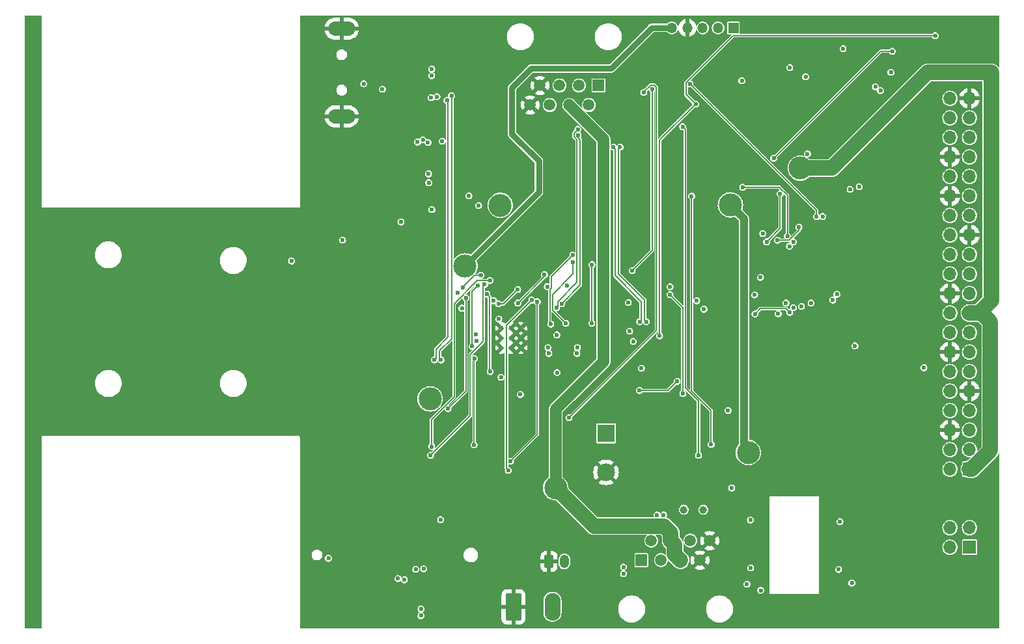
<source format=gbr>
G04 #@! TF.GenerationSoftware,KiCad,Pcbnew,(7.0.0-0)*
G04 #@! TF.CreationDate,2023-02-22T15:23:43+03:00*
G04 #@! TF.ProjectId,RP2040_minimal,52503230-3430-45f6-9d69-6e696d616c2e,REV1*
G04 #@! TF.SameCoordinates,Original*
G04 #@! TF.FileFunction,Copper,L3,Inr*
G04 #@! TF.FilePolarity,Positive*
%FSLAX46Y46*%
G04 Gerber Fmt 4.6, Leading zero omitted, Abs format (unit mm)*
G04 Created by KiCad (PCBNEW (7.0.0-0)) date 2023-02-22 15:23:43*
%MOMM*%
%LPD*%
G01*
G04 APERTURE LIST*
G04 Aperture macros list*
%AMRoundRect*
0 Rectangle with rounded corners*
0 $1 Rounding radius*
0 $2 $3 $4 $5 $6 $7 $8 $9 X,Y pos of 4 corners*
0 Add a 4 corners polygon primitive as box body*
4,1,4,$2,$3,$4,$5,$6,$7,$8,$9,$2,$3,0*
0 Add four circle primitives for the rounded corners*
1,1,$1+$1,$2,$3*
1,1,$1+$1,$4,$5*
1,1,$1+$1,$6,$7*
1,1,$1+$1,$8,$9*
0 Add four rect primitives between the rounded corners*
20,1,$1+$1,$2,$3,$4,$5,0*
20,1,$1+$1,$4,$5,$6,$7,0*
20,1,$1+$1,$6,$7,$8,$9,0*
20,1,$1+$1,$8,$9,$2,$3,0*%
G04 Aperture macros list end*
G04 #@! TA.AperFunction,ComponentPad*
%ADD10R,1.500000X1.500000*%
G04 #@! TD*
G04 #@! TA.AperFunction,ComponentPad*
%ADD11C,1.500000*%
G04 #@! TD*
G04 #@! TA.AperFunction,ComponentPad*
%ADD12R,1.700000X1.700000*%
G04 #@! TD*
G04 #@! TA.AperFunction,ComponentPad*
%ADD13O,1.700000X1.700000*%
G04 #@! TD*
G04 #@! TA.AperFunction,ComponentPad*
%ADD14R,1.350000X1.350000*%
G04 #@! TD*
G04 #@! TA.AperFunction,ComponentPad*
%ADD15O,1.350000X1.350000*%
G04 #@! TD*
G04 #@! TA.AperFunction,ComponentPad*
%ADD16RoundRect,0.249999X-0.790001X-1.550001X0.790001X-1.550001X0.790001X1.550001X-0.790001X1.550001X0*%
G04 #@! TD*
G04 #@! TA.AperFunction,ComponentPad*
%ADD17O,2.080000X3.600000*%
G04 #@! TD*
G04 #@! TA.AperFunction,ComponentPad*
%ADD18RoundRect,0.250000X-0.350000X-0.625000X0.350000X-0.625000X0.350000X0.625000X-0.350000X0.625000X0*%
G04 #@! TD*
G04 #@! TA.AperFunction,ComponentPad*
%ADD19O,1.200000X1.750000*%
G04 #@! TD*
G04 #@! TA.AperFunction,ComponentPad*
%ADD20C,0.600000*%
G04 #@! TD*
G04 #@! TA.AperFunction,ComponentPad*
%ADD21C,1.000000*%
G04 #@! TD*
G04 #@! TA.AperFunction,ComponentPad*
%ADD22O,3.500000X1.900000*%
G04 #@! TD*
G04 #@! TA.AperFunction,ComponentPad*
%ADD23R,2.310000X2.310000*%
G04 #@! TD*
G04 #@! TA.AperFunction,ComponentPad*
%ADD24C,2.310000*%
G04 #@! TD*
G04 #@! TA.AperFunction,ViaPad*
%ADD25C,0.600000*%
G04 #@! TD*
G04 #@! TA.AperFunction,ViaPad*
%ADD26C,3.000000*%
G04 #@! TD*
G04 #@! TA.AperFunction,Conductor*
%ADD27C,2.000000*%
G04 #@! TD*
G04 #@! TA.AperFunction,Conductor*
%ADD28C,1.500000*%
G04 #@! TD*
G04 #@! TA.AperFunction,Conductor*
%ADD29C,0.800000*%
G04 #@! TD*
G04 #@! TA.AperFunction,Conductor*
%ADD30C,0.150000*%
G04 #@! TD*
G04 #@! TA.AperFunction,Conductor*
%ADD31C,0.200000*%
G04 #@! TD*
G04 #@! TA.AperFunction,Conductor*
%ADD32C,1.000000*%
G04 #@! TD*
G04 APERTURE END LIST*
D10*
X174569999Y-110599999D03*
D11*
X175840000Y-108060000D03*
X177110000Y-110600000D03*
X178380000Y-108060000D03*
X179650000Y-110600000D03*
X180920000Y-108060000D03*
X182190000Y-110600000D03*
X183460000Y-108060000D03*
D12*
X217239999Y-98749999D03*
D13*
X214699999Y-98749999D03*
X217239999Y-96209999D03*
X214699999Y-96209999D03*
X217239999Y-93669999D03*
X214699999Y-93669999D03*
X217239999Y-91129999D03*
X214699999Y-91129999D03*
X217239999Y-88589999D03*
X214699999Y-88589999D03*
X217239999Y-86049999D03*
X214699999Y-86049999D03*
X217239999Y-83509999D03*
X214699999Y-83509999D03*
X217239999Y-80969999D03*
X214699999Y-80969999D03*
X217239999Y-78429999D03*
X214699999Y-78429999D03*
X217239999Y-75889999D03*
X214699999Y-75889999D03*
X217239999Y-73349999D03*
X214699999Y-73349999D03*
X217239999Y-70809999D03*
X214699999Y-70809999D03*
X217239999Y-68269999D03*
X214699999Y-68269999D03*
X217239999Y-65729999D03*
X214699999Y-65729999D03*
X217239999Y-63189999D03*
X214699999Y-63189999D03*
X217239999Y-60649999D03*
X214699999Y-60649999D03*
X217239999Y-58109999D03*
X214699999Y-58109999D03*
X217239999Y-55569999D03*
X214699999Y-55569999D03*
X217239999Y-53029999D03*
X214699999Y-53029999D03*
X217239999Y-50489999D03*
X214699999Y-50489999D03*
D10*
X168989999Y-48819999D03*
D11*
X167720000Y-51360000D03*
X166450000Y-48820000D03*
X165180000Y-51360000D03*
X163910000Y-48820000D03*
X162640000Y-51360000D03*
X161370000Y-48820000D03*
X160100000Y-51360000D03*
D14*
X186539999Y-41319999D03*
D15*
X184539999Y-41319999D03*
X182539999Y-41319999D03*
X180539999Y-41319999D03*
X178539999Y-41319999D03*
D16*
X157910000Y-116660000D03*
D17*
X162989999Y-116659999D03*
D12*
X217239999Y-108909999D03*
D13*
X214699999Y-108909999D03*
X217239999Y-106369999D03*
X214699999Y-106369999D03*
D18*
X162550000Y-110770000D03*
D19*
X164549999Y-110769999D03*
D20*
X158902250Y-82955000D03*
X158902250Y-81680000D03*
X158902250Y-80405000D03*
X157627250Y-82955000D03*
X157627250Y-81680000D03*
X157627250Y-80405000D03*
X156352250Y-82955000D03*
X156352250Y-81680000D03*
X156352250Y-80405000D03*
D21*
X182624750Y-104040000D03*
X180084750Y-104040000D03*
D22*
X135579999Y-41419999D03*
X135579999Y-52819999D03*
D23*
X169964749Y-94089999D03*
D24*
X169964750Y-99170000D03*
D25*
X199370000Y-117810000D03*
X191420000Y-70730000D03*
X205520000Y-109610000D03*
X194530000Y-52130000D03*
X159870000Y-86620000D03*
X187810000Y-102810000D03*
X178410000Y-89200000D03*
X206810000Y-109500000D03*
X160850000Y-65710000D03*
X149270000Y-88580000D03*
X196220000Y-49610000D03*
X196960000Y-78040000D03*
X205570000Y-104990000D03*
X176760000Y-102680000D03*
X158490000Y-86990000D03*
X185630000Y-104800000D03*
X142270000Y-59230000D03*
X193900000Y-53870000D03*
X181940000Y-68130000D03*
X179550000Y-100300000D03*
X159300000Y-79300000D03*
X156520000Y-58320000D03*
X146680000Y-62360000D03*
X142390000Y-58230000D03*
X144580000Y-55180000D03*
X182030000Y-70520000D03*
X145050000Y-92570000D03*
X183470000Y-68800000D03*
X193310000Y-50370000D03*
X160720000Y-96440000D03*
X203480000Y-104990000D03*
X145000000Y-60060000D03*
X162800000Y-61910000D03*
X173580000Y-68290000D03*
X172310000Y-66910000D03*
X167320000Y-99100000D03*
X189460000Y-72300000D03*
X165810000Y-86440000D03*
X145060000Y-62530000D03*
X146360000Y-85950000D03*
X209280000Y-109070000D03*
X173660000Y-56610000D03*
X140460000Y-59820000D03*
X159920000Y-80030000D03*
X178580000Y-66950000D03*
X151500000Y-49970000D03*
X159590000Y-94320000D03*
X191380000Y-78370000D03*
X144670000Y-84310000D03*
X167800000Y-59970000D03*
X147919122Y-58600878D03*
X196320000Y-79610000D03*
X133670000Y-74560000D03*
X162680000Y-59290000D03*
X164960000Y-61460000D03*
X200860000Y-116920000D03*
X208850000Y-111160000D03*
X164030000Y-58770000D03*
X194800000Y-51090000D03*
X172910000Y-61460000D03*
X163450000Y-89170000D03*
X150580000Y-58950000D03*
X152050000Y-44450000D03*
X199380000Y-69450000D03*
X148660000Y-93130000D03*
X196420000Y-69430000D03*
X148940000Y-47790000D03*
X203420000Y-109070000D03*
X203830000Y-69350000D03*
X142560000Y-56610000D03*
X165580000Y-90600000D03*
X160970000Y-66950000D03*
X197260000Y-116660000D03*
X202910000Y-94460000D03*
X190170000Y-72700000D03*
X154250000Y-46080000D03*
X167830000Y-65830000D03*
X167800000Y-61160000D03*
X146660000Y-83900000D03*
X161630000Y-94720000D03*
X163500000Y-65640000D03*
X167800000Y-58770000D03*
X208100000Y-72940000D03*
X189140000Y-74100000D03*
X194910000Y-49560000D03*
X158240000Y-61500000D03*
X208210000Y-108850000D03*
X148610000Y-94520000D03*
X163730000Y-66980000D03*
X150970000Y-88120000D03*
X201720000Y-50250000D03*
X159700000Y-62020000D03*
X151020000Y-63590000D03*
X164180000Y-62240000D03*
X183380000Y-71180000D03*
X197600000Y-50870000D03*
X189630000Y-76760000D03*
X162680000Y-57910000D03*
X130970000Y-78680000D03*
X191660000Y-76890000D03*
X164660000Y-65790000D03*
X210890000Y-106060000D03*
X145980000Y-84630000D03*
X209710000Y-65110000D03*
X159620000Y-66390000D03*
X159100000Y-60150000D03*
X156450000Y-94240000D03*
X167800000Y-67800000D03*
X188950000Y-70600000D03*
X196310000Y-51010000D03*
X196630000Y-70720000D03*
X173700000Y-59030000D03*
X162160000Y-60940000D03*
X195540000Y-78520000D03*
X130370000Y-74840000D03*
X155520000Y-96800000D03*
X189910000Y-75440000D03*
X165000000Y-67690000D03*
X206560000Y-94340000D03*
X156490000Y-60380000D03*
X175250000Y-102100000D03*
X212070000Y-111160000D03*
X205790000Y-108530000D03*
X173660000Y-66350000D03*
X196240000Y-117440000D03*
X149370000Y-96390000D03*
X130370000Y-77770000D03*
X186910000Y-67470000D03*
X193340000Y-115300000D03*
X217440000Y-43090000D03*
X200860000Y-114640000D03*
X184450000Y-66970000D03*
X179320000Y-88330000D03*
X164180000Y-60450000D03*
X188930000Y-69180000D03*
X157830000Y-58400000D03*
X198730000Y-115180000D03*
X179340000Y-89390000D03*
X142720000Y-88960000D03*
D26*
X163420000Y-101170000D03*
X151620021Y-72310000D03*
D25*
X180900000Y-48620000D03*
X202900000Y-61990000D03*
X197340000Y-65880000D03*
X195928750Y-47681250D03*
X147290000Y-47545000D03*
X147290000Y-46695000D03*
X163564750Y-81270000D03*
X172854750Y-77070000D03*
X172250000Y-111485000D03*
X176595000Y-104710000D03*
X172250000Y-112335000D03*
X177445000Y-104710000D03*
X147140000Y-96940000D03*
X162320000Y-74990000D03*
X154170878Y-74730878D03*
X154870000Y-74200000D03*
X164900000Y-74860000D03*
X147280000Y-95820000D03*
X157540000Y-97720000D03*
X161030000Y-76960000D03*
X160312107Y-76744632D03*
X157240000Y-98910000D03*
X164737750Y-79770500D03*
X165655500Y-71820000D03*
X165650000Y-70890000D03*
X162780000Y-79880000D03*
X173520000Y-82110000D03*
X173040000Y-80790000D03*
X187630000Y-48200000D03*
X166300000Y-54520000D03*
X163530000Y-77740000D03*
X164190000Y-77200000D03*
X166338061Y-55268535D03*
X205003382Y-48993382D03*
X145900000Y-116965000D03*
X145900000Y-117815000D03*
X143730000Y-113150000D03*
X142880000Y-113000000D03*
X133860000Y-110360000D03*
X148450000Y-105310000D03*
X146240000Y-111730000D03*
X145220000Y-111780000D03*
X181760000Y-76840000D03*
X156020000Y-79220000D03*
X155988466Y-77232576D03*
X158481750Y-75370000D03*
X178280000Y-75000000D03*
X155350000Y-76840000D03*
X178280000Y-76020000D03*
X179960000Y-88890000D03*
X149410000Y-90890000D03*
X185830000Y-91110000D03*
X151740000Y-76460000D03*
X152128666Y-63173900D03*
X153387383Y-64432617D03*
X190350000Y-68075500D03*
D26*
X195209065Y-59572529D03*
D25*
X196170000Y-57720000D03*
X186310000Y-101210000D03*
X151310000Y-75140000D03*
X153710000Y-73530000D03*
X194325500Y-69168719D03*
X153054500Y-81204500D03*
X182700000Y-77940000D03*
X194325500Y-77741372D03*
X148670000Y-56050000D03*
X147310972Y-64956519D03*
X207010000Y-47100000D03*
X207200000Y-44350000D03*
X191780000Y-58290000D03*
X179210000Y-87330000D03*
X174324750Y-88510000D03*
X174554750Y-85610000D03*
X211310000Y-85560000D03*
X205660000Y-49500000D03*
X158502750Y-77130000D03*
X161960000Y-73434500D03*
X174880000Y-49710000D03*
X165150000Y-92060000D03*
X153260000Y-74900000D03*
X173360000Y-72910000D03*
X175990000Y-49290000D03*
X152530000Y-82770000D03*
X153090000Y-82060000D03*
X168110000Y-79750000D03*
X168130000Y-72120000D03*
X190050000Y-73794500D03*
X151215500Y-77800000D03*
X129070000Y-71660000D03*
X166241744Y-82942668D03*
X162410000Y-82942168D03*
X166184750Y-83690000D03*
X162534535Y-83681252D03*
X181610000Y-51240000D03*
X150700000Y-75760000D03*
X176930000Y-81400000D03*
X163600000Y-86170000D03*
X212780000Y-42320000D03*
X135700000Y-68937000D03*
X158830498Y-89040000D03*
X175205000Y-79560000D03*
X171785000Y-56840000D03*
X170935000Y-56840000D03*
X174355000Y-79560000D03*
D26*
X147090000Y-89600000D03*
D25*
X181100000Y-63220000D03*
X183640000Y-95520000D03*
X154480000Y-75980000D03*
X156310953Y-86788053D03*
X154890000Y-86060000D03*
X201930000Y-113570000D03*
X200380000Y-105570000D03*
X200210000Y-111810000D03*
X193852500Y-46465000D03*
X200792500Y-44025000D03*
X143300000Y-66590000D03*
X146141545Y-55891003D03*
X195050000Y-67250000D03*
X192254500Y-68968128D03*
X179930000Y-54180000D03*
X152800000Y-95570000D03*
X152840000Y-84350000D03*
X181990000Y-96960000D03*
X145450000Y-56180000D03*
X146900000Y-61450000D03*
X146810000Y-56230000D03*
X146880000Y-60330000D03*
X188750000Y-105380000D03*
X190090000Y-114530000D03*
X188770000Y-111610000D03*
X188290000Y-113710000D03*
X199460000Y-76740000D03*
X196630000Y-77130000D03*
X202340000Y-82700000D03*
X199985000Y-76000000D03*
X198150000Y-65860000D03*
X201710000Y-62330000D03*
D26*
X156200000Y-64410000D03*
D25*
X192350000Y-78520000D03*
D26*
X188470000Y-96590000D03*
D25*
X195374500Y-77570000D03*
D26*
X186140000Y-64360000D03*
D25*
X149269479Y-50770521D03*
X147655000Y-84530000D03*
X149870521Y-50169479D03*
X148505000Y-84530000D03*
X147229500Y-50390000D03*
X140880000Y-49280000D03*
X147970000Y-50270000D03*
X138460000Y-48580000D03*
X193860878Y-78349122D03*
X189340000Y-78550000D03*
X189290000Y-76080000D03*
X193374500Y-77120000D03*
X193560353Y-68443628D03*
X187740000Y-62060000D03*
X193825500Y-69739969D03*
X192610000Y-62890000D03*
X190840000Y-69160000D03*
D27*
X178380000Y-106999340D02*
X177540660Y-106160000D01*
D28*
X169640000Y-55820000D02*
X169640000Y-84740000D01*
X163420000Y-90960000D02*
X163420000Y-101170000D01*
X169640000Y-84740000D02*
X163420000Y-90960000D01*
X165180000Y-51360000D02*
X169640000Y-55820000D01*
D27*
X178380000Y-108060000D02*
X178380000Y-106999340D01*
X179650000Y-110600000D02*
X178900000Y-109850000D01*
X177540660Y-106160000D02*
X168410000Y-106160000D01*
X178900000Y-108580000D02*
X178380000Y-108060000D01*
X168410000Y-106160000D02*
X163420000Y-101170000D01*
X178900000Y-109850000D02*
X178900000Y-108580000D01*
D29*
X161230000Y-58630000D02*
X157720000Y-55120000D01*
X157720000Y-55120000D02*
X157720000Y-49120000D01*
X151620021Y-72310000D02*
X161230000Y-62700021D01*
X161230000Y-62700021D02*
X161230000Y-58630000D01*
X160240000Y-46600000D02*
X170630000Y-46600000D01*
X175910000Y-41320000D02*
X178540000Y-41320000D01*
X170630000Y-46600000D02*
X175910000Y-41320000D01*
D30*
X197340000Y-65060000D02*
X197340000Y-65880000D01*
D29*
X157720000Y-49120000D02*
X160240000Y-46600000D01*
D30*
X180900000Y-48620000D02*
X197340000Y-65060000D01*
X152290000Y-91790000D02*
X152290000Y-83815000D01*
X152290000Y-83815000D02*
X153955000Y-82150000D01*
X153955000Y-74946756D02*
X154170878Y-74730878D01*
X147140000Y-96940000D02*
X152290000Y-91790000D01*
X153955000Y-82150000D02*
X153955000Y-74946756D01*
X150200000Y-77217537D02*
X150200000Y-89340000D01*
X153217537Y-74200000D02*
X150200000Y-77217537D01*
X147280000Y-92260000D02*
X147280000Y-95820000D01*
X154870000Y-74200000D02*
X153217537Y-74200000D01*
X150200000Y-89340000D02*
X147280000Y-92260000D01*
X161030000Y-94230000D02*
X157540000Y-97720000D01*
X161030000Y-76960000D02*
X161030000Y-94230000D01*
X157015000Y-98685000D02*
X157015000Y-80041739D01*
X157240000Y-98910000D02*
X157015000Y-98685000D01*
X157015000Y-80041739D02*
X160312107Y-76744632D01*
X163005000Y-76012537D02*
X165317537Y-73700000D01*
X165320000Y-73700000D02*
X165655500Y-73364500D01*
X163005000Y-78037750D02*
X163005000Y-76012537D01*
X165317537Y-73700000D02*
X165320000Y-73700000D01*
X165655500Y-73364500D02*
X165655500Y-71820000D01*
X164737750Y-79770500D02*
X163005000Y-78037750D01*
X162845000Y-73695000D02*
X162845000Y-75207463D01*
X162650000Y-79750000D02*
X162780000Y-79880000D01*
X162650000Y-79500000D02*
X162650000Y-79750000D01*
X162845000Y-75207463D02*
X162650000Y-75402463D01*
X162650000Y-75402463D02*
X162650000Y-79500000D01*
X165650000Y-70890000D02*
X162845000Y-73695000D01*
X163665000Y-77417463D02*
X163665000Y-76982537D01*
X163665000Y-76982537D02*
X166180000Y-74467537D01*
X165813061Y-55501203D02*
X165813061Y-55006939D01*
X166180000Y-74467537D02*
X166180000Y-55868142D01*
X165813061Y-55006939D02*
X166300000Y-54520000D01*
X163758769Y-77511231D02*
X163665000Y-77417463D01*
X166180000Y-55868142D02*
X165813061Y-55501203D01*
X163530000Y-77740000D02*
X163758769Y-77511231D01*
X166338061Y-55601939D02*
X166600000Y-55863878D01*
X166600000Y-74790000D02*
X164190000Y-77200000D01*
X166600000Y-55863878D02*
X166600000Y-74790000D01*
X166338061Y-55268535D02*
X166338061Y-55601939D01*
X156619174Y-77232576D02*
X155988466Y-77232576D01*
X158481750Y-75370000D02*
X156619174Y-77232576D01*
X179960000Y-88890000D02*
X179960000Y-77700000D01*
X179960000Y-77700000D02*
X178280000Y-76020000D01*
X149410000Y-90890000D02*
X151740000Y-88560000D01*
X151740000Y-88560000D02*
X151740000Y-76460000D01*
D27*
X220090000Y-76782081D02*
X218442081Y-78430000D01*
X218820000Y-78430000D02*
X217240000Y-78430000D01*
X195209065Y-59572529D02*
X199347471Y-59572529D01*
X219960000Y-79570000D02*
X218820000Y-78430000D01*
X199347471Y-59572529D02*
X211790000Y-47130000D01*
X217528428Y-98750000D02*
X219960000Y-96318428D01*
X211790000Y-47130000D02*
X220090000Y-47130000D01*
X220090000Y-47130000D02*
X220090000Y-76782081D01*
X219960000Y-96318428D02*
X219960000Y-79570000D01*
X217240000Y-98750000D02*
X217528428Y-98750000D01*
X218442081Y-78430000D02*
X217240000Y-78430000D01*
D30*
X152839540Y-73530000D02*
X151310000Y-75059540D01*
X151310000Y-75059540D02*
X151310000Y-75140000D01*
X153710000Y-73530000D02*
X152839540Y-73530000D01*
X191780000Y-58290000D02*
X205720000Y-44350000D01*
X205720000Y-44350000D02*
X207200000Y-44350000D01*
X174324750Y-88510000D02*
X178030000Y-88510000D01*
X178030000Y-88510000D02*
X179210000Y-87330000D01*
X161960000Y-73672750D02*
X161960000Y-73434500D01*
X158502750Y-77130000D02*
X161960000Y-73672750D01*
X176515000Y-49072537D02*
X176515000Y-80695000D01*
X176207463Y-48765000D02*
X176515000Y-49072537D01*
X176515000Y-80695000D02*
X165150000Y-92060000D01*
X174880000Y-49710000D02*
X174880000Y-49657537D01*
X174880000Y-49657537D02*
X175772537Y-48765000D01*
X175772537Y-48765000D02*
X176207463Y-48765000D01*
X175990000Y-70280000D02*
X173360000Y-72910000D01*
X175990000Y-49290000D02*
X175990000Y-70280000D01*
X152530000Y-75630000D02*
X153260000Y-74900000D01*
X152530000Y-82770000D02*
X152530000Y-75630000D01*
X168110000Y-72140000D02*
X168130000Y-72120000D01*
X168110000Y-79750000D02*
X168110000Y-72140000D01*
X180375000Y-50005000D02*
X181610000Y-51240000D01*
X180375000Y-48402537D02*
X180375000Y-50005000D01*
X186457537Y-42320000D02*
X180375000Y-48402537D01*
X212780000Y-42320000D02*
X186457537Y-42320000D01*
X181610000Y-51240000D02*
X176930000Y-55920000D01*
X176930000Y-55920000D02*
X176930000Y-81400000D01*
D31*
X171585000Y-73336800D02*
X171585001Y-57039999D01*
X175005001Y-76756801D02*
X171585000Y-73336800D01*
X175205000Y-79560000D02*
X175005001Y-79360001D01*
X171585001Y-57039999D02*
X171785000Y-56840000D01*
X175005001Y-79360001D02*
X175005001Y-76756801D01*
X174554999Y-79360001D02*
X174554999Y-76943199D01*
X174355000Y-79560000D02*
X174554999Y-79360001D01*
X171135000Y-73523200D02*
X171134999Y-57039999D01*
X171134999Y-57039999D02*
X170935000Y-56840000D01*
X174554999Y-76943199D02*
X171135000Y-73523200D01*
D30*
X181100000Y-88555736D02*
X183640000Y-91095736D01*
X181100000Y-63220000D02*
X181100000Y-88555736D01*
X183640000Y-91095736D02*
X183640000Y-95520000D01*
X154825000Y-85995000D02*
X154825000Y-76325000D01*
X154890000Y-86060000D02*
X154825000Y-85995000D01*
X154825000Y-76325000D02*
X154480000Y-75980000D01*
X192254500Y-68968128D02*
X193784335Y-68968128D01*
X195050000Y-67702463D02*
X195050000Y-67250000D01*
X193784335Y-68968128D02*
X195050000Y-67702463D01*
X179930000Y-54180000D02*
X180260000Y-54510000D01*
X180260000Y-88140000D02*
X181990000Y-89870000D01*
X180260000Y-54510000D02*
X180260000Y-88140000D01*
X181990000Y-89870000D02*
X181990000Y-96960000D01*
X152840000Y-84350000D02*
X152800000Y-84390000D01*
X152800000Y-84390000D02*
X152800000Y-95570000D01*
D32*
X186140000Y-64360000D02*
X187910000Y-66130000D01*
X187910000Y-96030000D02*
X188470000Y-96590000D01*
X187910000Y-66130000D02*
X187910000Y-96030000D01*
D31*
X149420520Y-50921562D02*
X149420520Y-81581280D01*
X149269479Y-50770521D02*
X149420520Y-50921562D01*
X147854999Y-83146801D02*
X147854999Y-84330001D01*
X147854999Y-84330001D02*
X147655000Y-84530000D01*
X149420520Y-81581280D02*
X147854999Y-83146801D01*
X148305001Y-84330001D02*
X148505000Y-84530000D01*
X149870521Y-50169479D02*
X149870521Y-81767679D01*
X149870521Y-81767679D02*
X148305001Y-83333199D01*
X148305001Y-83333199D02*
X148305001Y-84330001D01*
D30*
X190045000Y-77845000D02*
X189340000Y-78550000D01*
X193860878Y-78349122D02*
X193356756Y-77845000D01*
X193356756Y-77845000D02*
X190045000Y-77845000D01*
X193560353Y-63097890D02*
X192522463Y-62060000D01*
X193560353Y-68443628D02*
X193560353Y-63097890D01*
X192522463Y-62060000D02*
X187740000Y-62060000D01*
X190840000Y-69160000D02*
X192610000Y-67390000D01*
X192610000Y-67390000D02*
X192610000Y-62890000D01*
G04 #@! TA.AperFunction,Conductor*
G36*
X160599908Y-77111861D02*
G01*
X160608764Y-77122081D01*
X160646404Y-77204501D01*
X160646406Y-77204504D01*
X160647118Y-77206063D01*
X160731951Y-77303967D01*
X160742806Y-77310943D01*
X160793475Y-77343506D01*
X160801564Y-77352194D01*
X160804500Y-77363696D01*
X160804500Y-94126653D01*
X160802673Y-94135837D01*
X160797471Y-94143624D01*
X157666495Y-97274598D01*
X157655459Y-97280881D01*
X157642763Y-97280655D01*
X157606419Y-97269983D01*
X157606415Y-97269982D01*
X157604772Y-97269500D01*
X157475228Y-97269500D01*
X157473586Y-97269981D01*
X157473579Y-97269983D01*
X157352577Y-97305512D01*
X157352572Y-97305513D01*
X157350931Y-97305996D01*
X157349489Y-97306922D01*
X157349486Y-97306924D01*
X157277475Y-97353203D01*
X157261084Y-97356769D01*
X157246362Y-97348730D01*
X157240500Y-97333013D01*
X157240500Y-89040000D01*
X158375365Y-89040000D01*
X158375609Y-89041697D01*
X158390821Y-89147503D01*
X158393801Y-89168226D01*
X158394511Y-89169780D01*
X158394512Y-89169784D01*
X158446902Y-89284501D01*
X158446904Y-89284504D01*
X158447616Y-89286063D01*
X158532449Y-89383967D01*
X158641429Y-89454004D01*
X158706820Y-89473204D01*
X158764077Y-89490016D01*
X158764078Y-89490016D01*
X158765726Y-89490500D01*
X158893552Y-89490500D01*
X158895270Y-89490500D01*
X159019567Y-89454004D01*
X159128547Y-89383967D01*
X159213380Y-89286063D01*
X159267195Y-89168226D01*
X159285631Y-89040000D01*
X159267195Y-88911774D01*
X159256476Y-88888303D01*
X159214093Y-88795498D01*
X159214092Y-88795497D01*
X159213380Y-88793937D01*
X159128547Y-88696033D01*
X159019567Y-88625996D01*
X159017922Y-88625513D01*
X159017920Y-88625512D01*
X158896918Y-88589983D01*
X158896912Y-88589982D01*
X158895270Y-88589500D01*
X158765726Y-88589500D01*
X158764084Y-88589981D01*
X158764077Y-88589983D01*
X158643075Y-88625512D01*
X158643070Y-88625513D01*
X158641429Y-88625996D01*
X158639987Y-88626922D01*
X158639984Y-88626924D01*
X158533892Y-88695105D01*
X158533889Y-88695107D01*
X158532449Y-88696033D01*
X158531330Y-88697324D01*
X158531327Y-88697327D01*
X158448739Y-88792640D01*
X158448736Y-88792643D01*
X158447616Y-88793937D01*
X158446905Y-88795492D01*
X158446902Y-88795498D01*
X158394512Y-88910215D01*
X158394510Y-88910221D01*
X158393801Y-88911774D01*
X158393557Y-88913465D01*
X158393557Y-88913468D01*
X158391973Y-88924487D01*
X158375365Y-89040000D01*
X157240500Y-89040000D01*
X157240500Y-83700232D01*
X157246309Y-83684577D01*
X157260923Y-83676500D01*
X157275357Y-83679511D01*
X157275588Y-83679033D01*
X157279219Y-83680781D01*
X157446835Y-83739431D01*
X157449446Y-83740027D01*
X157625910Y-83759911D01*
X157628590Y-83759911D01*
X157805053Y-83740027D01*
X157807664Y-83739431D01*
X157975279Y-83680781D01*
X157977693Y-83679619D01*
X157987296Y-83673584D01*
X157989076Y-83671516D01*
X158540422Y-83671516D01*
X158542203Y-83673585D01*
X158551803Y-83679617D01*
X158554220Y-83680781D01*
X158721835Y-83739431D01*
X158724446Y-83740027D01*
X158900910Y-83759911D01*
X158903590Y-83759911D01*
X159080053Y-83740027D01*
X159082664Y-83739431D01*
X159250279Y-83680781D01*
X159252693Y-83679619D01*
X159262296Y-83673584D01*
X159264076Y-83671516D01*
X159262801Y-83669104D01*
X158905624Y-83311927D01*
X158902250Y-83310529D01*
X158898875Y-83311927D01*
X158541697Y-83669104D01*
X158540422Y-83671516D01*
X157989076Y-83671516D01*
X157987801Y-83669104D01*
X157290668Y-82971971D01*
X157283639Y-82955000D01*
X157982779Y-82955000D01*
X157984177Y-82958374D01*
X158261375Y-83235572D01*
X158264750Y-83236970D01*
X158268124Y-83235572D01*
X158545322Y-82958374D01*
X158546720Y-82955000D01*
X159257779Y-82955000D01*
X159259177Y-82958374D01*
X159616354Y-83315551D01*
X159618766Y-83316826D01*
X159620834Y-83315046D01*
X159626869Y-83305443D01*
X159628031Y-83303029D01*
X159686681Y-83135414D01*
X159687277Y-83132803D01*
X159707161Y-82956340D01*
X159707161Y-82953660D01*
X159687277Y-82777196D01*
X159686681Y-82774585D01*
X159628031Y-82606970D01*
X159626867Y-82604553D01*
X159620835Y-82594953D01*
X159618766Y-82593172D01*
X159616354Y-82594447D01*
X159259177Y-82951625D01*
X159257779Y-82955000D01*
X158546720Y-82955000D01*
X158545322Y-82951625D01*
X158268124Y-82674427D01*
X158264750Y-82673029D01*
X158261375Y-82674427D01*
X157984177Y-82951625D01*
X157982779Y-82955000D01*
X157283639Y-82955000D01*
X157290668Y-82938029D01*
X157907822Y-82320874D01*
X157909220Y-82317500D01*
X157909220Y-82317499D01*
X158620279Y-82317499D01*
X158621677Y-82320874D01*
X158898875Y-82598072D01*
X158902250Y-82599470D01*
X158905624Y-82598072D01*
X159182822Y-82320874D01*
X159184220Y-82317500D01*
X159182822Y-82314125D01*
X158905624Y-82036927D01*
X158902249Y-82035529D01*
X158898875Y-82036927D01*
X158621677Y-82314125D01*
X158620279Y-82317499D01*
X157909220Y-82317499D01*
X157907822Y-82314125D01*
X157290668Y-81696971D01*
X157283639Y-81680000D01*
X157283639Y-81679999D01*
X157982779Y-81679999D01*
X157984177Y-81683374D01*
X158261375Y-81960572D01*
X158264749Y-81961970D01*
X158268124Y-81960572D01*
X158545322Y-81683374D01*
X158546720Y-81679999D01*
X159257779Y-81679999D01*
X159259177Y-81683374D01*
X159616354Y-82040551D01*
X159618766Y-82041826D01*
X159620834Y-82040046D01*
X159626869Y-82030443D01*
X159628031Y-82028029D01*
X159686681Y-81860414D01*
X159687277Y-81857803D01*
X159707161Y-81681340D01*
X159707161Y-81678660D01*
X159687277Y-81502196D01*
X159686681Y-81499585D01*
X159628031Y-81331970D01*
X159626867Y-81329553D01*
X159620835Y-81319953D01*
X159618766Y-81318172D01*
X159616354Y-81319447D01*
X159259177Y-81676625D01*
X159257779Y-81679999D01*
X158546720Y-81679999D01*
X158545322Y-81676625D01*
X158268124Y-81399427D01*
X158264750Y-81398029D01*
X158261375Y-81399427D01*
X157984177Y-81676625D01*
X157982779Y-81679999D01*
X157283639Y-81679999D01*
X157290668Y-81663029D01*
X157907822Y-81045874D01*
X157909220Y-81042500D01*
X158620279Y-81042500D01*
X158621677Y-81045874D01*
X158898875Y-81323072D01*
X158902250Y-81324470D01*
X158905624Y-81323072D01*
X159182822Y-81045874D01*
X159184220Y-81042500D01*
X159182822Y-81039125D01*
X158905624Y-80761927D01*
X158902250Y-80760529D01*
X158898875Y-80761927D01*
X158621677Y-81039125D01*
X158620279Y-81042500D01*
X157909220Y-81042500D01*
X157907822Y-81039125D01*
X157290668Y-80421971D01*
X157283639Y-80405000D01*
X157982779Y-80405000D01*
X157984177Y-80408374D01*
X158261375Y-80685572D01*
X158264750Y-80686970D01*
X158268124Y-80685572D01*
X158545322Y-80408374D01*
X158546720Y-80405000D01*
X159257779Y-80405000D01*
X159259177Y-80408374D01*
X159616354Y-80765551D01*
X159618766Y-80766826D01*
X159620834Y-80765046D01*
X159626869Y-80755443D01*
X159628031Y-80753029D01*
X159686681Y-80585414D01*
X159687277Y-80582803D01*
X159707161Y-80406340D01*
X159707161Y-80403660D01*
X159687277Y-80227196D01*
X159686681Y-80224585D01*
X159628031Y-80056970D01*
X159626867Y-80054553D01*
X159620835Y-80044953D01*
X159618766Y-80043172D01*
X159616354Y-80044447D01*
X159259177Y-80401625D01*
X159257779Y-80405000D01*
X158546720Y-80405000D01*
X158545322Y-80401625D01*
X158268124Y-80124427D01*
X158264749Y-80123029D01*
X158261375Y-80124427D01*
X157984177Y-80401625D01*
X157982779Y-80405000D01*
X157283639Y-80405000D01*
X157290668Y-80388029D01*
X157627250Y-80051447D01*
X157987801Y-79690894D01*
X157989076Y-79688482D01*
X158540422Y-79688482D01*
X158541697Y-79690894D01*
X158900017Y-80049214D01*
X158902250Y-80050503D01*
X158904482Y-80049214D01*
X159262801Y-79690894D01*
X159264076Y-79688482D01*
X159262295Y-79686413D01*
X159252694Y-79680381D01*
X159250279Y-79679218D01*
X159082664Y-79620568D01*
X159080053Y-79619972D01*
X158903590Y-79600089D01*
X158900910Y-79600089D01*
X158724446Y-79619972D01*
X158721835Y-79620568D01*
X158554220Y-79679218D01*
X158551805Y-79680381D01*
X158542203Y-79686413D01*
X158540422Y-79688482D01*
X157989076Y-79688482D01*
X157987295Y-79686413D01*
X157977694Y-79680381D01*
X157975279Y-79679218D01*
X157807660Y-79620566D01*
X157807181Y-79620457D01*
X157806989Y-79620331D01*
X157806393Y-79620123D01*
X157806444Y-79619974D01*
X157793213Y-79611310D01*
X157788592Y-79595265D01*
X157795552Y-79580092D01*
X160185611Y-77190031D01*
X160196645Y-77183749D01*
X160209342Y-77183976D01*
X160224938Y-77188555D01*
X160247335Y-77195132D01*
X160375161Y-77195132D01*
X160376879Y-77195132D01*
X160501176Y-77158636D01*
X160573959Y-77111860D01*
X160586933Y-77108051D01*
X160599908Y-77111861D01*
G37*
G04 #@! TD.AperFunction*
G04 #@! TA.AperFunction,Conductor*
G36*
X152807184Y-74959973D02*
G01*
X152815659Y-74975064D01*
X152820281Y-75007210D01*
X152819297Y-75018205D01*
X152813496Y-75027597D01*
X152375157Y-75465936D01*
X152374245Y-75466800D01*
X152343491Y-75494493D01*
X152342465Y-75496796D01*
X152342465Y-75496797D01*
X152331981Y-75520343D01*
X152330186Y-75523648D01*
X152314774Y-75547382D01*
X152314380Y-75549868D01*
X152314378Y-75549874D01*
X152312413Y-75562281D01*
X152310635Y-75568285D01*
X152305525Y-75579763D01*
X152305524Y-75579767D01*
X152304500Y-75582068D01*
X152304500Y-75584591D01*
X152304500Y-75610360D01*
X152304205Y-75614114D01*
X152300236Y-75639175D01*
X152299778Y-75642065D01*
X152300429Y-75644497D01*
X152300430Y-75644501D01*
X152303682Y-75656635D01*
X152304500Y-75662847D01*
X152304500Y-82366304D01*
X152301564Y-82377806D01*
X152293475Y-82386494D01*
X152233394Y-82425105D01*
X152233391Y-82425107D01*
X152231951Y-82426033D01*
X152230832Y-82427324D01*
X152230829Y-82427327D01*
X152148241Y-82522640D01*
X152148238Y-82522643D01*
X152147118Y-82523937D01*
X152146407Y-82525492D01*
X152146404Y-82525498D01*
X152094014Y-82640215D01*
X152094012Y-82640221D01*
X152093303Y-82641774D01*
X152093059Y-82643465D01*
X152093059Y-82643468D01*
X152085267Y-82697666D01*
X152074867Y-82770000D01*
X152075111Y-82771697D01*
X152083462Y-82829784D01*
X152093303Y-82898226D01*
X152094013Y-82899780D01*
X152094014Y-82899784D01*
X152146404Y-83014501D01*
X152146406Y-83014504D01*
X152147118Y-83016063D01*
X152231951Y-83113967D01*
X152340931Y-83184004D01*
X152418232Y-83206701D01*
X152463579Y-83220016D01*
X152463580Y-83220016D01*
X152465228Y-83220500D01*
X152507653Y-83220500D01*
X152520987Y-83224545D01*
X152529826Y-83235316D01*
X152531192Y-83249182D01*
X152524624Y-83261471D01*
X152135157Y-83650936D01*
X152134245Y-83651800D01*
X152103491Y-83679493D01*
X152102465Y-83681796D01*
X152102465Y-83681797D01*
X152091981Y-83705343D01*
X152090186Y-83708648D01*
X152074774Y-83732382D01*
X152074380Y-83734868D01*
X152074378Y-83734874D01*
X152072413Y-83747281D01*
X152070635Y-83753285D01*
X152065525Y-83764763D01*
X152065524Y-83764767D01*
X152064500Y-83767068D01*
X152064500Y-83769591D01*
X152064500Y-83795360D01*
X152064205Y-83799113D01*
X152059778Y-83827065D01*
X152060429Y-83829497D01*
X152060430Y-83829501D01*
X152063682Y-83841635D01*
X152064500Y-83847847D01*
X152064500Y-91686653D01*
X152062673Y-91695837D01*
X152057471Y-91703624D01*
X147729922Y-96031172D01*
X147715090Y-96038105D01*
X147699263Y-96033915D01*
X147689806Y-96020550D01*
X147691120Y-96004231D01*
X147700137Y-95984487D01*
X147716697Y-95948226D01*
X147735133Y-95820000D01*
X147716697Y-95691774D01*
X147662882Y-95573937D01*
X147578049Y-95476033D01*
X147548540Y-95457069D01*
X147516525Y-95436494D01*
X147508436Y-95427806D01*
X147505500Y-95416304D01*
X147505500Y-92363348D01*
X147512529Y-92346377D01*
X147743224Y-92115682D01*
X148922728Y-90936175D01*
X148938556Y-90929174D01*
X148954978Y-90934640D01*
X148963454Y-90949731D01*
X148971922Y-91008624D01*
X148973303Y-91018226D01*
X148974013Y-91019780D01*
X148974014Y-91019784D01*
X149026404Y-91134501D01*
X149026406Y-91134504D01*
X149027118Y-91136063D01*
X149111951Y-91233967D01*
X149220931Y-91304004D01*
X149292282Y-91324954D01*
X149343579Y-91340016D01*
X149343580Y-91340016D01*
X149345228Y-91340500D01*
X149473054Y-91340500D01*
X149474772Y-91340500D01*
X149599069Y-91304004D01*
X149708049Y-91233967D01*
X149792882Y-91136063D01*
X149846697Y-91018226D01*
X149865133Y-90890000D01*
X149849717Y-90782785D01*
X149850701Y-90771794D01*
X149856500Y-90762404D01*
X151894849Y-88724054D01*
X151895722Y-88723226D01*
X151926509Y-88695507D01*
X151938023Y-88669643D01*
X151939806Y-88666359D01*
X151955226Y-88642617D01*
X151957585Y-88627714D01*
X151959364Y-88621710D01*
X151965500Y-88607932D01*
X151965500Y-88579639D01*
X151965795Y-88575885D01*
X151970222Y-88547934D01*
X151966317Y-88533363D01*
X151965500Y-88527152D01*
X151965500Y-76863696D01*
X151968436Y-76852194D01*
X151976525Y-76843506D01*
X151997206Y-76830215D01*
X152038049Y-76803967D01*
X152122882Y-76706063D01*
X152176697Y-76588226D01*
X152195133Y-76460000D01*
X152176697Y-76331774D01*
X152138147Y-76247363D01*
X152123595Y-76215498D01*
X152123594Y-76215497D01*
X152122882Y-76213937D01*
X152038049Y-76116033D01*
X151929069Y-76045996D01*
X151927424Y-76045513D01*
X151927422Y-76045512D01*
X151806420Y-76009983D01*
X151806414Y-76009982D01*
X151804772Y-76009500D01*
X151803054Y-76009500D01*
X151784885Y-76009500D01*
X151767914Y-76002471D01*
X151760885Y-75985500D01*
X151767914Y-75968529D01*
X152013037Y-75723406D01*
X152774933Y-74961508D01*
X152790761Y-74954507D01*
X152807184Y-74959973D01*
G37*
G04 #@! TD.AperFunction*
G04 #@! TA.AperFunction,Conductor*
G36*
X151282156Y-76485001D02*
G01*
X151290631Y-76500092D01*
X151299324Y-76560553D01*
X151303303Y-76588226D01*
X151304013Y-76589780D01*
X151304014Y-76589784D01*
X151356404Y-76704501D01*
X151356406Y-76704504D01*
X151357118Y-76706063D01*
X151441951Y-76803967D01*
X151466121Y-76819500D01*
X151503475Y-76843506D01*
X151511564Y-76852194D01*
X151514500Y-76863696D01*
X151514500Y-77412692D01*
X151508638Y-77428409D01*
X151493916Y-77436448D01*
X151477525Y-77432882D01*
X151477257Y-77432710D01*
X151404569Y-77385996D01*
X151402924Y-77385513D01*
X151402922Y-77385512D01*
X151281920Y-77349983D01*
X151281914Y-77349982D01*
X151280272Y-77349500D01*
X151150728Y-77349500D01*
X151149086Y-77349981D01*
X151149079Y-77349983D01*
X151028077Y-77385512D01*
X151028072Y-77385513D01*
X151026431Y-77385996D01*
X151024989Y-77386922D01*
X151024986Y-77386924D01*
X150918894Y-77455105D01*
X150918891Y-77455107D01*
X150917451Y-77456033D01*
X150916332Y-77457324D01*
X150916329Y-77457327D01*
X150833741Y-77552640D01*
X150833738Y-77552643D01*
X150832618Y-77553937D01*
X150831907Y-77555492D01*
X150831904Y-77555498D01*
X150779514Y-77670215D01*
X150779512Y-77670221D01*
X150778803Y-77671774D01*
X150778559Y-77673465D01*
X150778559Y-77673468D01*
X150768552Y-77743069D01*
X150760367Y-77800000D01*
X150760611Y-77801697D01*
X150776898Y-77914981D01*
X150778803Y-77928226D01*
X150779513Y-77929780D01*
X150779514Y-77929784D01*
X150831904Y-78044500D01*
X150832618Y-78046063D01*
X150917451Y-78143967D01*
X151026431Y-78214004D01*
X151071224Y-78227156D01*
X151149079Y-78250016D01*
X151149080Y-78250016D01*
X151150728Y-78250500D01*
X151278554Y-78250500D01*
X151280272Y-78250500D01*
X151404569Y-78214004D01*
X151477525Y-78167117D01*
X151493916Y-78163552D01*
X151508638Y-78171591D01*
X151514500Y-78187308D01*
X151514500Y-88456653D01*
X151512673Y-88465837D01*
X151507471Y-88473624D01*
X149536495Y-90444598D01*
X149525459Y-90450881D01*
X149512763Y-90450655D01*
X149476414Y-90439982D01*
X149476413Y-90439981D01*
X149474772Y-90439500D01*
X149473466Y-90439500D01*
X149458515Y-90431102D01*
X149453050Y-90414680D01*
X149460051Y-90398853D01*
X150354849Y-89504054D01*
X150355722Y-89503226D01*
X150386509Y-89475507D01*
X150398023Y-89449643D01*
X150399806Y-89446359D01*
X150415226Y-89422617D01*
X150417585Y-89407714D01*
X150419364Y-89401710D01*
X150425500Y-89387932D01*
X150425500Y-89359639D01*
X150425795Y-89355885D01*
X150428002Y-89341948D01*
X150430222Y-89327934D01*
X150426317Y-89313363D01*
X150425500Y-89307152D01*
X150425500Y-77320885D01*
X150432529Y-77303914D01*
X150628392Y-77108051D01*
X151249905Y-76486536D01*
X151265733Y-76479535D01*
X151282156Y-76485001D01*
G37*
G04 #@! TD.AperFunction*
G04 #@! TA.AperFunction,Conductor*
G36*
X96582471Y-39747529D02*
G01*
X96589500Y-39764500D01*
X96589500Y-64567028D01*
X96588682Y-64573237D01*
X96584191Y-64590000D01*
X96585009Y-64593053D01*
X96589500Y-64609814D01*
X96604246Y-64664850D01*
X96604247Y-64664852D01*
X96605065Y-64667904D01*
X96662095Y-64724935D01*
X96740000Y-64745809D01*
X96756762Y-64741317D01*
X96762972Y-64740500D01*
X129967028Y-64740500D01*
X129973237Y-64741317D01*
X129990000Y-64745809D01*
X130067904Y-64724935D01*
X130082383Y-64710456D01*
X130124935Y-64667905D01*
X130145809Y-64590000D01*
X130141317Y-64573237D01*
X130140500Y-64567028D01*
X130140500Y-61450000D01*
X146444867Y-61450000D01*
X146445111Y-61451697D01*
X146462912Y-61575512D01*
X146463303Y-61578226D01*
X146464013Y-61579780D01*
X146464014Y-61579784D01*
X146516404Y-61694501D01*
X146516406Y-61694504D01*
X146517118Y-61696063D01*
X146601951Y-61793967D01*
X146710931Y-61864004D01*
X146739744Y-61872464D01*
X146833579Y-61900016D01*
X146833580Y-61900016D01*
X146835228Y-61900500D01*
X146963054Y-61900500D01*
X146964772Y-61900500D01*
X147089069Y-61864004D01*
X147198049Y-61793967D01*
X147282882Y-61696063D01*
X147336697Y-61578226D01*
X147355133Y-61450000D01*
X147336697Y-61321774D01*
X147284623Y-61207750D01*
X147283595Y-61205498D01*
X147283594Y-61205497D01*
X147282882Y-61203937D01*
X147198049Y-61106033D01*
X147089069Y-61035996D01*
X147087424Y-61035513D01*
X147087422Y-61035512D01*
X146966420Y-60999983D01*
X146966414Y-60999982D01*
X146964772Y-60999500D01*
X146835228Y-60999500D01*
X146833586Y-60999981D01*
X146833579Y-60999983D01*
X146712577Y-61035512D01*
X146712572Y-61035513D01*
X146710931Y-61035996D01*
X146709489Y-61036922D01*
X146709486Y-61036924D01*
X146603394Y-61105105D01*
X146603391Y-61105107D01*
X146601951Y-61106033D01*
X146600832Y-61107324D01*
X146600829Y-61107327D01*
X146518241Y-61202640D01*
X146518238Y-61202643D01*
X146517118Y-61203937D01*
X146516407Y-61205492D01*
X146516404Y-61205498D01*
X146464014Y-61320215D01*
X146464012Y-61320221D01*
X146463303Y-61321774D01*
X146444867Y-61450000D01*
X130140500Y-61450000D01*
X130140500Y-60330000D01*
X146424867Y-60330000D01*
X146425111Y-60331697D01*
X146442845Y-60455045D01*
X146443303Y-60458226D01*
X146444013Y-60459780D01*
X146444014Y-60459784D01*
X146496404Y-60574501D01*
X146496406Y-60574504D01*
X146497118Y-60576063D01*
X146581951Y-60673967D01*
X146690931Y-60744004D01*
X146768232Y-60766701D01*
X146813579Y-60780016D01*
X146813580Y-60780016D01*
X146815228Y-60780500D01*
X146943054Y-60780500D01*
X146944772Y-60780500D01*
X147069069Y-60744004D01*
X147178049Y-60673967D01*
X147262882Y-60576063D01*
X147316697Y-60458226D01*
X147335133Y-60330000D01*
X147316697Y-60201774D01*
X147266319Y-60091462D01*
X147263595Y-60085498D01*
X147263594Y-60085497D01*
X147262882Y-60083937D01*
X147178049Y-59986033D01*
X147069069Y-59915996D01*
X147067424Y-59915513D01*
X147067422Y-59915512D01*
X146946420Y-59879983D01*
X146946414Y-59879982D01*
X146944772Y-59879500D01*
X146815228Y-59879500D01*
X146813586Y-59879981D01*
X146813579Y-59879983D01*
X146692577Y-59915512D01*
X146692572Y-59915513D01*
X146690931Y-59915996D01*
X146689489Y-59916922D01*
X146689486Y-59916924D01*
X146583394Y-59985105D01*
X146583391Y-59985107D01*
X146581951Y-59986033D01*
X146580832Y-59987324D01*
X146580829Y-59987327D01*
X146498241Y-60082640D01*
X146498238Y-60082643D01*
X146497118Y-60083937D01*
X146496407Y-60085492D01*
X146496404Y-60085498D01*
X146444014Y-60200215D01*
X146444012Y-60200221D01*
X146443303Y-60201774D01*
X146424867Y-60330000D01*
X130140500Y-60330000D01*
X130140500Y-56180000D01*
X144994867Y-56180000D01*
X144995111Y-56181697D01*
X145012909Y-56305491D01*
X145013303Y-56308226D01*
X145014013Y-56309780D01*
X145014014Y-56309784D01*
X145066404Y-56424501D01*
X145066406Y-56424504D01*
X145067118Y-56426063D01*
X145151951Y-56523967D01*
X145260931Y-56594004D01*
X145338232Y-56616701D01*
X145383579Y-56630016D01*
X145383580Y-56630016D01*
X145385228Y-56630500D01*
X145513054Y-56630500D01*
X145514772Y-56630500D01*
X145639069Y-56594004D01*
X145748049Y-56523967D01*
X145832882Y-56426063D01*
X145886697Y-56308226D01*
X145887369Y-56303549D01*
X145894561Y-56289593D01*
X145908842Y-56283070D01*
X145924100Y-56286771D01*
X145952476Y-56305007D01*
X146008167Y-56321359D01*
X146075124Y-56341019D01*
X146075125Y-56341019D01*
X146076773Y-56341503D01*
X146204599Y-56341503D01*
X146206317Y-56341503D01*
X146330614Y-56305007D01*
X146332060Y-56304077D01*
X146333621Y-56303365D01*
X146333889Y-56303952D01*
X146346520Y-56300883D01*
X146360805Y-56307403D01*
X146368002Y-56321359D01*
X146373303Y-56358226D01*
X146374013Y-56359780D01*
X146374014Y-56359784D01*
X146426404Y-56474501D01*
X146426406Y-56474504D01*
X146427118Y-56476063D01*
X146511951Y-56573967D01*
X146620931Y-56644004D01*
X146698232Y-56666701D01*
X146743579Y-56680016D01*
X146743580Y-56680016D01*
X146745228Y-56680500D01*
X146873054Y-56680500D01*
X146874772Y-56680500D01*
X146999069Y-56644004D01*
X147108049Y-56573967D01*
X147192882Y-56476063D01*
X147246697Y-56358226D01*
X147265133Y-56230000D01*
X147246697Y-56101774D01*
X147224636Y-56053468D01*
X147223052Y-56050000D01*
X148214867Y-56050000D01*
X148215111Y-56051697D01*
X148226289Y-56129446D01*
X148233303Y-56178226D01*
X148234013Y-56179780D01*
X148234014Y-56179784D01*
X148286404Y-56294501D01*
X148286406Y-56294504D01*
X148287118Y-56296063D01*
X148371951Y-56393967D01*
X148480931Y-56464004D01*
X148526415Y-56477359D01*
X148603579Y-56500016D01*
X148603580Y-56500016D01*
X148605228Y-56500500D01*
X148733054Y-56500500D01*
X148734772Y-56500500D01*
X148859069Y-56464004D01*
X148968049Y-56393967D01*
X149052882Y-56296063D01*
X149106697Y-56178226D01*
X149122264Y-56069953D01*
X149130961Y-56054683D01*
X149145915Y-56050000D01*
X149130961Y-56045317D01*
X149122264Y-56030046D01*
X149121301Y-56023348D01*
X149106697Y-55921774D01*
X149052882Y-55803937D01*
X148968049Y-55706033D01*
X148859069Y-55635996D01*
X148857424Y-55635513D01*
X148857422Y-55635512D01*
X148736420Y-55599983D01*
X148736414Y-55599982D01*
X148734772Y-55599500D01*
X148605228Y-55599500D01*
X148603586Y-55599981D01*
X148603579Y-55599983D01*
X148482577Y-55635512D01*
X148482572Y-55635513D01*
X148480931Y-55635996D01*
X148479489Y-55636922D01*
X148479486Y-55636924D01*
X148373394Y-55705105D01*
X148373391Y-55705107D01*
X148371951Y-55706033D01*
X148370832Y-55707324D01*
X148370829Y-55707327D01*
X148288241Y-55802640D01*
X148288238Y-55802643D01*
X148287118Y-55803937D01*
X148286407Y-55805492D01*
X148286404Y-55805498D01*
X148234014Y-55920215D01*
X148234012Y-55920221D01*
X148233303Y-55921774D01*
X148233059Y-55923465D01*
X148233059Y-55923468D01*
X148226155Y-55971489D01*
X148214867Y-56050000D01*
X147223052Y-56050000D01*
X147193595Y-55985498D01*
X147193594Y-55985497D01*
X147192882Y-55983937D01*
X147108049Y-55886033D01*
X146999069Y-55815996D01*
X146997424Y-55815513D01*
X146997422Y-55815512D01*
X146876420Y-55779983D01*
X146876414Y-55779982D01*
X146874772Y-55779500D01*
X146745228Y-55779500D01*
X146743586Y-55779981D01*
X146743579Y-55779983D01*
X146622577Y-55815512D01*
X146622572Y-55815513D01*
X146620931Y-55815996D01*
X146619487Y-55816923D01*
X146617926Y-55817637D01*
X146617661Y-55817056D01*
X146605002Y-55820118D01*
X146590731Y-55813592D01*
X146583542Y-55799643D01*
X146583170Y-55797056D01*
X146578242Y-55762777D01*
X146528343Y-55653515D01*
X146525140Y-55646501D01*
X146525139Y-55646500D01*
X146524427Y-55644940D01*
X146439594Y-55547036D01*
X146330614Y-55476999D01*
X146328969Y-55476516D01*
X146328967Y-55476515D01*
X146207965Y-55440986D01*
X146207959Y-55440985D01*
X146206317Y-55440503D01*
X146076773Y-55440503D01*
X146075131Y-55440984D01*
X146075124Y-55440986D01*
X145954122Y-55476515D01*
X145954117Y-55476516D01*
X145952476Y-55476999D01*
X145951034Y-55477925D01*
X145951031Y-55477927D01*
X145844939Y-55546108D01*
X145844936Y-55546110D01*
X145843496Y-55547036D01*
X145842377Y-55548327D01*
X145842374Y-55548330D01*
X145759786Y-55643643D01*
X145759783Y-55643646D01*
X145758663Y-55644940D01*
X145757952Y-55646495D01*
X145757949Y-55646501D01*
X145705559Y-55761218D01*
X145705557Y-55761224D01*
X145704848Y-55762777D01*
X145704604Y-55764468D01*
X145704604Y-55764471D01*
X145704175Y-55767457D01*
X145696981Y-55781411D01*
X145682700Y-55787932D01*
X145667444Y-55784231D01*
X145640513Y-55766924D01*
X145639069Y-55765996D01*
X145637424Y-55765513D01*
X145637422Y-55765512D01*
X145516420Y-55729983D01*
X145516414Y-55729982D01*
X145514772Y-55729500D01*
X145385228Y-55729500D01*
X145383586Y-55729981D01*
X145383579Y-55729983D01*
X145262577Y-55765512D01*
X145262572Y-55765513D01*
X145260931Y-55765996D01*
X145259489Y-55766922D01*
X145259486Y-55766924D01*
X145153394Y-55835105D01*
X145153391Y-55835107D01*
X145151951Y-55836033D01*
X145150832Y-55837324D01*
X145150829Y-55837327D01*
X145068241Y-55932640D01*
X145068238Y-55932643D01*
X145067118Y-55933937D01*
X145066407Y-55935492D01*
X145066404Y-55935498D01*
X145014014Y-56050215D01*
X145014012Y-56050221D01*
X145013303Y-56051774D01*
X145013059Y-56053465D01*
X145013059Y-56053468D01*
X144995499Y-56175599D01*
X144994867Y-56180000D01*
X130140500Y-56180000D01*
X130140500Y-53073448D01*
X133352244Y-53073448D01*
X133369389Y-53176195D01*
X133369874Y-53178111D01*
X133447257Y-53403519D01*
X133448050Y-53405326D01*
X133561476Y-53614919D01*
X133562559Y-53616577D01*
X133708933Y-53804638D01*
X133710276Y-53806097D01*
X133885608Y-53967501D01*
X133887171Y-53968717D01*
X134086683Y-54099066D01*
X134088413Y-54100003D01*
X134306663Y-54195736D01*
X134308533Y-54196378D01*
X134539562Y-54254882D01*
X134541507Y-54255206D01*
X134719549Y-54269959D01*
X134720517Y-54270000D01*
X135325227Y-54270000D01*
X135328602Y-54268602D01*
X135330000Y-54265227D01*
X135830000Y-54265227D01*
X135831397Y-54268602D01*
X135834773Y-54270000D01*
X136439483Y-54270000D01*
X136440450Y-54269959D01*
X136618492Y-54255206D01*
X136620437Y-54254882D01*
X136851466Y-54196378D01*
X136853336Y-54195736D01*
X137071586Y-54100003D01*
X137073316Y-54099066D01*
X137272828Y-53968717D01*
X137274391Y-53967501D01*
X137449723Y-53806097D01*
X137451066Y-53804638D01*
X137597440Y-53616577D01*
X137598523Y-53614919D01*
X137711949Y-53405326D01*
X137712742Y-53403519D01*
X137790125Y-53178111D01*
X137790610Y-53176195D01*
X137807755Y-53073448D01*
X137807421Y-53070769D01*
X137804835Y-53070000D01*
X135834773Y-53070000D01*
X135831397Y-53071397D01*
X135830000Y-53074773D01*
X135830000Y-54265227D01*
X135330000Y-54265227D01*
X135330000Y-53074773D01*
X135328602Y-53071397D01*
X135325227Y-53070000D01*
X133355165Y-53070000D01*
X133352578Y-53070769D01*
X133352244Y-53073448D01*
X130140500Y-53073448D01*
X130140500Y-52566551D01*
X133352244Y-52566551D01*
X133352578Y-52569230D01*
X133355165Y-52570000D01*
X135325227Y-52570000D01*
X135328602Y-52568602D01*
X135330000Y-52565227D01*
X135830000Y-52565227D01*
X135831397Y-52568602D01*
X135834773Y-52570000D01*
X137804835Y-52570000D01*
X137807421Y-52569230D01*
X137807755Y-52566551D01*
X137790610Y-52463804D01*
X137790125Y-52461888D01*
X137712742Y-52236480D01*
X137711949Y-52234673D01*
X137598523Y-52025080D01*
X137597440Y-52023422D01*
X137451066Y-51835361D01*
X137449723Y-51833902D01*
X137274391Y-51672498D01*
X137272828Y-51671282D01*
X137073316Y-51540933D01*
X137071586Y-51539996D01*
X136853336Y-51444263D01*
X136851466Y-51443621D01*
X136620437Y-51385117D01*
X136618492Y-51384793D01*
X136440450Y-51370040D01*
X136439483Y-51370000D01*
X135834773Y-51370000D01*
X135831397Y-51371397D01*
X135830000Y-51374773D01*
X135830000Y-52565227D01*
X135330000Y-52565227D01*
X135330000Y-51374773D01*
X135328602Y-51371397D01*
X135325227Y-51370000D01*
X134720517Y-51370000D01*
X134719549Y-51370040D01*
X134541507Y-51384793D01*
X134539562Y-51385117D01*
X134308533Y-51443621D01*
X134306663Y-51444263D01*
X134088413Y-51539996D01*
X134086683Y-51540933D01*
X133887171Y-51671282D01*
X133885608Y-51672498D01*
X133710276Y-51833902D01*
X133708933Y-51835361D01*
X133562559Y-52023422D01*
X133561476Y-52025080D01*
X133448050Y-52234673D01*
X133447257Y-52236480D01*
X133369874Y-52461888D01*
X133369389Y-52463804D01*
X133352244Y-52566551D01*
X130140500Y-52566551D01*
X130140500Y-50390000D01*
X146774367Y-50390000D01*
X146774611Y-50391697D01*
X146792248Y-50514371D01*
X146792803Y-50518226D01*
X146793513Y-50519780D01*
X146793514Y-50519784D01*
X146845904Y-50634501D01*
X146845906Y-50634504D01*
X146846618Y-50636063D01*
X146931451Y-50733967D01*
X147040431Y-50804004D01*
X147066019Y-50811517D01*
X147163079Y-50840016D01*
X147163080Y-50840016D01*
X147164728Y-50840500D01*
X147292554Y-50840500D01*
X147294272Y-50840500D01*
X147418569Y-50804004D01*
X147527549Y-50733967D01*
X147612382Y-50636063D01*
X147624036Y-50610541D01*
X147634869Y-50599181D01*
X147650409Y-50596947D01*
X147664004Y-50604795D01*
X147671951Y-50613967D01*
X147673397Y-50614896D01*
X147673398Y-50614897D01*
X147677634Y-50617619D01*
X147780931Y-50684004D01*
X147858232Y-50706701D01*
X147903579Y-50720016D01*
X147903580Y-50720016D01*
X147905228Y-50720500D01*
X148033054Y-50720500D01*
X148034772Y-50720500D01*
X148159069Y-50684004D01*
X148268049Y-50613967D01*
X148352882Y-50516063D01*
X148406697Y-50398226D01*
X148425133Y-50270000D01*
X148406697Y-50141774D01*
X148373574Y-50069245D01*
X148353595Y-50025498D01*
X148353594Y-50025496D01*
X148352882Y-50023937D01*
X148268049Y-49926033D01*
X148159069Y-49855996D01*
X148157424Y-49855513D01*
X148157422Y-49855512D01*
X148036420Y-49819983D01*
X148036414Y-49819982D01*
X148034772Y-49819500D01*
X147905228Y-49819500D01*
X147903586Y-49819981D01*
X147903579Y-49819983D01*
X147782577Y-49855512D01*
X147782572Y-49855513D01*
X147780931Y-49855996D01*
X147779489Y-49856922D01*
X147779486Y-49856924D01*
X147673394Y-49925105D01*
X147673391Y-49925107D01*
X147671951Y-49926033D01*
X147670832Y-49927324D01*
X147670829Y-49927327D01*
X147588241Y-50022640D01*
X147588238Y-50022643D01*
X147587118Y-50023937D01*
X147577451Y-50045105D01*
X147575463Y-50049457D01*
X147564629Y-50060818D01*
X147549090Y-50063052D01*
X147535495Y-50055203D01*
X147527549Y-50046033D01*
X147526102Y-50045103D01*
X147526101Y-50045102D01*
X147420013Y-49976924D01*
X147418569Y-49975996D01*
X147416924Y-49975513D01*
X147416922Y-49975512D01*
X147295920Y-49939983D01*
X147295914Y-49939982D01*
X147294272Y-49939500D01*
X147164728Y-49939500D01*
X147163086Y-49939981D01*
X147163079Y-49939983D01*
X147042077Y-49975512D01*
X147042072Y-49975513D01*
X147040431Y-49975996D01*
X147038989Y-49976922D01*
X147038986Y-49976924D01*
X146932894Y-50045105D01*
X146932891Y-50045107D01*
X146931451Y-50046033D01*
X146930332Y-50047324D01*
X146930329Y-50047327D01*
X146847741Y-50142640D01*
X146847738Y-50142643D01*
X146846618Y-50143937D01*
X146845907Y-50145492D01*
X146845904Y-50145498D01*
X146793514Y-50260215D01*
X146793512Y-50260221D01*
X146792803Y-50261774D01*
X146792559Y-50263465D01*
X146792559Y-50263468D01*
X146781206Y-50342435D01*
X146774367Y-50390000D01*
X130140500Y-50390000D01*
X130140500Y-49505056D01*
X134879500Y-49505056D01*
X134879845Y-49506459D01*
X134879846Y-49506460D01*
X134909980Y-49628722D01*
X134920210Y-49670225D01*
X134920885Y-49671512D01*
X134920886Y-49671513D01*
X134995338Y-49813369D01*
X134999266Y-49820852D01*
X135000230Y-49821940D01*
X135000232Y-49821943D01*
X135038502Y-49865141D01*
X135112071Y-49948183D01*
X135113258Y-49949002D01*
X135113260Y-49949004D01*
X135152365Y-49975996D01*
X135252070Y-50044818D01*
X135253428Y-50045333D01*
X135408749Y-50104238D01*
X135411128Y-50105140D01*
X135480192Y-50113526D01*
X135504487Y-50116476D01*
X135537628Y-50120500D01*
X135621650Y-50120500D01*
X135622372Y-50120500D01*
X135748872Y-50105140D01*
X135907930Y-50044818D01*
X136047929Y-49948183D01*
X136160734Y-49820852D01*
X136239790Y-49670225D01*
X136280500Y-49505056D01*
X136280500Y-49334944D01*
X136266958Y-49280000D01*
X140424867Y-49280000D01*
X140425111Y-49281697D01*
X140443048Y-49406457D01*
X140443303Y-49408226D01*
X140444013Y-49409780D01*
X140444014Y-49409784D01*
X140496404Y-49524501D01*
X140496406Y-49524504D01*
X140497118Y-49526063D01*
X140581951Y-49623967D01*
X140690931Y-49694004D01*
X140751428Y-49711767D01*
X140813579Y-49730016D01*
X140813580Y-49730016D01*
X140815228Y-49730500D01*
X140943054Y-49730500D01*
X140944772Y-49730500D01*
X141069069Y-49694004D01*
X141178049Y-49623967D01*
X141262882Y-49526063D01*
X141316697Y-49408226D01*
X141335133Y-49280000D01*
X141316697Y-49151774D01*
X141285113Y-49082616D01*
X141263595Y-49035498D01*
X141263594Y-49035497D01*
X141262882Y-49033937D01*
X141178049Y-48936033D01*
X141069069Y-48865996D01*
X141067424Y-48865513D01*
X141067422Y-48865512D01*
X140946420Y-48829983D01*
X140946414Y-48829982D01*
X140944772Y-48829500D01*
X140815228Y-48829500D01*
X140813586Y-48829981D01*
X140813579Y-48829983D01*
X140692577Y-48865512D01*
X140692572Y-48865513D01*
X140690931Y-48865996D01*
X140689489Y-48866922D01*
X140689486Y-48866924D01*
X140583394Y-48935105D01*
X140583391Y-48935107D01*
X140581951Y-48936033D01*
X140580832Y-48937324D01*
X140580829Y-48937327D01*
X140498241Y-49032640D01*
X140498238Y-49032643D01*
X140497118Y-49033937D01*
X140496407Y-49035492D01*
X140496404Y-49035498D01*
X140444014Y-49150215D01*
X140444012Y-49150221D01*
X140443303Y-49151774D01*
X140443059Y-49153465D01*
X140443059Y-49153468D01*
X140429447Y-49248145D01*
X140424867Y-49280000D01*
X136266958Y-49280000D01*
X136239790Y-49169775D01*
X136160734Y-49019148D01*
X136158688Y-49016839D01*
X136077885Y-48925631D01*
X136047929Y-48891817D01*
X136046742Y-48890997D01*
X136046739Y-48890995D01*
X135909121Y-48796004D01*
X135909120Y-48796003D01*
X135907930Y-48795182D01*
X135906575Y-48794668D01*
X135906571Y-48794666D01*
X135750232Y-48735375D01*
X135750226Y-48735373D01*
X135748872Y-48734860D01*
X135747435Y-48734685D01*
X135747429Y-48734684D01*
X135623088Y-48719586D01*
X135623072Y-48719585D01*
X135622372Y-48719500D01*
X135537628Y-48719500D01*
X135536928Y-48719584D01*
X135536911Y-48719586D01*
X135412570Y-48734684D01*
X135412562Y-48734685D01*
X135411128Y-48734860D01*
X135409775Y-48735372D01*
X135409767Y-48735375D01*
X135253428Y-48794666D01*
X135253421Y-48794669D01*
X135252070Y-48795182D01*
X135250882Y-48796001D01*
X135250878Y-48796004D01*
X135113260Y-48890995D01*
X135113253Y-48891000D01*
X135112071Y-48891817D01*
X135111113Y-48892898D01*
X135111110Y-48892901D01*
X135000232Y-49018056D01*
X135000226Y-49018063D01*
X134999266Y-49019148D01*
X134998591Y-49020432D01*
X134998588Y-49020438D01*
X134920886Y-49168486D01*
X134920884Y-49168489D01*
X134920210Y-49169775D01*
X134919863Y-49171181D01*
X134919862Y-49171185D01*
X134883923Y-49316997D01*
X134879500Y-49334944D01*
X134879500Y-49505056D01*
X130140500Y-49505056D01*
X130140500Y-48580000D01*
X138004867Y-48580000D01*
X138023303Y-48708226D01*
X138024013Y-48709780D01*
X138024014Y-48709784D01*
X138076404Y-48824501D01*
X138076406Y-48824504D01*
X138077118Y-48826063D01*
X138161951Y-48923967D01*
X138270931Y-48994004D01*
X138341751Y-49014798D01*
X138393579Y-49030016D01*
X138393580Y-49030016D01*
X138395228Y-49030500D01*
X138523054Y-49030500D01*
X138524772Y-49030500D01*
X138649069Y-48994004D01*
X138758049Y-48923967D01*
X138842882Y-48826063D01*
X138896697Y-48708226D01*
X138915133Y-48580000D01*
X138896697Y-48451774D01*
X138842882Y-48333937D01*
X138758049Y-48236033D01*
X138649069Y-48165996D01*
X138647424Y-48165513D01*
X138647422Y-48165512D01*
X138526420Y-48129983D01*
X138526414Y-48129982D01*
X138524772Y-48129500D01*
X138395228Y-48129500D01*
X138393586Y-48129981D01*
X138393579Y-48129983D01*
X138272577Y-48165512D01*
X138272572Y-48165513D01*
X138270931Y-48165996D01*
X138269489Y-48166922D01*
X138269486Y-48166924D01*
X138163394Y-48235105D01*
X138163391Y-48235107D01*
X138161951Y-48236033D01*
X138160832Y-48237324D01*
X138160829Y-48237327D01*
X138078241Y-48332640D01*
X138078238Y-48332643D01*
X138077118Y-48333937D01*
X138076407Y-48335492D01*
X138076404Y-48335498D01*
X138024014Y-48450215D01*
X138024012Y-48450221D01*
X138023303Y-48451774D01*
X138023059Y-48453465D01*
X138023059Y-48453468D01*
X138009270Y-48549379D01*
X138004867Y-48580000D01*
X130140500Y-48580000D01*
X130140500Y-47545000D01*
X146834867Y-47545000D01*
X146835111Y-47546697D01*
X146848718Y-47641340D01*
X146853303Y-47673226D01*
X146854013Y-47674780D01*
X146854014Y-47674784D01*
X146906404Y-47789501D01*
X146906406Y-47789504D01*
X146907118Y-47791063D01*
X146991951Y-47888967D01*
X147100931Y-47959004D01*
X147178232Y-47981701D01*
X147223579Y-47995016D01*
X147223580Y-47995016D01*
X147225228Y-47995500D01*
X147353054Y-47995500D01*
X147354772Y-47995500D01*
X147479069Y-47959004D01*
X147588049Y-47888967D01*
X147672882Y-47791063D01*
X147726697Y-47673226D01*
X147745133Y-47545000D01*
X147726697Y-47416774D01*
X147672882Y-47298937D01*
X147588049Y-47201033D01*
X147493374Y-47140189D01*
X147483670Y-47127850D01*
X147483670Y-47112150D01*
X147493375Y-47099810D01*
X147503676Y-47093190D01*
X147588049Y-47038967D01*
X147672882Y-46941063D01*
X147726697Y-46823226D01*
X147745133Y-46695000D01*
X147726697Y-46566774D01*
X147672882Y-46448937D01*
X147588049Y-46351033D01*
X147479069Y-46280996D01*
X147477424Y-46280513D01*
X147477422Y-46280512D01*
X147356420Y-46244983D01*
X147356414Y-46244982D01*
X147354772Y-46244500D01*
X147225228Y-46244500D01*
X147223586Y-46244981D01*
X147223579Y-46244983D01*
X147102577Y-46280512D01*
X147102572Y-46280513D01*
X147100931Y-46280996D01*
X147099489Y-46281922D01*
X147099486Y-46281924D01*
X146993394Y-46350105D01*
X146993391Y-46350107D01*
X146991951Y-46351033D01*
X146990832Y-46352324D01*
X146990829Y-46352327D01*
X146908241Y-46447640D01*
X146908238Y-46447643D01*
X146907118Y-46448937D01*
X146906407Y-46450492D01*
X146906404Y-46450498D01*
X146854014Y-46565215D01*
X146854012Y-46565221D01*
X146853303Y-46566774D01*
X146853059Y-46568465D01*
X146853059Y-46568468D01*
X146841409Y-46649500D01*
X146834867Y-46695000D01*
X146835111Y-46696697D01*
X146851066Y-46807672D01*
X146853303Y-46823226D01*
X146854013Y-46824780D01*
X146854014Y-46824784D01*
X146906404Y-46939500D01*
X146907118Y-46941063D01*
X146991951Y-47038967D01*
X146999115Y-47043571D01*
X147086624Y-47099810D01*
X147096329Y-47112150D01*
X147096329Y-47127850D01*
X147086624Y-47140190D01*
X146993394Y-47200105D01*
X146993391Y-47200107D01*
X146991951Y-47201033D01*
X146990832Y-47202324D01*
X146990829Y-47202327D01*
X146908241Y-47297640D01*
X146908238Y-47297643D01*
X146907118Y-47298937D01*
X146906407Y-47300492D01*
X146906404Y-47300498D01*
X146854014Y-47415215D01*
X146854012Y-47415221D01*
X146853303Y-47416774D01*
X146853059Y-47418465D01*
X146853059Y-47418468D01*
X146839254Y-47514487D01*
X146834867Y-47545000D01*
X130140500Y-47545000D01*
X130140500Y-44905056D01*
X134879500Y-44905056D01*
X134920210Y-45070225D01*
X134999266Y-45220852D01*
X135000230Y-45221940D01*
X135000232Y-45221943D01*
X135078669Y-45310480D01*
X135112071Y-45348183D01*
X135252070Y-45444818D01*
X135411128Y-45505140D01*
X135537628Y-45520500D01*
X135621650Y-45520500D01*
X135622372Y-45520500D01*
X135748872Y-45505140D01*
X135907930Y-45444818D01*
X136047929Y-45348183D01*
X136160734Y-45220852D01*
X136239790Y-45070225D01*
X136280500Y-44905056D01*
X136280500Y-44734944D01*
X136239790Y-44569775D01*
X136160734Y-44419148D01*
X136115130Y-44367672D01*
X136048889Y-44292901D01*
X136047929Y-44291817D01*
X136046742Y-44290997D01*
X136046739Y-44290995D01*
X135909121Y-44196004D01*
X135909120Y-44196003D01*
X135907930Y-44195182D01*
X135906575Y-44194668D01*
X135906571Y-44194666D01*
X135750232Y-44135375D01*
X135750226Y-44135373D01*
X135748872Y-44134860D01*
X135747435Y-44134685D01*
X135747429Y-44134684D01*
X135623088Y-44119586D01*
X135623072Y-44119585D01*
X135622372Y-44119500D01*
X135537628Y-44119500D01*
X135536928Y-44119584D01*
X135536911Y-44119586D01*
X135412570Y-44134684D01*
X135412562Y-44134685D01*
X135411128Y-44134860D01*
X135409775Y-44135372D01*
X135409767Y-44135375D01*
X135253428Y-44194666D01*
X135253421Y-44194669D01*
X135252070Y-44195182D01*
X135250882Y-44196001D01*
X135250878Y-44196004D01*
X135113260Y-44290995D01*
X135113253Y-44291000D01*
X135112071Y-44291817D01*
X135111113Y-44292898D01*
X135111110Y-44292901D01*
X135000232Y-44418056D01*
X135000226Y-44418063D01*
X134999266Y-44419148D01*
X134998591Y-44420432D01*
X134998588Y-44420438D01*
X134920886Y-44568486D01*
X134920884Y-44568489D01*
X134920210Y-44569775D01*
X134919863Y-44571181D01*
X134919862Y-44571185D01*
X134889371Y-44694894D01*
X134879500Y-44734944D01*
X134879500Y-44905056D01*
X130140500Y-44905056D01*
X130140500Y-41673448D01*
X133352244Y-41673448D01*
X133369389Y-41776195D01*
X133369874Y-41778111D01*
X133447257Y-42003519D01*
X133448050Y-42005326D01*
X133561476Y-42214919D01*
X133562559Y-42216577D01*
X133708933Y-42404638D01*
X133710276Y-42406097D01*
X133885608Y-42567501D01*
X133887171Y-42568717D01*
X134086683Y-42699066D01*
X134088413Y-42700003D01*
X134306663Y-42795736D01*
X134308533Y-42796378D01*
X134539562Y-42854882D01*
X134541507Y-42855206D01*
X134719549Y-42869959D01*
X134720517Y-42870000D01*
X135325227Y-42870000D01*
X135328602Y-42868602D01*
X135330000Y-42865227D01*
X135830000Y-42865227D01*
X135831397Y-42868602D01*
X135834773Y-42870000D01*
X136439483Y-42870000D01*
X136440450Y-42869959D01*
X136618492Y-42855206D01*
X136620437Y-42854882D01*
X136851466Y-42796378D01*
X136853336Y-42795736D01*
X137071586Y-42700003D01*
X137073316Y-42699066D01*
X137223137Y-42601182D01*
X157079500Y-42601182D01*
X157079632Y-42602058D01*
X157079633Y-42602070D01*
X157118469Y-42859723D01*
X157118470Y-42859730D01*
X157118604Y-42860615D01*
X157118868Y-42861471D01*
X157118869Y-42861475D01*
X157121486Y-42869959D01*
X157195937Y-43111323D01*
X157309772Y-43347704D01*
X157310273Y-43348439D01*
X157310276Y-43348444D01*
X157386988Y-43460959D01*
X157457567Y-43564479D01*
X157636019Y-43756805D01*
X157636714Y-43757359D01*
X157636716Y-43757361D01*
X157813659Y-43898468D01*
X157841143Y-43920386D01*
X158068357Y-44051568D01*
X158312584Y-44147420D01*
X158568370Y-44205802D01*
X158764506Y-44220500D01*
X158895053Y-44220500D01*
X158895494Y-44220500D01*
X159091630Y-44205802D01*
X159347416Y-44147420D01*
X159591643Y-44051568D01*
X159818857Y-43920386D01*
X160023981Y-43756805D01*
X160202433Y-43564479D01*
X160350228Y-43347704D01*
X160464063Y-43111323D01*
X160541396Y-42860615D01*
X160580500Y-42601182D01*
X168509500Y-42601182D01*
X168509632Y-42602058D01*
X168509633Y-42602070D01*
X168548469Y-42859723D01*
X168548470Y-42859730D01*
X168548604Y-42860615D01*
X168548868Y-42861471D01*
X168548869Y-42861475D01*
X168551486Y-42869959D01*
X168625937Y-43111323D01*
X168739772Y-43347704D01*
X168740273Y-43348439D01*
X168740276Y-43348444D01*
X168816988Y-43460959D01*
X168887567Y-43564479D01*
X169066019Y-43756805D01*
X169066714Y-43757359D01*
X169066716Y-43757361D01*
X169243659Y-43898468D01*
X169271143Y-43920386D01*
X169498357Y-44051568D01*
X169742584Y-44147420D01*
X169998370Y-44205802D01*
X170194506Y-44220500D01*
X170325053Y-44220500D01*
X170325494Y-44220500D01*
X170521630Y-44205802D01*
X170777416Y-44147420D01*
X171021643Y-44051568D01*
X171248857Y-43920386D01*
X171453981Y-43756805D01*
X171632433Y-43564479D01*
X171780228Y-43347704D01*
X171894063Y-43111323D01*
X171971396Y-42860615D01*
X172010500Y-42601182D01*
X172010500Y-42338818D01*
X171971396Y-42079385D01*
X171894063Y-41828677D01*
X171780228Y-41592296D01*
X171632433Y-41375521D01*
X171453981Y-41183195D01*
X171436469Y-41169230D01*
X171249552Y-41020168D01*
X171249549Y-41020166D01*
X171248857Y-41019614D01*
X171248091Y-41019171D01*
X171248087Y-41019169D01*
X171022414Y-40888877D01*
X171022412Y-40888876D01*
X171021643Y-40888432D01*
X171020816Y-40888107D01*
X171020811Y-40888105D01*
X170778255Y-40792909D01*
X170778251Y-40792907D01*
X170777416Y-40792580D01*
X170776537Y-40792379D01*
X170776536Y-40792379D01*
X170522509Y-40734398D01*
X170522500Y-40734396D01*
X170521630Y-40734198D01*
X170520739Y-40734131D01*
X170520731Y-40734130D01*
X170325932Y-40719532D01*
X170325910Y-40719531D01*
X170325494Y-40719500D01*
X170194506Y-40719500D01*
X170194090Y-40719531D01*
X170194067Y-40719532D01*
X169999268Y-40734130D01*
X169999258Y-40734131D01*
X169998370Y-40734198D01*
X169997501Y-40734396D01*
X169997490Y-40734398D01*
X169743463Y-40792379D01*
X169743458Y-40792380D01*
X169742584Y-40792580D01*
X169741752Y-40792906D01*
X169741744Y-40792909D01*
X169499188Y-40888105D01*
X169499178Y-40888109D01*
X169498357Y-40888432D01*
X169497592Y-40888873D01*
X169497585Y-40888877D01*
X169271912Y-41019169D01*
X169271902Y-41019175D01*
X169271143Y-41019614D01*
X169270456Y-41020161D01*
X169270447Y-41020168D01*
X169066716Y-41182638D01*
X169066707Y-41182646D01*
X169066019Y-41183195D01*
X169065412Y-41183848D01*
X169065410Y-41183851D01*
X168888176Y-41374864D01*
X168888172Y-41374868D01*
X168887567Y-41375521D01*
X168887066Y-41376255D01*
X168887065Y-41376257D01*
X168740276Y-41591555D01*
X168740269Y-41591566D01*
X168739772Y-41592296D01*
X168739383Y-41593102D01*
X168739381Y-41593107D01*
X168626328Y-41827864D01*
X168626325Y-41827869D01*
X168625937Y-41828677D01*
X168625673Y-41829530D01*
X168625672Y-41829535D01*
X168548869Y-42078524D01*
X168548867Y-42078531D01*
X168548604Y-42079385D01*
X168548471Y-42080266D01*
X168548469Y-42080276D01*
X168509633Y-42337929D01*
X168509632Y-42337942D01*
X168509500Y-42338818D01*
X168509500Y-42601182D01*
X160580500Y-42601182D01*
X160580500Y-42338818D01*
X160541396Y-42079385D01*
X160464063Y-41828677D01*
X160350228Y-41592296D01*
X160202433Y-41375521D01*
X160023981Y-41183195D01*
X160006469Y-41169230D01*
X159819552Y-41020168D01*
X159819549Y-41020166D01*
X159818857Y-41019614D01*
X159818091Y-41019171D01*
X159818087Y-41019169D01*
X159592414Y-40888877D01*
X159592412Y-40888876D01*
X159591643Y-40888432D01*
X159590816Y-40888107D01*
X159590811Y-40888105D01*
X159348255Y-40792909D01*
X159348251Y-40792907D01*
X159347416Y-40792580D01*
X159346537Y-40792379D01*
X159346536Y-40792379D01*
X159092509Y-40734398D01*
X159092500Y-40734396D01*
X159091630Y-40734198D01*
X159090739Y-40734131D01*
X159090731Y-40734130D01*
X158895932Y-40719532D01*
X158895910Y-40719531D01*
X158895494Y-40719500D01*
X158764506Y-40719500D01*
X158764090Y-40719531D01*
X158764067Y-40719532D01*
X158569268Y-40734130D01*
X158569258Y-40734131D01*
X158568370Y-40734198D01*
X158567501Y-40734396D01*
X158567490Y-40734398D01*
X158313463Y-40792379D01*
X158313458Y-40792380D01*
X158312584Y-40792580D01*
X158311752Y-40792906D01*
X158311744Y-40792909D01*
X158069188Y-40888105D01*
X158069178Y-40888109D01*
X158068357Y-40888432D01*
X158067592Y-40888873D01*
X158067585Y-40888877D01*
X157841912Y-41019169D01*
X157841902Y-41019175D01*
X157841143Y-41019614D01*
X157840456Y-41020161D01*
X157840447Y-41020168D01*
X157636716Y-41182638D01*
X157636707Y-41182646D01*
X157636019Y-41183195D01*
X157635412Y-41183848D01*
X157635410Y-41183851D01*
X157458176Y-41374864D01*
X157458172Y-41374868D01*
X157457567Y-41375521D01*
X157457066Y-41376255D01*
X157457065Y-41376257D01*
X157310276Y-41591555D01*
X157310269Y-41591566D01*
X157309772Y-41592296D01*
X157309383Y-41593102D01*
X157309381Y-41593107D01*
X157196328Y-41827864D01*
X157196325Y-41827869D01*
X157195937Y-41828677D01*
X157195673Y-41829530D01*
X157195672Y-41829535D01*
X157118869Y-42078524D01*
X157118867Y-42078531D01*
X157118604Y-42079385D01*
X157118471Y-42080266D01*
X157118469Y-42080276D01*
X157079633Y-42337929D01*
X157079632Y-42337942D01*
X157079500Y-42338818D01*
X157079500Y-42601182D01*
X137223137Y-42601182D01*
X137272828Y-42568717D01*
X137274391Y-42567501D01*
X137449723Y-42406097D01*
X137451066Y-42404638D01*
X137597440Y-42216577D01*
X137598523Y-42214919D01*
X137711949Y-42005326D01*
X137712742Y-42003519D01*
X137790125Y-41778111D01*
X137790610Y-41776195D01*
X137807755Y-41673448D01*
X137807421Y-41670769D01*
X137804835Y-41670000D01*
X135834773Y-41670000D01*
X135831397Y-41671397D01*
X135830000Y-41674773D01*
X135830000Y-42865227D01*
X135330000Y-42865227D01*
X135330000Y-41674773D01*
X135328602Y-41671397D01*
X135325227Y-41670000D01*
X133355165Y-41670000D01*
X133352578Y-41670769D01*
X133352244Y-41673448D01*
X130140500Y-41673448D01*
X130140500Y-41166551D01*
X133352244Y-41166551D01*
X133352578Y-41169230D01*
X133355165Y-41170000D01*
X135325227Y-41170000D01*
X135328602Y-41168602D01*
X135330000Y-41165227D01*
X135830000Y-41165227D01*
X135831397Y-41168602D01*
X135834773Y-41170000D01*
X137804835Y-41170000D01*
X137807421Y-41169230D01*
X137807755Y-41166551D01*
X137790610Y-41063804D01*
X137790125Y-41061888D01*
X137712742Y-40836480D01*
X137711949Y-40834673D01*
X137598523Y-40625080D01*
X137597440Y-40623422D01*
X137451066Y-40435361D01*
X137449723Y-40433902D01*
X137274391Y-40272498D01*
X137272828Y-40271282D01*
X137073316Y-40140933D01*
X137071586Y-40139996D01*
X136853336Y-40044263D01*
X136851466Y-40043621D01*
X136620437Y-39985117D01*
X136618492Y-39984793D01*
X136440450Y-39970040D01*
X136439483Y-39970000D01*
X135834773Y-39970000D01*
X135831397Y-39971397D01*
X135830000Y-39974773D01*
X135830000Y-41165227D01*
X135330000Y-41165227D01*
X135330000Y-39974773D01*
X135328602Y-39971397D01*
X135325227Y-39970000D01*
X134720517Y-39970000D01*
X134719549Y-39970040D01*
X134541507Y-39984793D01*
X134539562Y-39985117D01*
X134308533Y-40043621D01*
X134306663Y-40044263D01*
X134088413Y-40139996D01*
X134086683Y-40140933D01*
X133887171Y-40271282D01*
X133885608Y-40272498D01*
X133710276Y-40433902D01*
X133708933Y-40435361D01*
X133562559Y-40623422D01*
X133561476Y-40625080D01*
X133448050Y-40834673D01*
X133447257Y-40836480D01*
X133369874Y-41061888D01*
X133369389Y-41063804D01*
X133352244Y-41166551D01*
X130140500Y-41166551D01*
X130140500Y-39764500D01*
X130147529Y-39747529D01*
X130164500Y-39740500D01*
X221065500Y-39740500D01*
X221082471Y-39747529D01*
X221089500Y-39764500D01*
X221089500Y-46472829D01*
X221084981Y-46486846D01*
X221073127Y-46495585D01*
X221058401Y-46495755D01*
X221046348Y-46487292D01*
X221040842Y-46480001D01*
X221039589Y-46478172D01*
X221021487Y-46448937D01*
X221012052Y-46433698D01*
X220976795Y-46395024D01*
X220975408Y-46393354D01*
X220943872Y-46351593D01*
X220943053Y-46350846D01*
X220943050Y-46350843D01*
X220905214Y-46316351D01*
X220903647Y-46314784D01*
X220869156Y-46276949D01*
X220869152Y-46276946D01*
X220868407Y-46276128D01*
X220826660Y-46244601D01*
X220824972Y-46243201D01*
X220786302Y-46207948D01*
X220741819Y-46180405D01*
X220739997Y-46179156D01*
X220699143Y-46148304D01*
X220699138Y-46148301D01*
X220698255Y-46147634D01*
X220686826Y-46141943D01*
X220651423Y-46124314D01*
X220649487Y-46123235D01*
X220605967Y-46096289D01*
X220605019Y-46095702D01*
X220572405Y-46083067D01*
X220556241Y-46076805D01*
X220554213Y-46075910D01*
X220508378Y-46053087D01*
X220508373Y-46053085D01*
X220507389Y-46052595D01*
X220506331Y-46052294D01*
X220506326Y-46052292D01*
X220457072Y-46038278D01*
X220454970Y-46037573D01*
X220407237Y-46019081D01*
X220407232Y-46019079D01*
X220406198Y-46018679D01*
X220401531Y-46017806D01*
X220354789Y-46009068D01*
X220352631Y-46008561D01*
X220303372Y-45994546D01*
X220303370Y-45994545D01*
X220302310Y-45994244D01*
X220301212Y-45994142D01*
X220301211Y-45994142D01*
X220250209Y-45989415D01*
X220248014Y-45989108D01*
X220197698Y-45979703D01*
X220197694Y-45979702D01*
X220196610Y-45979500D01*
X220195505Y-45979500D01*
X211817115Y-45979500D01*
X211816007Y-45979474D01*
X211737754Y-45975856D01*
X211737747Y-45975856D01*
X211736638Y-45975805D01*
X211735534Y-45975958D01*
X211735533Y-45975959D01*
X211657949Y-45986780D01*
X211656849Y-45986908D01*
X211578788Y-45994142D01*
X211578785Y-45994142D01*
X211577690Y-45994244D01*
X211576631Y-45994545D01*
X211576627Y-45994546D01*
X211553561Y-46001109D01*
X211550309Y-46001795D01*
X211526555Y-46005108D01*
X211526547Y-46005109D01*
X211525463Y-46005261D01*
X211524422Y-46005609D01*
X211524417Y-46005611D01*
X211450101Y-46030519D01*
X211449042Y-46030847D01*
X211373682Y-46052290D01*
X211373679Y-46052290D01*
X211372611Y-46052595D01*
X211371619Y-46053088D01*
X211371616Y-46053090D01*
X211350158Y-46063774D01*
X211347090Y-46065044D01*
X211324362Y-46072663D01*
X211324349Y-46072668D01*
X211323298Y-46073021D01*
X211322327Y-46073561D01*
X211322322Y-46073564D01*
X211253880Y-46111685D01*
X211252900Y-46112202D01*
X211182740Y-46147138D01*
X211182735Y-46147140D01*
X211181745Y-46147634D01*
X211180861Y-46148300D01*
X211180852Y-46148307D01*
X211161721Y-46162753D01*
X211158939Y-46164566D01*
X211137995Y-46176232D01*
X211137981Y-46176241D01*
X211137025Y-46176774D01*
X211136178Y-46177476D01*
X211136171Y-46177482D01*
X211075882Y-46227545D01*
X211075014Y-46228233D01*
X211012477Y-46275460D01*
X211012474Y-46275462D01*
X211011593Y-46276128D01*
X211010853Y-46276939D01*
X211010845Y-46276947D01*
X210958064Y-46334844D01*
X210957299Y-46335646D01*
X198877947Y-58415000D01*
X198870160Y-58420202D01*
X198860976Y-58422029D01*
X196408062Y-58422029D01*
X196398014Y-58419825D01*
X196389813Y-58413616D01*
X196380375Y-58402566D01*
X196380368Y-58402559D01*
X196379754Y-58401840D01*
X196359789Y-58384788D01*
X196182924Y-58233731D01*
X196182923Y-58233730D01*
X196182205Y-58233117D01*
X196181400Y-58232624D01*
X196181395Y-58232620D01*
X196152580Y-58214963D01*
X196142771Y-58203247D01*
X196142021Y-58187985D01*
X196150635Y-58175364D01*
X196165120Y-58170500D01*
X196233054Y-58170500D01*
X196234772Y-58170500D01*
X196359069Y-58134004D01*
X196468049Y-58063967D01*
X196552882Y-57966063D01*
X196606697Y-57848226D01*
X196625133Y-57720000D01*
X196606697Y-57591774D01*
X196552882Y-57473937D01*
X196468049Y-57376033D01*
X196359069Y-57305996D01*
X196357424Y-57305513D01*
X196357422Y-57305512D01*
X196236420Y-57269983D01*
X196236414Y-57269982D01*
X196234772Y-57269500D01*
X196105228Y-57269500D01*
X196103586Y-57269981D01*
X196103579Y-57269983D01*
X195982577Y-57305512D01*
X195982572Y-57305513D01*
X195980931Y-57305996D01*
X195979489Y-57306922D01*
X195979486Y-57306924D01*
X195873394Y-57375105D01*
X195873391Y-57375107D01*
X195871951Y-57376033D01*
X195870832Y-57377324D01*
X195870829Y-57377327D01*
X195788241Y-57472640D01*
X195788238Y-57472643D01*
X195787118Y-57473937D01*
X195786407Y-57475492D01*
X195786404Y-57475498D01*
X195734014Y-57590215D01*
X195734012Y-57590221D01*
X195733303Y-57591774D01*
X195733059Y-57593465D01*
X195733059Y-57593468D01*
X195715499Y-57715599D01*
X195714867Y-57720000D01*
X195733303Y-57848226D01*
X195734013Y-57849780D01*
X195734014Y-57849784D01*
X195777970Y-57946033D01*
X195787118Y-57966063D01*
X195788241Y-57967359D01*
X195788244Y-57967363D01*
X195800915Y-57981986D01*
X195806753Y-57996632D01*
X195802244Y-58011740D01*
X195789333Y-58020789D01*
X195773593Y-58019875D01*
X195740632Y-58006222D01*
X195720675Y-57997956D01*
X195719771Y-57997739D01*
X195719765Y-57997737D01*
X195468977Y-57937528D01*
X195468972Y-57937527D01*
X195468059Y-57937308D01*
X195467125Y-57937234D01*
X195467116Y-57937233D01*
X195210005Y-57916999D01*
X195209065Y-57916925D01*
X195208125Y-57916999D01*
X194951013Y-57937233D01*
X194951002Y-57937234D01*
X194950071Y-57937308D01*
X194949159Y-57937526D01*
X194949152Y-57937528D01*
X194698364Y-57997737D01*
X194698355Y-57997739D01*
X194697455Y-57997956D01*
X194696589Y-57998314D01*
X194696588Y-57998315D01*
X194458311Y-58097012D01*
X194458300Y-58097017D01*
X194457437Y-58097375D01*
X194456635Y-58097866D01*
X194456630Y-58097869D01*
X194236734Y-58232620D01*
X194236723Y-58232627D01*
X194235925Y-58233117D01*
X194235212Y-58233725D01*
X194235205Y-58233731D01*
X194039095Y-58401225D01*
X194039088Y-58401231D01*
X194038376Y-58401840D01*
X194037767Y-58402552D01*
X194037761Y-58402559D01*
X193870267Y-58598669D01*
X193870261Y-58598676D01*
X193869653Y-58599389D01*
X193869163Y-58600187D01*
X193869156Y-58600198D01*
X193734405Y-58820094D01*
X193734402Y-58820099D01*
X193733911Y-58820901D01*
X193733553Y-58821764D01*
X193733548Y-58821775D01*
X193667258Y-58981815D01*
X193634492Y-59060919D01*
X193634275Y-59061819D01*
X193634273Y-59061828D01*
X193574064Y-59312616D01*
X193574062Y-59312623D01*
X193573844Y-59313535D01*
X193573770Y-59314466D01*
X193573769Y-59314477D01*
X193563916Y-59439680D01*
X193553461Y-59572529D01*
X193553535Y-59573469D01*
X193573769Y-59830580D01*
X193573770Y-59830589D01*
X193573844Y-59831523D01*
X193574063Y-59832436D01*
X193574064Y-59832441D01*
X193634273Y-60083229D01*
X193634275Y-60083235D01*
X193634492Y-60084139D01*
X193637954Y-60092496D01*
X193733548Y-60323282D01*
X193733550Y-60323287D01*
X193733911Y-60324157D01*
X193749580Y-60349726D01*
X193869156Y-60544859D01*
X193869160Y-60544864D01*
X193869653Y-60545669D01*
X193870266Y-60546387D01*
X193870267Y-60546388D01*
X193977407Y-60671833D01*
X194038376Y-60743218D01*
X194235925Y-60911941D01*
X194457437Y-61047683D01*
X194697455Y-61147102D01*
X194950071Y-61207750D01*
X195209065Y-61228133D01*
X195468059Y-61207750D01*
X195720675Y-61147102D01*
X195960693Y-61047683D01*
X196182205Y-60911941D01*
X196379754Y-60743218D01*
X196380375Y-60742491D01*
X196389813Y-60731442D01*
X196398014Y-60725233D01*
X196408062Y-60723029D01*
X199320342Y-60723029D01*
X199321450Y-60723055D01*
X199400833Y-60726725D01*
X199479542Y-60715745D01*
X199480632Y-60715618D01*
X199559781Y-60708285D01*
X199560847Y-60707981D01*
X199560850Y-60707981D01*
X199583910Y-60701419D01*
X199587160Y-60700733D01*
X199612007Y-60697268D01*
X199687400Y-60671997D01*
X199688397Y-60671688D01*
X199764628Y-60650000D01*
X213694659Y-60650000D01*
X213694775Y-60651178D01*
X213697111Y-60674894D01*
X213713976Y-60846132D01*
X213714315Y-60847250D01*
X213714317Y-60847259D01*
X213760500Y-60999500D01*
X213771186Y-61034727D01*
X213771735Y-61035755D01*
X213771738Y-61035761D01*
X213831059Y-61146742D01*
X213864090Y-61208538D01*
X213864834Y-61209444D01*
X213864835Y-61209446D01*
X213880171Y-61228133D01*
X213989117Y-61360883D01*
X214141462Y-61485910D01*
X214272556Y-61555981D01*
X214311001Y-61576531D01*
X214315273Y-61578814D01*
X214467161Y-61624889D01*
X214502740Y-61635682D01*
X214502741Y-61635682D01*
X214503868Y-61636024D01*
X214700000Y-61655341D01*
X214896132Y-61636024D01*
X215084727Y-61578814D01*
X215258538Y-61485910D01*
X215410883Y-61360883D01*
X215535910Y-61208538D01*
X215628814Y-61034727D01*
X215686024Y-60846132D01*
X215705341Y-60650000D01*
X216234659Y-60650000D01*
X216234775Y-60651178D01*
X216237111Y-60674894D01*
X216253976Y-60846132D01*
X216254315Y-60847250D01*
X216254317Y-60847259D01*
X216300500Y-60999500D01*
X216311186Y-61034727D01*
X216311735Y-61035755D01*
X216311738Y-61035761D01*
X216371059Y-61146742D01*
X216404090Y-61208538D01*
X216404834Y-61209444D01*
X216404835Y-61209446D01*
X216420171Y-61228133D01*
X216529117Y-61360883D01*
X216681462Y-61485910D01*
X216812556Y-61555981D01*
X216851001Y-61576531D01*
X216855273Y-61578814D01*
X217007161Y-61624889D01*
X217042740Y-61635682D01*
X217042741Y-61635682D01*
X217043868Y-61636024D01*
X217240000Y-61655341D01*
X217436132Y-61636024D01*
X217624727Y-61578814D01*
X217798538Y-61485910D01*
X217950883Y-61360883D01*
X218075910Y-61208538D01*
X218168814Y-61034727D01*
X218226024Y-60846132D01*
X218245341Y-60650000D01*
X218226024Y-60453868D01*
X218168814Y-60265273D01*
X218075910Y-60091462D01*
X217950883Y-59939117D01*
X217922710Y-59915996D01*
X217799446Y-59814835D01*
X217799444Y-59814834D01*
X217798538Y-59814090D01*
X217755821Y-59791257D01*
X217625761Y-59721738D01*
X217625755Y-59721735D01*
X217624727Y-59721186D01*
X217612833Y-59717578D01*
X217437259Y-59664317D01*
X217437250Y-59664315D01*
X217436132Y-59663976D01*
X217240000Y-59644659D01*
X217238822Y-59644775D01*
X217045045Y-59663860D01*
X217045044Y-59663860D01*
X217043868Y-59663976D01*
X217042751Y-59664314D01*
X217042740Y-59664317D01*
X216856393Y-59720846D01*
X216856390Y-59720846D01*
X216855273Y-59721186D01*
X216854248Y-59721733D01*
X216854238Y-59721738D01*
X216682496Y-59813537D01*
X216682493Y-59813538D01*
X216681462Y-59814090D01*
X216680559Y-59814830D01*
X216680553Y-59814835D01*
X216530037Y-59938361D01*
X216530031Y-59938366D01*
X216529117Y-59939117D01*
X216528366Y-59940031D01*
X216528361Y-59940037D01*
X216404835Y-60090553D01*
X216404830Y-60090559D01*
X216404090Y-60091462D01*
X216403538Y-60092493D01*
X216403537Y-60092496D01*
X216311738Y-60264238D01*
X216311733Y-60264248D01*
X216311186Y-60265273D01*
X216310846Y-60266390D01*
X216310846Y-60266393D01*
X216254317Y-60452740D01*
X216254314Y-60452751D01*
X216253976Y-60453868D01*
X216253860Y-60455044D01*
X216253860Y-60455045D01*
X216244864Y-60546388D01*
X216234659Y-60650000D01*
X215705341Y-60650000D01*
X215686024Y-60453868D01*
X215628814Y-60265273D01*
X215535910Y-60091462D01*
X215410883Y-59939117D01*
X215382710Y-59915996D01*
X215259446Y-59814835D01*
X215259444Y-59814834D01*
X215258538Y-59814090D01*
X215215821Y-59791257D01*
X215085761Y-59721738D01*
X215085755Y-59721735D01*
X215084727Y-59721186D01*
X215072833Y-59717578D01*
X214897259Y-59664317D01*
X214897250Y-59664315D01*
X214896132Y-59663976D01*
X214700000Y-59644659D01*
X214698822Y-59644775D01*
X214505045Y-59663860D01*
X214505044Y-59663860D01*
X214503868Y-59663976D01*
X214502751Y-59664314D01*
X214502740Y-59664317D01*
X214316393Y-59720846D01*
X214316390Y-59720846D01*
X214315273Y-59721186D01*
X214314248Y-59721733D01*
X214314238Y-59721738D01*
X214142496Y-59813537D01*
X214142493Y-59813538D01*
X214141462Y-59814090D01*
X214140559Y-59814830D01*
X214140553Y-59814835D01*
X213990037Y-59938361D01*
X213990031Y-59938366D01*
X213989117Y-59939117D01*
X213988366Y-59940031D01*
X213988361Y-59940037D01*
X213864835Y-60090553D01*
X213864830Y-60090559D01*
X213864090Y-60091462D01*
X213863538Y-60092493D01*
X213863537Y-60092496D01*
X213771738Y-60264238D01*
X213771733Y-60264248D01*
X213771186Y-60265273D01*
X213770846Y-60266390D01*
X213770846Y-60266393D01*
X213714317Y-60452740D01*
X213714314Y-60452751D01*
X213713976Y-60453868D01*
X213713860Y-60455044D01*
X213713860Y-60455045D01*
X213704864Y-60546388D01*
X213694659Y-60650000D01*
X199764628Y-60650000D01*
X199764860Y-60649934D01*
X199787316Y-60638751D01*
X199790383Y-60637480D01*
X199814173Y-60629508D01*
X199883630Y-60590820D01*
X199884574Y-60590323D01*
X199955726Y-60554895D01*
X199975749Y-60539772D01*
X199978519Y-60537967D01*
X200000446Y-60525756D01*
X200061657Y-60474925D01*
X200062413Y-60474327D01*
X200125878Y-60426401D01*
X200129597Y-60422322D01*
X200179405Y-60367684D01*
X200180149Y-60366902D01*
X202183484Y-58363567D01*
X213370319Y-58363567D01*
X213426297Y-58572477D01*
X213427012Y-58574442D01*
X213525958Y-58786631D01*
X213526997Y-58788432D01*
X213661290Y-58980222D01*
X213662627Y-58981815D01*
X213828184Y-59147372D01*
X213829777Y-59148709D01*
X214021567Y-59283002D01*
X214023368Y-59284041D01*
X214235557Y-59382987D01*
X214237522Y-59383702D01*
X214446432Y-59439680D01*
X214449175Y-59439560D01*
X214450000Y-59436944D01*
X214950000Y-59436944D01*
X214950824Y-59439560D01*
X214953567Y-59439680D01*
X215162477Y-59383702D01*
X215164442Y-59382987D01*
X215376631Y-59284041D01*
X215378432Y-59283002D01*
X215570222Y-59148709D01*
X215571815Y-59147372D01*
X215737372Y-58981815D01*
X215738709Y-58980222D01*
X215873002Y-58788432D01*
X215874041Y-58786631D01*
X215972987Y-58574442D01*
X215973702Y-58572477D01*
X216029680Y-58363567D01*
X216029560Y-58360824D01*
X216026944Y-58360000D01*
X214954773Y-58360000D01*
X214951397Y-58361397D01*
X214950000Y-58364773D01*
X214950000Y-59436944D01*
X214450000Y-59436944D01*
X214450000Y-58364773D01*
X214448602Y-58361397D01*
X214445227Y-58360000D01*
X213373056Y-58360000D01*
X213370439Y-58360824D01*
X213370319Y-58363567D01*
X202183484Y-58363567D01*
X202437051Y-58110000D01*
X216234659Y-58110000D01*
X216253976Y-58306132D01*
X216254315Y-58307250D01*
X216254317Y-58307259D01*
X216306285Y-58478572D01*
X216311186Y-58494727D01*
X216311735Y-58495755D01*
X216311738Y-58495761D01*
X216353992Y-58574811D01*
X216404090Y-58668538D01*
X216529117Y-58820883D01*
X216681462Y-58945910D01*
X216855273Y-59038814D01*
X217007161Y-59084889D01*
X217042740Y-59095682D01*
X217042741Y-59095682D01*
X217043868Y-59096024D01*
X217240000Y-59115341D01*
X217436132Y-59096024D01*
X217624727Y-59038814D01*
X217798538Y-58945910D01*
X217950883Y-58820883D01*
X218075910Y-58668538D01*
X218168814Y-58494727D01*
X218226024Y-58306132D01*
X218245341Y-58110000D01*
X218226024Y-57913868D01*
X218168814Y-57725273D01*
X218165088Y-57718303D01*
X218126205Y-57645557D01*
X218075910Y-57551462D01*
X217950883Y-57399117D01*
X217922755Y-57376033D01*
X217799446Y-57274835D01*
X217799444Y-57274834D01*
X217798538Y-57274090D01*
X217731363Y-57238184D01*
X217625761Y-57181738D01*
X217625755Y-57181735D01*
X217624727Y-57181186D01*
X217612833Y-57177578D01*
X217437259Y-57124317D01*
X217437250Y-57124315D01*
X217436132Y-57123976D01*
X217240000Y-57104659D01*
X217238822Y-57104775D01*
X217045045Y-57123860D01*
X217045044Y-57123860D01*
X217043868Y-57123976D01*
X217042751Y-57124314D01*
X217042740Y-57124317D01*
X216856393Y-57180846D01*
X216856390Y-57180846D01*
X216855273Y-57181186D01*
X216854248Y-57181733D01*
X216854238Y-57181738D01*
X216682496Y-57273537D01*
X216682493Y-57273538D01*
X216681462Y-57274090D01*
X216680559Y-57274830D01*
X216680553Y-57274835D01*
X216530037Y-57398361D01*
X216530031Y-57398366D01*
X216529117Y-57399117D01*
X216528366Y-57400031D01*
X216528361Y-57400037D01*
X216404835Y-57550553D01*
X216404830Y-57550559D01*
X216404090Y-57551462D01*
X216403538Y-57552493D01*
X216403537Y-57552496D01*
X216311738Y-57724238D01*
X216311733Y-57724248D01*
X216311186Y-57725273D01*
X216310846Y-57726390D01*
X216310846Y-57726393D01*
X216254317Y-57912740D01*
X216254314Y-57912751D01*
X216253976Y-57913868D01*
X216253860Y-57915044D01*
X216253860Y-57915045D01*
X216241012Y-58045498D01*
X216234659Y-58110000D01*
X202437051Y-58110000D01*
X202690619Y-57856432D01*
X213370319Y-57856432D01*
X213370439Y-57859175D01*
X213373056Y-57860000D01*
X214445227Y-57860000D01*
X214448602Y-57858602D01*
X214450000Y-57855227D01*
X214950000Y-57855227D01*
X214951397Y-57858602D01*
X214954773Y-57860000D01*
X216026944Y-57860000D01*
X216029560Y-57859175D01*
X216029680Y-57856432D01*
X215973702Y-57647522D01*
X215972987Y-57645557D01*
X215874041Y-57433369D01*
X215873002Y-57431568D01*
X215738709Y-57239777D01*
X215737372Y-57238184D01*
X215571815Y-57072627D01*
X215570222Y-57071290D01*
X215378432Y-56936997D01*
X215376631Y-56935958D01*
X215164442Y-56837012D01*
X215162477Y-56836297D01*
X214953567Y-56780319D01*
X214950824Y-56780439D01*
X214950000Y-56783056D01*
X214950000Y-57855227D01*
X214450000Y-57855227D01*
X214450000Y-56783056D01*
X214449175Y-56780439D01*
X214446432Y-56780319D01*
X214237522Y-56836297D01*
X214235557Y-56837012D01*
X214023369Y-56935958D01*
X214021568Y-56936997D01*
X213829777Y-57071290D01*
X213828184Y-57072627D01*
X213662627Y-57238184D01*
X213661290Y-57239777D01*
X213526997Y-57431568D01*
X213525958Y-57433369D01*
X213427012Y-57645557D01*
X213426297Y-57647522D01*
X213370319Y-57856432D01*
X202690619Y-57856432D01*
X204977051Y-55570000D01*
X213694659Y-55570000D01*
X213713976Y-55766132D01*
X213714315Y-55767250D01*
X213714317Y-55767259D01*
X213751815Y-55890869D01*
X213771186Y-55954727D01*
X213771735Y-55955755D01*
X213771738Y-55955761D01*
X213825861Y-56057016D01*
X213864090Y-56128538D01*
X213864834Y-56129444D01*
X213864835Y-56129446D01*
X213988361Y-56279962D01*
X213989117Y-56280883D01*
X214141462Y-56405910D01*
X214248410Y-56463075D01*
X214312496Y-56497330D01*
X214315273Y-56498814D01*
X214460927Y-56542998D01*
X214502740Y-56555682D01*
X214502741Y-56555682D01*
X214503868Y-56556024D01*
X214700000Y-56575341D01*
X214896132Y-56556024D01*
X215084727Y-56498814D01*
X215258538Y-56405910D01*
X215410883Y-56280883D01*
X215535910Y-56128538D01*
X215628814Y-55954727D01*
X215686024Y-55766132D01*
X215705341Y-55570000D01*
X216234659Y-55570000D01*
X216253976Y-55766132D01*
X216254315Y-55767250D01*
X216254317Y-55767259D01*
X216291815Y-55890869D01*
X216311186Y-55954727D01*
X216311735Y-55955755D01*
X216311738Y-55955761D01*
X216365861Y-56057016D01*
X216404090Y-56128538D01*
X216404834Y-56129444D01*
X216404835Y-56129446D01*
X216528361Y-56279962D01*
X216529117Y-56280883D01*
X216681462Y-56405910D01*
X216788410Y-56463075D01*
X216852496Y-56497330D01*
X216855273Y-56498814D01*
X217000927Y-56542998D01*
X217042740Y-56555682D01*
X217042741Y-56555682D01*
X217043868Y-56556024D01*
X217240000Y-56575341D01*
X217436132Y-56556024D01*
X217624727Y-56498814D01*
X217798538Y-56405910D01*
X217950883Y-56280883D01*
X218075910Y-56128538D01*
X218168814Y-55954727D01*
X218226024Y-55766132D01*
X218245341Y-55570000D01*
X218226024Y-55373868D01*
X218223737Y-55366330D01*
X218211761Y-55326851D01*
X218168814Y-55185273D01*
X218163423Y-55175188D01*
X218128683Y-55110194D01*
X218075910Y-55011462D01*
X217950883Y-54859117D01*
X217798538Y-54734090D01*
X217755821Y-54711257D01*
X217625761Y-54641738D01*
X217625755Y-54641735D01*
X217624727Y-54641186D01*
X217610842Y-54636974D01*
X217437259Y-54584317D01*
X217437250Y-54584315D01*
X217436132Y-54583976D01*
X217240000Y-54564659D01*
X217238822Y-54564775D01*
X217045045Y-54583860D01*
X217045044Y-54583860D01*
X217043868Y-54583976D01*
X217042751Y-54584314D01*
X217042740Y-54584317D01*
X216856393Y-54640846D01*
X216856390Y-54640846D01*
X216855273Y-54641186D01*
X216854248Y-54641733D01*
X216854238Y-54641738D01*
X216682496Y-54733537D01*
X216682493Y-54733538D01*
X216681462Y-54734090D01*
X216680559Y-54734830D01*
X216680553Y-54734835D01*
X216530037Y-54858361D01*
X216530031Y-54858366D01*
X216529117Y-54859117D01*
X216528366Y-54860031D01*
X216528361Y-54860037D01*
X216404835Y-55010553D01*
X216404830Y-55010559D01*
X216404090Y-55011462D01*
X216403538Y-55012493D01*
X216403537Y-55012496D01*
X216311738Y-55184238D01*
X216311733Y-55184248D01*
X216311186Y-55185273D01*
X216310846Y-55186390D01*
X216310846Y-55186393D01*
X216254317Y-55372740D01*
X216254314Y-55372751D01*
X216253976Y-55373868D01*
X216253860Y-55375044D01*
X216253860Y-55375045D01*
X216239988Y-55515894D01*
X216234659Y-55570000D01*
X215705341Y-55570000D01*
X215686024Y-55373868D01*
X215683737Y-55366330D01*
X215671761Y-55326851D01*
X215628814Y-55185273D01*
X215623423Y-55175188D01*
X215588683Y-55110194D01*
X215535910Y-55011462D01*
X215410883Y-54859117D01*
X215258538Y-54734090D01*
X215215821Y-54711257D01*
X215085761Y-54641738D01*
X215085755Y-54641735D01*
X215084727Y-54641186D01*
X215070842Y-54636974D01*
X214897259Y-54584317D01*
X214897250Y-54584315D01*
X214896132Y-54583976D01*
X214700000Y-54564659D01*
X214698822Y-54564775D01*
X214505045Y-54583860D01*
X214505044Y-54583860D01*
X214503868Y-54583976D01*
X214502751Y-54584314D01*
X214502740Y-54584317D01*
X214316393Y-54640846D01*
X214316390Y-54640846D01*
X214315273Y-54641186D01*
X214314248Y-54641733D01*
X214314238Y-54641738D01*
X214142496Y-54733537D01*
X214142493Y-54733538D01*
X214141462Y-54734090D01*
X214140559Y-54734830D01*
X214140553Y-54734835D01*
X213990037Y-54858361D01*
X213990031Y-54858366D01*
X213989117Y-54859117D01*
X213988366Y-54860031D01*
X213988361Y-54860037D01*
X213864835Y-55010553D01*
X213864830Y-55010559D01*
X213864090Y-55011462D01*
X213863538Y-55012493D01*
X213863537Y-55012496D01*
X213771738Y-55184238D01*
X213771733Y-55184248D01*
X213771186Y-55185273D01*
X213770846Y-55186390D01*
X213770846Y-55186393D01*
X213714317Y-55372740D01*
X213714314Y-55372751D01*
X213713976Y-55373868D01*
X213713860Y-55375044D01*
X213713860Y-55375045D01*
X213699988Y-55515894D01*
X213694659Y-55570000D01*
X204977051Y-55570000D01*
X207517052Y-53030000D01*
X213694659Y-53030000D01*
X213713976Y-53226132D01*
X213714315Y-53227250D01*
X213714317Y-53227259D01*
X213767578Y-53402833D01*
X213771186Y-53414727D01*
X213771735Y-53415755D01*
X213771738Y-53415761D01*
X213841257Y-53545821D01*
X213864090Y-53588538D01*
X213864834Y-53589444D01*
X213864835Y-53589446D01*
X213988361Y-53739962D01*
X213989117Y-53740883D01*
X214141462Y-53865910D01*
X214315273Y-53958814D01*
X214467161Y-54004889D01*
X214502740Y-54015682D01*
X214502741Y-54015682D01*
X214503868Y-54016024D01*
X214700000Y-54035341D01*
X214896132Y-54016024D01*
X215084727Y-53958814D01*
X215258538Y-53865910D01*
X215410883Y-53740883D01*
X215535910Y-53588538D01*
X215628814Y-53414727D01*
X215686024Y-53226132D01*
X215705341Y-53030000D01*
X216234659Y-53030000D01*
X216253976Y-53226132D01*
X216254315Y-53227250D01*
X216254317Y-53227259D01*
X216307578Y-53402833D01*
X216311186Y-53414727D01*
X216311735Y-53415755D01*
X216311738Y-53415761D01*
X216381257Y-53545821D01*
X216404090Y-53588538D01*
X216404834Y-53589444D01*
X216404835Y-53589446D01*
X216528361Y-53739962D01*
X216529117Y-53740883D01*
X216681462Y-53865910D01*
X216855273Y-53958814D01*
X217007161Y-54004889D01*
X217042740Y-54015682D01*
X217042741Y-54015682D01*
X217043868Y-54016024D01*
X217240000Y-54035341D01*
X217436132Y-54016024D01*
X217624727Y-53958814D01*
X217798538Y-53865910D01*
X217950883Y-53740883D01*
X218075910Y-53588538D01*
X218168814Y-53414727D01*
X218226024Y-53226132D01*
X218245341Y-53030000D01*
X218226024Y-52833868D01*
X218168814Y-52645273D01*
X218075910Y-52471462D01*
X217950883Y-52319117D01*
X217949962Y-52318361D01*
X217799446Y-52194835D01*
X217799444Y-52194834D01*
X217798538Y-52194090D01*
X217705109Y-52144151D01*
X217625761Y-52101738D01*
X217625755Y-52101735D01*
X217624727Y-52101186D01*
X217612833Y-52097578D01*
X217437259Y-52044317D01*
X217437250Y-52044315D01*
X217436132Y-52043976D01*
X217240000Y-52024659D01*
X217238822Y-52024775D01*
X217045045Y-52043860D01*
X217045044Y-52043860D01*
X217043868Y-52043976D01*
X217042751Y-52044314D01*
X217042740Y-52044317D01*
X216856393Y-52100846D01*
X216856390Y-52100846D01*
X216855273Y-52101186D01*
X216854248Y-52101733D01*
X216854238Y-52101738D01*
X216682496Y-52193537D01*
X216682493Y-52193538D01*
X216681462Y-52194090D01*
X216680559Y-52194830D01*
X216680553Y-52194835D01*
X216530037Y-52318361D01*
X216530031Y-52318366D01*
X216529117Y-52319117D01*
X216528366Y-52320031D01*
X216528361Y-52320037D01*
X216404835Y-52470553D01*
X216404830Y-52470559D01*
X216404090Y-52471462D01*
X216403538Y-52472493D01*
X216403537Y-52472496D01*
X216311738Y-52644238D01*
X216311733Y-52644248D01*
X216311186Y-52645273D01*
X216310846Y-52646390D01*
X216310846Y-52646393D01*
X216254317Y-52832740D01*
X216254314Y-52832751D01*
X216253976Y-52833868D01*
X216234659Y-53030000D01*
X215705341Y-53030000D01*
X215686024Y-52833868D01*
X215628814Y-52645273D01*
X215535910Y-52471462D01*
X215410883Y-52319117D01*
X215409962Y-52318361D01*
X215259446Y-52194835D01*
X215259444Y-52194834D01*
X215258538Y-52194090D01*
X215165109Y-52144151D01*
X215085761Y-52101738D01*
X215085755Y-52101735D01*
X215084727Y-52101186D01*
X215072833Y-52097578D01*
X214897259Y-52044317D01*
X214897250Y-52044315D01*
X214896132Y-52043976D01*
X214700000Y-52024659D01*
X214698822Y-52024775D01*
X214505045Y-52043860D01*
X214505044Y-52043860D01*
X214503868Y-52043976D01*
X214502751Y-52044314D01*
X214502740Y-52044317D01*
X214316393Y-52100846D01*
X214316390Y-52100846D01*
X214315273Y-52101186D01*
X214314248Y-52101733D01*
X214314238Y-52101738D01*
X214142496Y-52193537D01*
X214142493Y-52193538D01*
X214141462Y-52194090D01*
X214140559Y-52194830D01*
X214140553Y-52194835D01*
X213990037Y-52318361D01*
X213990031Y-52318366D01*
X213989117Y-52319117D01*
X213988366Y-52320031D01*
X213988361Y-52320037D01*
X213864835Y-52470553D01*
X213864830Y-52470559D01*
X213864090Y-52471462D01*
X213863538Y-52472493D01*
X213863537Y-52472496D01*
X213771738Y-52644238D01*
X213771733Y-52644248D01*
X213771186Y-52645273D01*
X213770846Y-52646390D01*
X213770846Y-52646393D01*
X213714317Y-52832740D01*
X213714314Y-52832751D01*
X213713976Y-52833868D01*
X213694659Y-53030000D01*
X207517052Y-53030000D01*
X210057052Y-50490000D01*
X213694659Y-50490000D01*
X213694775Y-50491178D01*
X213698353Y-50527506D01*
X213713976Y-50686132D01*
X213714315Y-50687250D01*
X213714317Y-50687259D01*
X213760656Y-50840016D01*
X213771186Y-50874727D01*
X213771735Y-50875755D01*
X213771738Y-50875761D01*
X213840398Y-51004214D01*
X213864090Y-51048538D01*
X213864834Y-51049444D01*
X213864835Y-51049446D01*
X213988361Y-51199962D01*
X213989117Y-51200883D01*
X214141462Y-51325910D01*
X214315273Y-51418814D01*
X214467161Y-51464889D01*
X214502740Y-51475682D01*
X214502741Y-51475682D01*
X214503868Y-51476024D01*
X214700000Y-51495341D01*
X214896132Y-51476024D01*
X215084727Y-51418814D01*
X215258538Y-51325910D01*
X215410883Y-51200883D01*
X215535910Y-51048538D01*
X215628814Y-50874727D01*
X215668601Y-50743567D01*
X215910319Y-50743567D01*
X215966297Y-50952477D01*
X215967012Y-50954442D01*
X216065958Y-51166631D01*
X216066997Y-51168432D01*
X216201290Y-51360222D01*
X216202627Y-51361815D01*
X216368184Y-51527372D01*
X216369777Y-51528709D01*
X216561567Y-51663002D01*
X216563368Y-51664041D01*
X216775557Y-51762987D01*
X216777522Y-51763702D01*
X216986432Y-51819680D01*
X216989175Y-51819560D01*
X216990000Y-51816944D01*
X217490000Y-51816944D01*
X217490824Y-51819560D01*
X217493567Y-51819680D01*
X217702477Y-51763702D01*
X217704442Y-51762987D01*
X217916631Y-51664041D01*
X217918432Y-51663002D01*
X218110222Y-51528709D01*
X218111815Y-51527372D01*
X218277372Y-51361815D01*
X218278709Y-51360222D01*
X218413002Y-51168432D01*
X218414041Y-51166631D01*
X218512987Y-50954442D01*
X218513702Y-50952477D01*
X218569680Y-50743567D01*
X218569560Y-50740824D01*
X218566944Y-50740000D01*
X217494773Y-50740000D01*
X217491397Y-50741397D01*
X217490000Y-50744773D01*
X217490000Y-51816944D01*
X216990000Y-51816944D01*
X216990000Y-50744773D01*
X216988602Y-50741397D01*
X216985227Y-50740000D01*
X215913056Y-50740000D01*
X215910439Y-50740824D01*
X215910319Y-50743567D01*
X215668601Y-50743567D01*
X215686024Y-50686132D01*
X215705341Y-50490000D01*
X215686024Y-50293868D01*
X215679298Y-50271697D01*
X215668601Y-50236432D01*
X215910319Y-50236432D01*
X215910439Y-50239175D01*
X215913056Y-50240000D01*
X216985227Y-50240000D01*
X216988602Y-50238602D01*
X216990000Y-50235227D01*
X217490000Y-50235227D01*
X217491397Y-50238602D01*
X217494773Y-50240000D01*
X218566944Y-50240000D01*
X218569560Y-50239175D01*
X218569680Y-50236432D01*
X218513702Y-50027522D01*
X218512987Y-50025557D01*
X218414041Y-49813369D01*
X218413002Y-49811568D01*
X218278709Y-49619777D01*
X218277372Y-49618184D01*
X218111815Y-49452627D01*
X218110222Y-49451290D01*
X217918432Y-49316997D01*
X217916631Y-49315958D01*
X217704442Y-49217012D01*
X217702477Y-49216297D01*
X217493567Y-49160319D01*
X217490824Y-49160439D01*
X217490000Y-49163056D01*
X217490000Y-50235227D01*
X216990000Y-50235227D01*
X216990000Y-49163056D01*
X216989175Y-49160439D01*
X216986432Y-49160319D01*
X216777522Y-49216297D01*
X216775557Y-49217012D01*
X216563369Y-49315958D01*
X216561568Y-49316997D01*
X216369777Y-49451290D01*
X216368184Y-49452627D01*
X216202627Y-49618184D01*
X216201290Y-49619777D01*
X216066997Y-49811568D01*
X216065958Y-49813369D01*
X215967012Y-50025557D01*
X215966297Y-50027522D01*
X215910319Y-50236432D01*
X215668601Y-50236432D01*
X215653811Y-50187677D01*
X215628814Y-50105273D01*
X215535910Y-49931462D01*
X215410883Y-49779117D01*
X215368702Y-49744500D01*
X215259446Y-49654835D01*
X215259444Y-49654834D01*
X215258538Y-49654090D01*
X215165109Y-49604151D01*
X215085761Y-49561738D01*
X215085755Y-49561735D01*
X215084727Y-49561186D01*
X215060544Y-49553850D01*
X214897259Y-49504317D01*
X214897250Y-49504315D01*
X214896132Y-49503976D01*
X214700000Y-49484659D01*
X214698822Y-49484775D01*
X214505045Y-49503860D01*
X214505044Y-49503860D01*
X214503868Y-49503976D01*
X214502751Y-49504314D01*
X214502740Y-49504317D01*
X214316393Y-49560846D01*
X214316390Y-49560846D01*
X214315273Y-49561186D01*
X214314248Y-49561733D01*
X214314238Y-49561738D01*
X214142496Y-49653537D01*
X214142493Y-49653538D01*
X214141462Y-49654090D01*
X214140559Y-49654830D01*
X214140553Y-49654835D01*
X213990037Y-49778361D01*
X213990031Y-49778366D01*
X213989117Y-49779117D01*
X213988366Y-49780031D01*
X213988361Y-49780037D01*
X213864835Y-49930553D01*
X213864830Y-49930559D01*
X213864090Y-49931462D01*
X213863538Y-49932493D01*
X213863537Y-49932496D01*
X213771738Y-50104238D01*
X213771733Y-50104248D01*
X213771186Y-50105273D01*
X213770846Y-50106390D01*
X213770846Y-50106393D01*
X213714317Y-50292740D01*
X213714314Y-50292751D01*
X213713976Y-50293868D01*
X213713860Y-50295044D01*
X213713860Y-50295045D01*
X213704675Y-50388303D01*
X213694659Y-50490000D01*
X210057052Y-50490000D01*
X212259523Y-48287529D01*
X212276495Y-48280500D01*
X218915500Y-48280500D01*
X218932471Y-48287529D01*
X218939500Y-48304500D01*
X218939500Y-76295586D01*
X218932471Y-76312557D01*
X217972557Y-77272471D01*
X217955586Y-77279500D01*
X217186806Y-77279500D01*
X217186262Y-77279550D01*
X217186249Y-77279551D01*
X217028788Y-77294142D01*
X217028785Y-77294142D01*
X217027690Y-77294244D01*
X217026639Y-77294542D01*
X217026628Y-77294545D01*
X216823673Y-77352292D01*
X216823664Y-77352295D01*
X216822611Y-77352595D01*
X216821629Y-77353083D01*
X216821621Y-77353087D01*
X216632738Y-77447139D01*
X216632733Y-77447141D01*
X216631745Y-77447634D01*
X216630865Y-77448297D01*
X216630856Y-77448304D01*
X216462482Y-77575455D01*
X216462471Y-77575464D01*
X216461593Y-77576128D01*
X216460852Y-77576940D01*
X216460843Y-77576949D01*
X216318695Y-77732877D01*
X216318688Y-77732886D01*
X216317948Y-77733698D01*
X216317366Y-77734636D01*
X216317362Y-77734643D01*
X216206289Y-77914032D01*
X216206286Y-77914036D01*
X216205702Y-77914981D01*
X216205301Y-77916015D01*
X216205299Y-77916020D01*
X216129081Y-78112762D01*
X216129078Y-78112770D01*
X216128679Y-78113802D01*
X216128474Y-78114896D01*
X216128474Y-78114898D01*
X216089703Y-78322301D01*
X216089702Y-78322307D01*
X216089500Y-78323390D01*
X216089500Y-78536610D01*
X216089702Y-78537693D01*
X216089703Y-78537698D01*
X216106445Y-78627259D01*
X216128679Y-78746198D01*
X216129079Y-78747232D01*
X216129081Y-78747237D01*
X216194526Y-78916170D01*
X216205702Y-78945019D01*
X216206289Y-78945967D01*
X216307544Y-79109500D01*
X216317948Y-79126302D01*
X216318692Y-79127118D01*
X216318695Y-79127122D01*
X216460843Y-79283050D01*
X216460846Y-79283053D01*
X216461593Y-79283872D01*
X216462477Y-79284540D01*
X216462482Y-79284544D01*
X216625072Y-79407327D01*
X216631745Y-79412366D01*
X216822611Y-79507405D01*
X216887958Y-79525998D01*
X217026628Y-79565454D01*
X217026629Y-79565454D01*
X217027690Y-79565756D01*
X217186806Y-79580500D01*
X218333505Y-79580500D01*
X218350476Y-79587529D01*
X218802471Y-80039524D01*
X218809500Y-80056495D01*
X218809500Y-95831933D01*
X218807673Y-95841117D01*
X218802471Y-95848904D01*
X218271353Y-96380020D01*
X218258485Y-96386696D01*
X218244121Y-96384745D01*
X218233500Y-96374878D01*
X218230498Y-96360699D01*
X218245341Y-96210000D01*
X218226024Y-96013868D01*
X218168814Y-95825273D01*
X218165088Y-95818303D01*
X218137858Y-95767359D01*
X218075910Y-95651462D01*
X217950883Y-95499117D01*
X217922755Y-95476033D01*
X217799446Y-95374835D01*
X217799444Y-95374834D01*
X217798538Y-95374090D01*
X217707629Y-95325498D01*
X217625761Y-95281738D01*
X217625755Y-95281735D01*
X217624727Y-95281186D01*
X217605976Y-95275498D01*
X217437259Y-95224317D01*
X217437250Y-95224315D01*
X217436132Y-95223976D01*
X217240000Y-95204659D01*
X217238822Y-95204775D01*
X217045045Y-95223860D01*
X217045044Y-95223860D01*
X217043868Y-95223976D01*
X217042751Y-95224314D01*
X217042740Y-95224317D01*
X216856393Y-95280846D01*
X216856390Y-95280846D01*
X216855273Y-95281186D01*
X216854248Y-95281733D01*
X216854238Y-95281738D01*
X216682496Y-95373537D01*
X216682493Y-95373538D01*
X216681462Y-95374090D01*
X216680559Y-95374830D01*
X216680553Y-95374835D01*
X216530037Y-95498361D01*
X216530031Y-95498366D01*
X216529117Y-95499117D01*
X216528366Y-95500031D01*
X216528361Y-95500037D01*
X216404835Y-95650553D01*
X216404830Y-95650559D01*
X216404090Y-95651462D01*
X216403538Y-95652493D01*
X216403537Y-95652496D01*
X216311738Y-95824238D01*
X216311733Y-95824248D01*
X216311186Y-95825273D01*
X216310846Y-95826390D01*
X216310846Y-95826393D01*
X216254317Y-96012740D01*
X216254314Y-96012751D01*
X216253976Y-96013868D01*
X216234659Y-96210000D01*
X216253976Y-96406132D01*
X216254315Y-96407250D01*
X216254317Y-96407259D01*
X216303506Y-96569409D01*
X216311186Y-96594727D01*
X216311735Y-96595755D01*
X216311738Y-96595761D01*
X216377186Y-96718205D01*
X216404090Y-96768538D01*
X216404834Y-96769444D01*
X216404835Y-96769446D01*
X216439573Y-96811774D01*
X216529117Y-96920883D01*
X216681462Y-97045910D01*
X216855273Y-97138814D01*
X217005882Y-97184501D01*
X217042740Y-97195682D01*
X217042741Y-97195682D01*
X217043868Y-97196024D01*
X217240000Y-97215341D01*
X217390699Y-97200498D01*
X217404878Y-97203500D01*
X217414745Y-97214121D01*
X217416696Y-97228485D01*
X217410020Y-97241353D01*
X217044220Y-97607153D01*
X217029871Y-97613890D01*
X217029881Y-97613939D01*
X217029693Y-97613974D01*
X217029470Y-97614078D01*
X217029358Y-97614089D01*
X217028796Y-97614141D01*
X217028791Y-97614141D01*
X217027690Y-97614244D01*
X217026630Y-97614545D01*
X217026622Y-97614547D01*
X216823673Y-97672292D01*
X216823664Y-97672295D01*
X216822611Y-97672595D01*
X216821629Y-97673083D01*
X216821621Y-97673087D01*
X216673216Y-97746984D01*
X216662518Y-97749500D01*
X216375180Y-97749500D01*
X216374028Y-97749729D01*
X216374019Y-97749730D01*
X216333596Y-97757771D01*
X216333591Y-97757772D01*
X216331278Y-97758233D01*
X216329316Y-97759543D01*
X216329311Y-97759546D01*
X216283463Y-97790181D01*
X216283460Y-97790183D01*
X216281496Y-97791496D01*
X216280183Y-97793460D01*
X216280181Y-97793463D01*
X216249546Y-97839311D01*
X216249543Y-97839316D01*
X216248233Y-97841278D01*
X216247772Y-97843591D01*
X216247771Y-97843596D01*
X216239730Y-97884019D01*
X216239729Y-97884028D01*
X216239500Y-97885180D01*
X216239500Y-97886364D01*
X216239500Y-98173568D01*
X216235905Y-98186202D01*
X216206289Y-98234032D01*
X216206286Y-98234036D01*
X216205702Y-98234981D01*
X216205301Y-98236015D01*
X216205299Y-98236020D01*
X216129081Y-98432762D01*
X216129078Y-98432770D01*
X216128679Y-98433802D01*
X216128474Y-98434896D01*
X216128474Y-98434898D01*
X216089703Y-98642301D01*
X216089702Y-98642307D01*
X216089500Y-98643390D01*
X216089500Y-98856610D01*
X216089702Y-98857693D01*
X216089703Y-98857698D01*
X216106445Y-98947259D01*
X216128679Y-99066198D01*
X216129079Y-99067232D01*
X216129081Y-99067237D01*
X216205299Y-99263979D01*
X216205702Y-99265019D01*
X216206289Y-99265967D01*
X216235905Y-99313798D01*
X216239500Y-99326432D01*
X216239500Y-99614820D01*
X216239729Y-99615972D01*
X216239730Y-99615980D01*
X216247771Y-99656403D01*
X216247772Y-99656406D01*
X216248233Y-99658722D01*
X216249544Y-99660685D01*
X216249546Y-99660688D01*
X216261288Y-99678261D01*
X216281496Y-99708504D01*
X216331278Y-99741767D01*
X216375180Y-99750500D01*
X216662518Y-99750500D01*
X216673215Y-99753015D01*
X216822611Y-99827405D01*
X216899577Y-99849304D01*
X217026628Y-99885454D01*
X217026629Y-99885454D01*
X217027690Y-99885756D01*
X217186806Y-99900500D01*
X217501299Y-99900500D01*
X217502407Y-99900526D01*
X217581790Y-99904196D01*
X217660499Y-99893216D01*
X217661589Y-99893089D01*
X217740738Y-99885756D01*
X217741804Y-99885452D01*
X217741807Y-99885452D01*
X217764867Y-99878890D01*
X217768117Y-99878204D01*
X217792964Y-99874739D01*
X217868357Y-99849468D01*
X217869354Y-99849159D01*
X217945817Y-99827405D01*
X217968273Y-99816222D01*
X217971340Y-99814951D01*
X217995130Y-99806979D01*
X218064587Y-99768291D01*
X218065531Y-99767794D01*
X218095482Y-99752881D01*
X218103762Y-99750500D01*
X218104820Y-99750500D01*
X218148722Y-99741767D01*
X218198504Y-99708504D01*
X218225805Y-99667643D01*
X218230418Y-99662523D01*
X218242594Y-99652413D01*
X218243371Y-99651797D01*
X218306835Y-99603872D01*
X218360362Y-99545154D01*
X218361106Y-99544373D01*
X220754373Y-97151106D01*
X220755155Y-97150362D01*
X220813045Y-97097589D01*
X220813045Y-97097588D01*
X220813872Y-97096835D01*
X220861798Y-97033370D01*
X220862396Y-97032614D01*
X220913227Y-96971403D01*
X220925438Y-96949476D01*
X220927243Y-96946706D01*
X220942366Y-96926683D01*
X220977794Y-96855531D01*
X220978291Y-96854587D01*
X221016979Y-96785130D01*
X221024951Y-96761340D01*
X221026222Y-96758274D01*
X221026579Y-96757555D01*
X221037405Y-96735817D01*
X221042415Y-96718205D01*
X221052398Y-96704665D01*
X221068816Y-96701003D01*
X221083605Y-96709018D01*
X221089500Y-96724773D01*
X221089500Y-119415500D01*
X221082471Y-119432471D01*
X221065500Y-119439500D01*
X130164500Y-119439500D01*
X130147529Y-119432471D01*
X130140500Y-119415500D01*
X130140500Y-117815000D01*
X145444867Y-117815000D01*
X145445111Y-117816697D01*
X145450172Y-117851901D01*
X145463303Y-117943226D01*
X145464013Y-117944780D01*
X145464014Y-117944784D01*
X145516404Y-118059501D01*
X145516406Y-118059504D01*
X145517118Y-118061063D01*
X145601951Y-118158967D01*
X145710931Y-118229004D01*
X145788232Y-118251701D01*
X145833579Y-118265016D01*
X145833580Y-118265016D01*
X145835228Y-118265500D01*
X145963054Y-118265500D01*
X145964772Y-118265500D01*
X145985653Y-118259369D01*
X156370001Y-118259369D01*
X156370062Y-118260581D01*
X156380361Y-118361396D01*
X156380904Y-118363936D01*
X156435202Y-118527798D01*
X156436373Y-118530309D01*
X156526949Y-118677155D01*
X156528668Y-118679329D01*
X156650670Y-118801331D01*
X156652844Y-118803050D01*
X156799690Y-118893626D01*
X156802201Y-118894797D01*
X156966063Y-118949095D01*
X156968603Y-118949638D01*
X157069417Y-118959938D01*
X157070630Y-118960000D01*
X157655227Y-118960000D01*
X157658602Y-118958602D01*
X157660000Y-118955227D01*
X157660000Y-118955226D01*
X158160000Y-118955226D01*
X158161397Y-118958601D01*
X158164773Y-118959999D01*
X158749369Y-118959999D01*
X158750581Y-118959937D01*
X158851396Y-118949638D01*
X158853936Y-118949095D01*
X159017798Y-118894797D01*
X159020309Y-118893626D01*
X159167155Y-118803050D01*
X159169329Y-118801331D01*
X159291331Y-118679329D01*
X159293050Y-118677155D01*
X159383626Y-118530309D01*
X159384797Y-118527798D01*
X159439095Y-118363936D01*
X159439638Y-118361396D01*
X159449938Y-118260582D01*
X159450000Y-118259370D01*
X159450000Y-117475039D01*
X161799500Y-117475039D01*
X161799550Y-117475583D01*
X161799551Y-117475595D01*
X161810275Y-117591323D01*
X161814757Y-117639691D01*
X161815056Y-117640743D01*
X161815058Y-117640752D01*
X161874833Y-117850838D01*
X161874835Y-117850843D01*
X161875136Y-117851901D01*
X161875626Y-117852885D01*
X161875628Y-117852890D01*
X161921386Y-117944784D01*
X161973480Y-118049402D01*
X161974147Y-118050285D01*
X161974150Y-118050290D01*
X162087217Y-118200015D01*
X162106441Y-118225471D01*
X162107258Y-118226216D01*
X162107262Y-118226220D01*
X162268669Y-118373361D01*
X162269490Y-118374109D01*
X162457075Y-118490257D01*
X162662809Y-118569959D01*
X162879684Y-118610500D01*
X163099211Y-118610500D01*
X163100316Y-118610500D01*
X163317191Y-118569959D01*
X163522925Y-118490257D01*
X163710510Y-118374109D01*
X163873559Y-118225471D01*
X164006520Y-118049402D01*
X164104864Y-117851901D01*
X164165243Y-117639691D01*
X164180500Y-117475039D01*
X164180500Y-117081182D01*
X171549500Y-117081182D01*
X171549632Y-117082058D01*
X171549633Y-117082070D01*
X171588469Y-117339723D01*
X171588470Y-117339730D01*
X171588604Y-117340615D01*
X171588868Y-117341471D01*
X171588869Y-117341475D01*
X171629232Y-117472327D01*
X171665937Y-117591323D01*
X171779772Y-117827704D01*
X171780273Y-117828439D01*
X171780276Y-117828444D01*
X171856988Y-117940959D01*
X171927567Y-118044479D01*
X172106019Y-118236805D01*
X172106714Y-118237359D01*
X172106716Y-118237361D01*
X172135833Y-118260581D01*
X172311143Y-118400386D01*
X172538357Y-118531568D01*
X172782584Y-118627420D01*
X173038370Y-118685802D01*
X173234506Y-118700500D01*
X173365053Y-118700500D01*
X173365494Y-118700500D01*
X173561630Y-118685802D01*
X173817416Y-118627420D01*
X174061643Y-118531568D01*
X174288857Y-118400386D01*
X174493981Y-118236805D01*
X174672433Y-118044479D01*
X174820228Y-117827704D01*
X174934063Y-117591323D01*
X175011396Y-117340615D01*
X175050500Y-117081182D01*
X182979500Y-117081182D01*
X182979632Y-117082058D01*
X182979633Y-117082070D01*
X183018469Y-117339723D01*
X183018470Y-117339730D01*
X183018604Y-117340615D01*
X183018868Y-117341471D01*
X183018869Y-117341475D01*
X183059232Y-117472327D01*
X183095937Y-117591323D01*
X183209772Y-117827704D01*
X183210273Y-117828439D01*
X183210276Y-117828444D01*
X183286988Y-117940959D01*
X183357567Y-118044479D01*
X183536019Y-118236805D01*
X183536714Y-118237359D01*
X183536716Y-118237361D01*
X183565833Y-118260581D01*
X183741143Y-118400386D01*
X183968357Y-118531568D01*
X184212584Y-118627420D01*
X184468370Y-118685802D01*
X184664506Y-118700500D01*
X184795053Y-118700500D01*
X184795494Y-118700500D01*
X184991630Y-118685802D01*
X185247416Y-118627420D01*
X185491643Y-118531568D01*
X185718857Y-118400386D01*
X185923981Y-118236805D01*
X186102433Y-118044479D01*
X186250228Y-117827704D01*
X186364063Y-117591323D01*
X186441396Y-117340615D01*
X186480500Y-117081182D01*
X186480500Y-116818818D01*
X186441396Y-116559385D01*
X186364063Y-116308677D01*
X186250228Y-116072296D01*
X186102433Y-115855521D01*
X185923981Y-115663195D01*
X185718857Y-115499614D01*
X185718091Y-115499171D01*
X185718087Y-115499169D01*
X185492414Y-115368877D01*
X185492412Y-115368876D01*
X185491643Y-115368432D01*
X185490816Y-115368107D01*
X185490811Y-115368105D01*
X185248255Y-115272909D01*
X185248251Y-115272907D01*
X185247416Y-115272580D01*
X185246537Y-115272379D01*
X185246536Y-115272379D01*
X184992509Y-115214398D01*
X184992500Y-115214396D01*
X184991630Y-115214198D01*
X184990739Y-115214131D01*
X184990731Y-115214130D01*
X184795932Y-115199532D01*
X184795910Y-115199531D01*
X184795494Y-115199500D01*
X184664506Y-115199500D01*
X184664090Y-115199531D01*
X184664067Y-115199532D01*
X184469268Y-115214130D01*
X184469258Y-115214131D01*
X184468370Y-115214198D01*
X184467501Y-115214396D01*
X184467490Y-115214398D01*
X184213463Y-115272379D01*
X184213458Y-115272380D01*
X184212584Y-115272580D01*
X184211752Y-115272906D01*
X184211744Y-115272909D01*
X183969188Y-115368105D01*
X183969178Y-115368109D01*
X183968357Y-115368432D01*
X183967592Y-115368873D01*
X183967585Y-115368877D01*
X183741912Y-115499169D01*
X183741902Y-115499175D01*
X183741143Y-115499614D01*
X183740456Y-115500161D01*
X183740447Y-115500168D01*
X183536716Y-115662638D01*
X183536707Y-115662646D01*
X183536019Y-115663195D01*
X183535412Y-115663848D01*
X183535410Y-115663851D01*
X183358176Y-115854864D01*
X183358172Y-115854868D01*
X183357567Y-115855521D01*
X183357066Y-115856255D01*
X183357065Y-115856257D01*
X183210276Y-116071555D01*
X183210269Y-116071566D01*
X183209772Y-116072296D01*
X183209383Y-116073102D01*
X183209381Y-116073107D01*
X183096328Y-116307864D01*
X183096325Y-116307869D01*
X183095937Y-116308677D01*
X183095673Y-116309530D01*
X183095672Y-116309535D01*
X183018869Y-116558524D01*
X183018867Y-116558531D01*
X183018604Y-116559385D01*
X183018471Y-116560266D01*
X183018469Y-116560276D01*
X182979633Y-116817929D01*
X182979632Y-116817942D01*
X182979500Y-116818818D01*
X182979500Y-117081182D01*
X175050500Y-117081182D01*
X175050500Y-116818818D01*
X175011396Y-116559385D01*
X174934063Y-116308677D01*
X174820228Y-116072296D01*
X174672433Y-115855521D01*
X174493981Y-115663195D01*
X174288857Y-115499614D01*
X174288091Y-115499171D01*
X174288087Y-115499169D01*
X174062414Y-115368877D01*
X174062412Y-115368876D01*
X174061643Y-115368432D01*
X174060816Y-115368107D01*
X174060811Y-115368105D01*
X173818255Y-115272909D01*
X173818251Y-115272907D01*
X173817416Y-115272580D01*
X173816537Y-115272379D01*
X173816536Y-115272379D01*
X173562509Y-115214398D01*
X173562500Y-115214396D01*
X173561630Y-115214198D01*
X173560739Y-115214131D01*
X173560731Y-115214130D01*
X173365932Y-115199532D01*
X173365910Y-115199531D01*
X173365494Y-115199500D01*
X173234506Y-115199500D01*
X173234090Y-115199531D01*
X173234067Y-115199532D01*
X173039268Y-115214130D01*
X173039258Y-115214131D01*
X173038370Y-115214198D01*
X173037501Y-115214396D01*
X173037490Y-115214398D01*
X172783463Y-115272379D01*
X172783458Y-115272380D01*
X172782584Y-115272580D01*
X172781752Y-115272906D01*
X172781744Y-115272909D01*
X172539188Y-115368105D01*
X172539178Y-115368109D01*
X172538357Y-115368432D01*
X172537592Y-115368873D01*
X172537585Y-115368877D01*
X172311912Y-115499169D01*
X172311902Y-115499175D01*
X172311143Y-115499614D01*
X172310456Y-115500161D01*
X172310447Y-115500168D01*
X172106716Y-115662638D01*
X172106707Y-115662646D01*
X172106019Y-115663195D01*
X172105412Y-115663848D01*
X172105410Y-115663851D01*
X171928176Y-115854864D01*
X171928172Y-115854868D01*
X171927567Y-115855521D01*
X171927066Y-115856255D01*
X171927065Y-115856257D01*
X171780276Y-116071555D01*
X171780269Y-116071566D01*
X171779772Y-116072296D01*
X171779383Y-116073102D01*
X171779381Y-116073107D01*
X171666328Y-116307864D01*
X171666325Y-116307869D01*
X171665937Y-116308677D01*
X171665673Y-116309530D01*
X171665672Y-116309535D01*
X171588869Y-116558524D01*
X171588867Y-116558531D01*
X171588604Y-116559385D01*
X171588471Y-116560266D01*
X171588469Y-116560276D01*
X171549633Y-116817929D01*
X171549632Y-116817942D01*
X171549500Y-116818818D01*
X171549500Y-117081182D01*
X164180500Y-117081182D01*
X164180500Y-115844961D01*
X164165243Y-115680309D01*
X164104864Y-115468099D01*
X164006520Y-115270598D01*
X163963877Y-115214130D01*
X163874230Y-115095418D01*
X163873559Y-115094529D01*
X163872740Y-115093782D01*
X163872737Y-115093779D01*
X163711330Y-114946638D01*
X163711326Y-114946635D01*
X163710510Y-114945891D01*
X163708242Y-114944487D01*
X163523873Y-114830330D01*
X163522925Y-114829743D01*
X163521885Y-114829340D01*
X163318230Y-114750443D01*
X163318225Y-114750441D01*
X163317191Y-114750041D01*
X163284909Y-114744006D01*
X163101404Y-114709703D01*
X163101399Y-114709702D01*
X163100316Y-114709500D01*
X162879684Y-114709500D01*
X162878601Y-114709702D01*
X162878595Y-114709703D01*
X162663905Y-114749836D01*
X162663903Y-114749836D01*
X162662809Y-114750041D01*
X162661777Y-114750440D01*
X162661769Y-114750443D01*
X162458114Y-114829340D01*
X162458109Y-114829342D01*
X162457075Y-114829743D01*
X162456130Y-114830327D01*
X162456126Y-114830330D01*
X162270435Y-114945305D01*
X162270428Y-114945309D01*
X162269490Y-114945891D01*
X162268678Y-114946631D01*
X162268669Y-114946638D01*
X162107262Y-115093779D01*
X162107253Y-115093788D01*
X162106441Y-115094529D01*
X162105772Y-115095413D01*
X162105769Y-115095418D01*
X161974150Y-115269709D01*
X161974143Y-115269718D01*
X161973480Y-115270598D01*
X161972987Y-115271586D01*
X161972985Y-115271591D01*
X161875628Y-115467109D01*
X161875624Y-115467117D01*
X161875136Y-115468099D01*
X161874836Y-115469152D01*
X161874833Y-115469161D01*
X161815058Y-115679247D01*
X161815055Y-115679258D01*
X161814757Y-115680309D01*
X161814655Y-115681404D01*
X161814655Y-115681407D01*
X161799551Y-115844404D01*
X161799550Y-115844417D01*
X161799500Y-115844961D01*
X161799500Y-117475039D01*
X159450000Y-117475039D01*
X159450000Y-116914773D01*
X159448602Y-116911397D01*
X159445227Y-116910000D01*
X158164773Y-116910000D01*
X158161397Y-116911397D01*
X158160000Y-116914773D01*
X158160000Y-118955226D01*
X157660000Y-118955226D01*
X157660000Y-116914773D01*
X157658602Y-116911397D01*
X157655227Y-116910000D01*
X156374774Y-116910000D01*
X156371398Y-116911397D01*
X156370001Y-116914773D01*
X156370001Y-118259369D01*
X145985653Y-118259369D01*
X146089069Y-118229004D01*
X146198049Y-118158967D01*
X146282882Y-118061063D01*
X146336697Y-117943226D01*
X146355133Y-117815000D01*
X146336697Y-117686774D01*
X146293476Y-117592135D01*
X146283595Y-117570498D01*
X146283594Y-117570497D01*
X146282882Y-117568937D01*
X146198049Y-117471033D01*
X146103374Y-117410189D01*
X146093670Y-117397850D01*
X146093670Y-117382150D01*
X146103375Y-117369810D01*
X146147465Y-117341475D01*
X146198049Y-117308967D01*
X146282882Y-117211063D01*
X146336697Y-117093226D01*
X146355133Y-116965000D01*
X146336697Y-116836774D01*
X146282882Y-116718937D01*
X146198049Y-116621033D01*
X146089069Y-116550996D01*
X146087424Y-116550513D01*
X146087422Y-116550512D01*
X145966420Y-116514983D01*
X145966414Y-116514982D01*
X145964772Y-116514500D01*
X145835228Y-116514500D01*
X145833586Y-116514981D01*
X145833579Y-116514983D01*
X145712577Y-116550512D01*
X145712572Y-116550513D01*
X145710931Y-116550996D01*
X145709489Y-116551922D01*
X145709486Y-116551924D01*
X145603394Y-116620105D01*
X145603391Y-116620107D01*
X145601951Y-116621033D01*
X145600832Y-116622324D01*
X145600829Y-116622327D01*
X145518241Y-116717640D01*
X145518238Y-116717643D01*
X145517118Y-116718937D01*
X145516407Y-116720492D01*
X145516404Y-116720498D01*
X145464014Y-116835215D01*
X145464012Y-116835221D01*
X145463303Y-116836774D01*
X145463059Y-116838465D01*
X145463059Y-116838468D01*
X145445499Y-116960599D01*
X145444867Y-116965000D01*
X145463303Y-117093226D01*
X145464013Y-117094780D01*
X145464014Y-117094784D01*
X145516404Y-117209501D01*
X145516406Y-117209504D01*
X145517118Y-117211063D01*
X145601951Y-117308967D01*
X145641134Y-117334148D01*
X145696624Y-117369810D01*
X145706329Y-117382150D01*
X145706329Y-117397850D01*
X145696624Y-117410190D01*
X145603394Y-117470105D01*
X145603391Y-117470107D01*
X145601951Y-117471033D01*
X145600832Y-117472324D01*
X145600829Y-117472327D01*
X145518241Y-117567640D01*
X145518238Y-117567643D01*
X145517118Y-117568937D01*
X145516407Y-117570492D01*
X145516404Y-117570498D01*
X145464014Y-117685215D01*
X145464012Y-117685221D01*
X145463303Y-117686774D01*
X145444867Y-117815000D01*
X130140500Y-117815000D01*
X130140500Y-116405227D01*
X156370000Y-116405227D01*
X156371397Y-116408602D01*
X156374773Y-116410000D01*
X157655227Y-116410000D01*
X157658602Y-116408602D01*
X157660000Y-116405227D01*
X158160000Y-116405227D01*
X158161397Y-116408602D01*
X158164773Y-116410000D01*
X159445226Y-116410000D01*
X159448601Y-116408602D01*
X159449999Y-116405227D01*
X159449999Y-115060631D01*
X159449937Y-115059418D01*
X159439638Y-114958603D01*
X159439095Y-114956063D01*
X159384797Y-114792201D01*
X159383626Y-114789690D01*
X159293050Y-114642844D01*
X159291331Y-114640670D01*
X159180661Y-114530000D01*
X189634867Y-114530000D01*
X189653303Y-114658226D01*
X189654013Y-114659780D01*
X189654014Y-114659784D01*
X189706404Y-114774501D01*
X189706406Y-114774504D01*
X189707118Y-114776063D01*
X189791951Y-114873967D01*
X189900931Y-114944004D01*
X189950652Y-114958603D01*
X190023579Y-114980016D01*
X190023580Y-114980016D01*
X190025228Y-114980500D01*
X190153054Y-114980500D01*
X190154772Y-114980500D01*
X190279069Y-114944004D01*
X190388049Y-114873967D01*
X190472882Y-114776063D01*
X190526697Y-114658226D01*
X190545133Y-114530000D01*
X190526697Y-114401774D01*
X190472882Y-114283937D01*
X190388049Y-114186033D01*
X190279069Y-114115996D01*
X190277424Y-114115513D01*
X190277422Y-114115512D01*
X190156420Y-114079983D01*
X190156414Y-114079982D01*
X190154772Y-114079500D01*
X190025228Y-114079500D01*
X190023586Y-114079981D01*
X190023579Y-114079983D01*
X189902577Y-114115512D01*
X189902572Y-114115513D01*
X189900931Y-114115996D01*
X189899489Y-114116922D01*
X189899486Y-114116924D01*
X189793394Y-114185105D01*
X189793391Y-114185107D01*
X189791951Y-114186033D01*
X189790832Y-114187324D01*
X189790829Y-114187327D01*
X189708241Y-114282640D01*
X189708238Y-114282643D01*
X189707118Y-114283937D01*
X189706407Y-114285492D01*
X189706404Y-114285498D01*
X189654014Y-114400215D01*
X189654012Y-114400221D01*
X189653303Y-114401774D01*
X189653059Y-114403465D01*
X189653059Y-114403468D01*
X189649766Y-114426373D01*
X189634867Y-114530000D01*
X159180661Y-114530000D01*
X159169329Y-114518668D01*
X159167155Y-114516949D01*
X159020309Y-114426373D01*
X159017798Y-114425202D01*
X158853936Y-114370904D01*
X158851396Y-114370361D01*
X158750582Y-114360061D01*
X158749370Y-114360000D01*
X158164773Y-114360000D01*
X158161397Y-114361397D01*
X158160000Y-114364773D01*
X158160000Y-116405227D01*
X157660000Y-116405227D01*
X157660000Y-114364774D01*
X157658602Y-114361398D01*
X157655227Y-114360001D01*
X157070631Y-114360001D01*
X157069418Y-114360062D01*
X156968603Y-114370361D01*
X156966063Y-114370904D01*
X156802201Y-114425202D01*
X156799690Y-114426373D01*
X156652844Y-114516949D01*
X156650670Y-114518668D01*
X156528668Y-114640670D01*
X156526949Y-114642844D01*
X156436373Y-114789690D01*
X156435202Y-114792201D01*
X156380904Y-114956063D01*
X156380361Y-114958603D01*
X156370061Y-115059417D01*
X156370000Y-115060630D01*
X156370000Y-116405227D01*
X130140500Y-116405227D01*
X130140500Y-113710000D01*
X187834867Y-113710000D01*
X187853303Y-113838226D01*
X187854013Y-113839780D01*
X187854014Y-113839784D01*
X187906404Y-113954501D01*
X187906406Y-113954504D01*
X187907118Y-113956063D01*
X187991951Y-114053967D01*
X188100931Y-114124004D01*
X188178232Y-114146701D01*
X188223579Y-114160016D01*
X188223580Y-114160016D01*
X188225228Y-114160500D01*
X188353054Y-114160500D01*
X188354772Y-114160500D01*
X188479069Y-114124004D01*
X188588049Y-114053967D01*
X188672882Y-113956063D01*
X188726697Y-113838226D01*
X188745133Y-113710000D01*
X188726697Y-113581774D01*
X188672882Y-113463937D01*
X188588049Y-113366033D01*
X188479069Y-113295996D01*
X188477424Y-113295513D01*
X188477422Y-113295512D01*
X188356420Y-113259983D01*
X188356414Y-113259982D01*
X188354772Y-113259500D01*
X188225228Y-113259500D01*
X188223586Y-113259981D01*
X188223579Y-113259983D01*
X188102577Y-113295512D01*
X188102572Y-113295513D01*
X188100931Y-113295996D01*
X188099489Y-113296922D01*
X188099486Y-113296924D01*
X187993394Y-113365105D01*
X187993391Y-113365107D01*
X187991951Y-113366033D01*
X187990832Y-113367324D01*
X187990829Y-113367327D01*
X187908241Y-113462640D01*
X187908238Y-113462643D01*
X187907118Y-113463937D01*
X187906407Y-113465492D01*
X187906404Y-113465498D01*
X187854014Y-113580215D01*
X187854012Y-113580221D01*
X187853303Y-113581774D01*
X187853059Y-113583465D01*
X187853059Y-113583468D01*
X187836804Y-113696531D01*
X187834867Y-113710000D01*
X130140500Y-113710000D01*
X130140500Y-113000000D01*
X142424867Y-113000000D01*
X142443303Y-113128226D01*
X142444013Y-113129780D01*
X142444014Y-113129784D01*
X142496404Y-113244501D01*
X142496406Y-113244504D01*
X142497118Y-113246063D01*
X142581951Y-113343967D01*
X142690931Y-113414004D01*
X142768232Y-113436701D01*
X142813579Y-113450016D01*
X142813580Y-113450016D01*
X142815228Y-113450500D01*
X142943054Y-113450500D01*
X142944772Y-113450500D01*
X143069069Y-113414004D01*
X143178049Y-113343967D01*
X143179174Y-113342669D01*
X143250592Y-113260247D01*
X143266448Y-113252072D01*
X143283565Y-113257097D01*
X143292485Y-113272545D01*
X143293057Y-113276525D01*
X143293059Y-113276531D01*
X143293303Y-113278226D01*
X143294013Y-113279780D01*
X143294014Y-113279784D01*
X143346404Y-113394501D01*
X143346406Y-113394504D01*
X143347118Y-113396063D01*
X143431951Y-113493967D01*
X143540931Y-113564004D01*
X143567132Y-113571697D01*
X143663579Y-113600016D01*
X143663580Y-113600016D01*
X143665228Y-113600500D01*
X143793054Y-113600500D01*
X143794772Y-113600500D01*
X143919069Y-113564004D01*
X144028049Y-113493967D01*
X144112882Y-113396063D01*
X144166697Y-113278226D01*
X144185133Y-113150000D01*
X144166697Y-113021774D01*
X144112882Y-112903937D01*
X144028049Y-112806033D01*
X143919069Y-112735996D01*
X143917424Y-112735513D01*
X143917422Y-112735512D01*
X143796420Y-112699983D01*
X143796414Y-112699982D01*
X143794772Y-112699500D01*
X143665228Y-112699500D01*
X143663586Y-112699981D01*
X143663579Y-112699983D01*
X143542577Y-112735512D01*
X143542572Y-112735513D01*
X143540931Y-112735996D01*
X143539489Y-112736922D01*
X143539486Y-112736924D01*
X143433394Y-112805105D01*
X143433391Y-112805107D01*
X143431951Y-112806033D01*
X143430835Y-112807320D01*
X143430828Y-112807327D01*
X143359407Y-112889754D01*
X143343550Y-112897928D01*
X143326432Y-112892902D01*
X143317513Y-112877451D01*
X143316941Y-112873474D01*
X143316697Y-112871774D01*
X143262882Y-112753937D01*
X143178049Y-112656033D01*
X143069069Y-112585996D01*
X143067424Y-112585513D01*
X143067422Y-112585512D01*
X142946420Y-112549983D01*
X142946414Y-112549982D01*
X142944772Y-112549500D01*
X142815228Y-112549500D01*
X142813586Y-112549981D01*
X142813579Y-112549983D01*
X142692577Y-112585512D01*
X142692572Y-112585513D01*
X142690931Y-112585996D01*
X142689489Y-112586922D01*
X142689486Y-112586924D01*
X142583394Y-112655105D01*
X142583391Y-112655107D01*
X142581951Y-112656033D01*
X142580832Y-112657324D01*
X142580829Y-112657327D01*
X142498241Y-112752640D01*
X142498238Y-112752643D01*
X142497118Y-112753937D01*
X142496407Y-112755492D01*
X142496404Y-112755498D01*
X142444014Y-112870215D01*
X142444012Y-112870221D01*
X142443303Y-112871774D01*
X142443059Y-112873465D01*
X142443059Y-112873468D01*
X142438454Y-112905498D01*
X142424867Y-113000000D01*
X130140500Y-113000000D01*
X130140500Y-112335000D01*
X171794867Y-112335000D01*
X171813303Y-112463226D01*
X171814013Y-112464780D01*
X171814014Y-112464784D01*
X171866404Y-112579501D01*
X171866406Y-112579504D01*
X171867118Y-112581063D01*
X171951951Y-112678967D01*
X172060931Y-112749004D01*
X172138232Y-112771701D01*
X172183579Y-112785016D01*
X172183580Y-112785016D01*
X172185228Y-112785500D01*
X172313054Y-112785500D01*
X172314772Y-112785500D01*
X172439069Y-112749004D01*
X172548049Y-112678967D01*
X172632882Y-112581063D01*
X172686697Y-112463226D01*
X172705133Y-112335000D01*
X172686697Y-112206774D01*
X172648880Y-112123967D01*
X172633595Y-112090498D01*
X172633594Y-112090497D01*
X172632882Y-112088937D01*
X172548049Y-111991033D01*
X172453374Y-111930189D01*
X172443670Y-111917850D01*
X172443670Y-111902150D01*
X172453375Y-111889810D01*
X172548049Y-111828967D01*
X172632882Y-111731063D01*
X172686697Y-111613226D01*
X172705133Y-111485000D01*
X172687854Y-111364820D01*
X173669500Y-111364820D01*
X173669729Y-111365972D01*
X173669730Y-111365980D01*
X173677771Y-111406403D01*
X173677772Y-111406406D01*
X173678233Y-111408722D01*
X173679544Y-111410685D01*
X173679546Y-111410688D01*
X173706810Y-111451491D01*
X173711496Y-111458504D01*
X173714681Y-111460632D01*
X173757003Y-111488911D01*
X173761278Y-111491767D01*
X173805180Y-111500500D01*
X175333636Y-111500500D01*
X175334820Y-111500500D01*
X175378722Y-111491767D01*
X175428504Y-111458504D01*
X175461767Y-111408722D01*
X175470500Y-111364820D01*
X175470500Y-109835180D01*
X175461767Y-109791278D01*
X175428504Y-109741496D01*
X175424161Y-109738594D01*
X175380688Y-109709546D01*
X175380685Y-109709544D01*
X175378722Y-109708233D01*
X175376406Y-109707772D01*
X175376403Y-109707771D01*
X175335980Y-109699730D01*
X175335972Y-109699729D01*
X175334820Y-109699500D01*
X173805180Y-109699500D01*
X173804028Y-109699729D01*
X173804019Y-109699730D01*
X173763596Y-109707771D01*
X173763591Y-109707772D01*
X173761278Y-109708233D01*
X173759316Y-109709543D01*
X173759311Y-109709546D01*
X173713463Y-109740181D01*
X173713460Y-109740183D01*
X173711496Y-109741496D01*
X173710183Y-109743460D01*
X173710181Y-109743463D01*
X173679546Y-109789311D01*
X173679543Y-109789316D01*
X173678233Y-109791278D01*
X173677772Y-109793591D01*
X173677771Y-109793596D01*
X173669730Y-109834019D01*
X173669729Y-109834028D01*
X173669500Y-109835180D01*
X173669500Y-111364820D01*
X172687854Y-111364820D01*
X172686697Y-111356774D01*
X172651407Y-111279500D01*
X172633595Y-111240498D01*
X172633594Y-111240497D01*
X172632882Y-111238937D01*
X172548049Y-111141033D01*
X172439069Y-111070996D01*
X172437424Y-111070513D01*
X172437422Y-111070512D01*
X172316420Y-111034983D01*
X172316414Y-111034982D01*
X172314772Y-111034500D01*
X172185228Y-111034500D01*
X172183586Y-111034981D01*
X172183579Y-111034983D01*
X172062577Y-111070512D01*
X172062572Y-111070513D01*
X172060931Y-111070996D01*
X172059489Y-111071922D01*
X172059486Y-111071924D01*
X171953394Y-111140105D01*
X171953391Y-111140107D01*
X171951951Y-111141033D01*
X171950832Y-111142324D01*
X171950829Y-111142327D01*
X171868241Y-111237640D01*
X171868238Y-111237643D01*
X171867118Y-111238937D01*
X171866407Y-111240492D01*
X171866404Y-111240498D01*
X171814014Y-111355215D01*
X171814012Y-111355221D01*
X171813303Y-111356774D01*
X171813059Y-111358465D01*
X171813059Y-111358468D01*
X171798297Y-111461144D01*
X171794867Y-111485000D01*
X171795111Y-111486697D01*
X171801716Y-111532640D01*
X171813303Y-111613226D01*
X171814013Y-111614780D01*
X171814014Y-111614784D01*
X171866404Y-111729501D01*
X171866406Y-111729504D01*
X171867118Y-111731063D01*
X171951951Y-111828967D01*
X171962588Y-111835803D01*
X172046624Y-111889810D01*
X172056329Y-111902150D01*
X172056329Y-111917850D01*
X172046624Y-111930190D01*
X171953394Y-111990105D01*
X171953391Y-111990107D01*
X171951951Y-111991033D01*
X171950832Y-111992324D01*
X171950829Y-111992327D01*
X171868241Y-112087640D01*
X171868238Y-112087643D01*
X171867118Y-112088937D01*
X171866407Y-112090492D01*
X171866404Y-112090498D01*
X171814014Y-112205215D01*
X171814012Y-112205221D01*
X171813303Y-112206774D01*
X171813059Y-112208465D01*
X171813059Y-112208468D01*
X171805648Y-112260016D01*
X171794867Y-112335000D01*
X130140500Y-112335000D01*
X130140500Y-111780000D01*
X144764867Y-111780000D01*
X144765111Y-111781697D01*
X144776991Y-111864329D01*
X144783303Y-111908226D01*
X144784013Y-111909780D01*
X144784014Y-111909784D01*
X144836404Y-112024501D01*
X144836406Y-112024504D01*
X144837118Y-112026063D01*
X144921951Y-112123967D01*
X145030931Y-112194004D01*
X145074423Y-112206774D01*
X145153579Y-112230016D01*
X145153580Y-112230016D01*
X145155228Y-112230500D01*
X145283054Y-112230500D01*
X145284772Y-112230500D01*
X145409069Y-112194004D01*
X145518049Y-112123967D01*
X145602882Y-112026063D01*
X145656697Y-111908226D01*
X145675133Y-111780000D01*
X145667944Y-111730000D01*
X145784867Y-111730000D01*
X145785111Y-111731697D01*
X145802793Y-111854684D01*
X145803303Y-111858226D01*
X145804013Y-111859780D01*
X145804014Y-111859784D01*
X145856404Y-111974501D01*
X145856406Y-111974504D01*
X145857118Y-111976063D01*
X145941951Y-112073967D01*
X146050931Y-112144004D01*
X146084863Y-112153967D01*
X146173579Y-112180016D01*
X146173580Y-112180016D01*
X146175228Y-112180500D01*
X146303054Y-112180500D01*
X146304772Y-112180500D01*
X146429069Y-112144004D01*
X146538049Y-112073967D01*
X146622882Y-111976063D01*
X146676697Y-111858226D01*
X146695133Y-111730000D01*
X146676697Y-111601774D01*
X146630327Y-111500238D01*
X146623595Y-111485498D01*
X146623594Y-111485497D01*
X146622882Y-111483937D01*
X146588597Y-111444369D01*
X161450001Y-111444369D01*
X161450062Y-111445581D01*
X161460361Y-111546396D01*
X161460904Y-111548935D01*
X161515203Y-111712798D01*
X161516374Y-111715309D01*
X161606949Y-111862155D01*
X161608668Y-111864329D01*
X161730670Y-111986331D01*
X161732844Y-111988050D01*
X161879690Y-112078625D01*
X161882201Y-112079796D01*
X162046064Y-112134095D01*
X162048603Y-112134638D01*
X162149417Y-112144938D01*
X162150630Y-112145000D01*
X162295227Y-112145000D01*
X162298602Y-112143602D01*
X162300000Y-112140227D01*
X162300000Y-112140226D01*
X162800000Y-112140226D01*
X162801397Y-112143601D01*
X162804773Y-112144999D01*
X162949369Y-112144999D01*
X162950581Y-112144937D01*
X163051396Y-112134638D01*
X163053935Y-112134095D01*
X163217798Y-112079796D01*
X163220309Y-112078625D01*
X163367155Y-111988050D01*
X163369329Y-111986331D01*
X163491331Y-111864329D01*
X163493050Y-111862155D01*
X163583625Y-111715309D01*
X163584796Y-111712798D01*
X163639095Y-111548935D01*
X163639638Y-111546396D01*
X163649938Y-111445582D01*
X163650000Y-111444370D01*
X163650000Y-111088709D01*
X163799500Y-111088709D01*
X163799580Y-111089397D01*
X163799581Y-111089407D01*
X163814596Y-111217868D01*
X163814597Y-111217875D01*
X163814759Y-111219255D01*
X163815235Y-111220564D01*
X163815236Y-111220566D01*
X163834549Y-111273629D01*
X163874763Y-111384117D01*
X163971170Y-111530696D01*
X163972183Y-111531652D01*
X163972185Y-111531654D01*
X164006403Y-111563937D01*
X164098782Y-111651092D01*
X164250719Y-111738812D01*
X164418790Y-111789130D01*
X164593935Y-111799331D01*
X164766711Y-111768865D01*
X164927804Y-111699377D01*
X165068530Y-111594610D01*
X165181302Y-111460214D01*
X165260040Y-111303433D01*
X165300500Y-111132721D01*
X165300500Y-110451291D01*
X165285241Y-110320745D01*
X165225237Y-110155883D01*
X165128830Y-110009304D01*
X165097338Y-109979593D01*
X165027080Y-109913308D01*
X165001218Y-109888908D01*
X165000010Y-109888210D01*
X165000008Y-109888209D01*
X164850492Y-109801887D01*
X164850490Y-109801886D01*
X164849281Y-109801188D01*
X164847943Y-109800787D01*
X164847940Y-109800786D01*
X164682550Y-109751271D01*
X164682548Y-109751270D01*
X164681210Y-109750870D01*
X164679813Y-109750788D01*
X164679810Y-109750788D01*
X164507459Y-109740750D01*
X164507457Y-109740750D01*
X164506065Y-109740669D01*
X164504694Y-109740910D01*
X164504688Y-109740911D01*
X164334668Y-109770891D01*
X164334661Y-109770893D01*
X164333289Y-109771135D01*
X164332010Y-109771686D01*
X164332002Y-109771689D01*
X164173478Y-109840069D01*
X164173471Y-109840072D01*
X164172196Y-109840623D01*
X164171080Y-109841453D01*
X164171076Y-109841456D01*
X164032591Y-109944555D01*
X164032588Y-109944557D01*
X164031470Y-109945390D01*
X164030576Y-109946455D01*
X164030570Y-109946461D01*
X163919594Y-110078717D01*
X163919590Y-110078722D01*
X163918698Y-110079786D01*
X163918074Y-110081028D01*
X163918071Y-110081033D01*
X163840586Y-110235319D01*
X163840583Y-110235324D01*
X163839960Y-110236567D01*
X163839639Y-110237920D01*
X163839638Y-110237924D01*
X163799822Y-110405916D01*
X163799820Y-110405924D01*
X163799500Y-110407279D01*
X163799500Y-111088709D01*
X163650000Y-111088709D01*
X163650000Y-111024773D01*
X163648602Y-111021397D01*
X163645227Y-111020000D01*
X162804773Y-111020000D01*
X162801397Y-111021397D01*
X162800000Y-111024773D01*
X162800000Y-112140226D01*
X162300000Y-112140226D01*
X162300000Y-111024773D01*
X162298602Y-111021397D01*
X162295227Y-111020000D01*
X161454774Y-111020000D01*
X161451398Y-111021397D01*
X161450001Y-111024773D01*
X161450001Y-111444369D01*
X146588597Y-111444369D01*
X146538049Y-111386033D01*
X146429069Y-111315996D01*
X146427424Y-111315513D01*
X146427422Y-111315512D01*
X146306420Y-111279983D01*
X146306414Y-111279982D01*
X146304772Y-111279500D01*
X146175228Y-111279500D01*
X146173586Y-111279981D01*
X146173579Y-111279983D01*
X146052577Y-111315512D01*
X146052572Y-111315513D01*
X146050931Y-111315996D01*
X146049489Y-111316922D01*
X146049486Y-111316924D01*
X145943394Y-111385105D01*
X145943391Y-111385107D01*
X145941951Y-111386033D01*
X145940832Y-111387324D01*
X145940829Y-111387327D01*
X145858241Y-111482640D01*
X145858238Y-111482643D01*
X145857118Y-111483937D01*
X145856407Y-111485492D01*
X145856404Y-111485498D01*
X145804014Y-111600215D01*
X145804012Y-111600221D01*
X145803303Y-111601774D01*
X145803059Y-111603465D01*
X145803059Y-111603468D01*
X145795443Y-111656439D01*
X145784867Y-111730000D01*
X145667944Y-111730000D01*
X145656697Y-111651774D01*
X145634636Y-111603468D01*
X145603595Y-111535498D01*
X145603594Y-111535497D01*
X145602882Y-111533937D01*
X145518049Y-111436033D01*
X145409069Y-111365996D01*
X145407424Y-111365513D01*
X145407422Y-111365512D01*
X145286420Y-111329983D01*
X145286414Y-111329982D01*
X145284772Y-111329500D01*
X145155228Y-111329500D01*
X145153586Y-111329981D01*
X145153579Y-111329983D01*
X145032577Y-111365512D01*
X145032572Y-111365513D01*
X145030931Y-111365996D01*
X145029489Y-111366922D01*
X145029486Y-111366924D01*
X144923394Y-111435105D01*
X144923391Y-111435107D01*
X144921951Y-111436033D01*
X144920832Y-111437324D01*
X144920829Y-111437327D01*
X144838241Y-111532640D01*
X144838238Y-111532643D01*
X144837118Y-111533937D01*
X144836407Y-111535492D01*
X144836404Y-111535498D01*
X144784014Y-111650215D01*
X144784012Y-111650221D01*
X144783303Y-111651774D01*
X144783059Y-111653465D01*
X144783059Y-111653468D01*
X144768577Y-111754195D01*
X144764867Y-111780000D01*
X130140500Y-111780000D01*
X130140500Y-110015056D01*
X131665572Y-110015056D01*
X131665917Y-110016459D01*
X131665918Y-110016460D01*
X131703913Y-110170616D01*
X131706282Y-110180225D01*
X131706957Y-110181512D01*
X131706958Y-110181513D01*
X131780760Y-110322131D01*
X131785338Y-110330852D01*
X131786302Y-110331940D01*
X131786304Y-110331943D01*
X131812664Y-110361697D01*
X131898143Y-110458183D01*
X131899330Y-110459002D01*
X131899332Y-110459004D01*
X131977821Y-110513181D01*
X132038142Y-110554818D01*
X132039500Y-110555333D01*
X132173265Y-110606063D01*
X132197200Y-110615140D01*
X132273737Y-110624433D01*
X132306462Y-110628407D01*
X132323700Y-110630500D01*
X132407722Y-110630500D01*
X132408444Y-110630500D01*
X132534944Y-110615140D01*
X132694002Y-110554818D01*
X132834001Y-110458183D01*
X132920983Y-110360000D01*
X133404867Y-110360000D01*
X133405111Y-110361697D01*
X133419101Y-110459004D01*
X133423303Y-110488226D01*
X133424013Y-110489780D01*
X133424014Y-110489784D01*
X133476404Y-110604501D01*
X133476406Y-110604504D01*
X133477118Y-110606063D01*
X133561951Y-110703967D01*
X133670931Y-110774004D01*
X133715203Y-110787003D01*
X133793579Y-110810016D01*
X133793580Y-110810016D01*
X133795228Y-110810500D01*
X133923054Y-110810500D01*
X133924772Y-110810500D01*
X134049069Y-110774004D01*
X134158049Y-110703967D01*
X134242882Y-110606063D01*
X134296697Y-110488226D01*
X134315133Y-110360000D01*
X134296697Y-110231774D01*
X134251724Y-110133298D01*
X134243595Y-110115498D01*
X134243594Y-110115497D01*
X134242882Y-110113937D01*
X134158049Y-110016033D01*
X134099475Y-109978390D01*
X151411896Y-109978390D01*
X151412079Y-109979590D01*
X151412080Y-109979593D01*
X151440984Y-110168268D01*
X151441169Y-110169474D01*
X151444628Y-110178814D01*
X151507882Y-110349605D01*
X151507885Y-110349611D01*
X151508308Y-110350753D01*
X151610563Y-110514807D01*
X151743749Y-110654919D01*
X151902414Y-110765353D01*
X152080060Y-110841587D01*
X152269416Y-110880500D01*
X152413676Y-110880500D01*
X152414278Y-110880500D01*
X152558393Y-110865845D01*
X152742840Y-110807974D01*
X152911863Y-110714159D01*
X153058540Y-110588240D01*
X153115056Y-110515227D01*
X161450000Y-110515227D01*
X161451397Y-110518602D01*
X161454773Y-110520000D01*
X162295227Y-110520000D01*
X162298602Y-110518602D01*
X162300000Y-110515227D01*
X162800000Y-110515227D01*
X162801397Y-110518602D01*
X162804773Y-110520000D01*
X163645226Y-110520000D01*
X163648601Y-110518602D01*
X163649999Y-110515227D01*
X163649999Y-110095631D01*
X163649937Y-110094418D01*
X163639638Y-109993603D01*
X163639095Y-109991064D01*
X163584796Y-109827201D01*
X163583625Y-109824690D01*
X163493050Y-109677844D01*
X163491331Y-109675670D01*
X163369329Y-109553668D01*
X163367155Y-109551949D01*
X163220309Y-109461374D01*
X163217798Y-109460203D01*
X163053935Y-109405904D01*
X163051396Y-109405361D01*
X162950582Y-109395061D01*
X162949370Y-109395000D01*
X162804773Y-109395000D01*
X162801397Y-109396397D01*
X162800000Y-109399773D01*
X162800000Y-110515227D01*
X162300000Y-110515227D01*
X162300000Y-109399774D01*
X162298602Y-109396398D01*
X162295227Y-109395001D01*
X162150631Y-109395001D01*
X162149418Y-109395062D01*
X162048603Y-109405361D01*
X162046064Y-109405904D01*
X161882201Y-109460203D01*
X161879690Y-109461374D01*
X161732844Y-109551949D01*
X161730670Y-109553668D01*
X161608668Y-109675670D01*
X161606949Y-109677844D01*
X161516374Y-109824690D01*
X161515203Y-109827201D01*
X161460904Y-109991064D01*
X161460361Y-109993603D01*
X161450061Y-110094417D01*
X161450000Y-110095630D01*
X161450000Y-110515227D01*
X153115056Y-110515227D01*
X153176868Y-110435373D01*
X153262002Y-110261816D01*
X153310457Y-110074674D01*
X153320248Y-109881610D01*
X153290975Y-109690526D01*
X153230802Y-109528056D01*
X153224261Y-109510394D01*
X153224260Y-109510392D01*
X153223836Y-109509247D01*
X153121581Y-109345193D01*
X152988395Y-109205081D01*
X152903610Y-109146069D01*
X152830733Y-109095345D01*
X152830732Y-109095344D01*
X152829730Y-109094647D01*
X152828612Y-109094167D01*
X152828610Y-109094166D01*
X152653198Y-109018891D01*
X152653197Y-109018890D01*
X152652084Y-109018413D01*
X152650903Y-109018170D01*
X152650896Y-109018168D01*
X152463918Y-108979744D01*
X152463912Y-108979743D01*
X152462728Y-108979500D01*
X152317866Y-108979500D01*
X152317283Y-108979559D01*
X152317268Y-108979560D01*
X152174958Y-108994032D01*
X152174955Y-108994032D01*
X152173751Y-108994155D01*
X152172599Y-108994516D01*
X152172591Y-108994518D01*
X151990469Y-109051660D01*
X151990464Y-109051661D01*
X151989304Y-109052026D01*
X151988237Y-109052617D01*
X151988235Y-109052619D01*
X151821345Y-109145250D01*
X151821341Y-109145252D01*
X151820281Y-109145841D01*
X151819360Y-109146631D01*
X151819358Y-109146633D01*
X151674530Y-109270964D01*
X151674524Y-109270969D01*
X151673604Y-109271760D01*
X151672865Y-109272714D01*
X151672858Y-109272722D01*
X151558374Y-109420625D01*
X151555276Y-109424627D01*
X151554740Y-109425718D01*
X151554739Y-109425721D01*
X151470680Y-109597086D01*
X151470678Y-109597090D01*
X151470142Y-109598184D01*
X151469837Y-109599359D01*
X151469836Y-109599364D01*
X151421990Y-109784152D01*
X151421988Y-109784161D01*
X151421687Y-109785326D01*
X151421625Y-109786531D01*
X151421625Y-109786537D01*
X151411957Y-109977173D01*
X151411957Y-109977180D01*
X151411896Y-109978390D01*
X134099475Y-109978390D01*
X134049069Y-109945996D01*
X134047424Y-109945513D01*
X134047422Y-109945512D01*
X133926420Y-109909983D01*
X133926414Y-109909982D01*
X133924772Y-109909500D01*
X133795228Y-109909500D01*
X133793586Y-109909981D01*
X133793579Y-109909983D01*
X133672577Y-109945512D01*
X133672572Y-109945513D01*
X133670931Y-109945996D01*
X133669489Y-109946922D01*
X133669486Y-109946924D01*
X133563394Y-110015105D01*
X133563391Y-110015107D01*
X133561951Y-110016033D01*
X133560832Y-110017324D01*
X133560829Y-110017327D01*
X133478241Y-110112640D01*
X133478238Y-110112643D01*
X133477118Y-110113937D01*
X133476407Y-110115492D01*
X133476404Y-110115498D01*
X133424014Y-110230215D01*
X133424012Y-110230221D01*
X133423303Y-110231774D01*
X133423059Y-110233465D01*
X133423059Y-110233468D01*
X133406047Y-110351792D01*
X133404867Y-110360000D01*
X132920983Y-110360000D01*
X132946806Y-110330852D01*
X133025862Y-110180225D01*
X133066572Y-110015056D01*
X133066572Y-109844944D01*
X133025862Y-109679775D01*
X132946806Y-109529148D01*
X132930191Y-109510394D01*
X132850663Y-109420625D01*
X132834001Y-109401817D01*
X132832814Y-109400997D01*
X132832811Y-109400995D01*
X132695193Y-109306004D01*
X132695192Y-109306003D01*
X132694002Y-109305182D01*
X132692647Y-109304668D01*
X132692643Y-109304666D01*
X132536304Y-109245375D01*
X132536298Y-109245373D01*
X132534944Y-109244860D01*
X132533507Y-109244685D01*
X132533501Y-109244684D01*
X132409160Y-109229586D01*
X132409144Y-109229585D01*
X132408444Y-109229500D01*
X132323700Y-109229500D01*
X132323000Y-109229584D01*
X132322983Y-109229586D01*
X132198642Y-109244684D01*
X132198634Y-109244685D01*
X132197200Y-109244860D01*
X132195847Y-109245372D01*
X132195839Y-109245375D01*
X132039500Y-109304666D01*
X132039493Y-109304669D01*
X132038142Y-109305182D01*
X132036954Y-109306001D01*
X132036950Y-109306004D01*
X131899332Y-109400995D01*
X131899325Y-109401000D01*
X131898143Y-109401817D01*
X131897185Y-109402898D01*
X131897182Y-109402901D01*
X131786304Y-109528056D01*
X131786298Y-109528063D01*
X131785338Y-109529148D01*
X131784663Y-109530432D01*
X131784660Y-109530438D01*
X131706958Y-109678486D01*
X131706956Y-109678489D01*
X131706282Y-109679775D01*
X131705935Y-109681181D01*
X131705934Y-109681185D01*
X131665918Y-109843539D01*
X131665572Y-109844944D01*
X131665572Y-110015056D01*
X130140500Y-110015056D01*
X130140500Y-105310000D01*
X147994867Y-105310000D01*
X147995111Y-105311697D01*
X148002812Y-105365263D01*
X148013303Y-105438226D01*
X148014013Y-105439780D01*
X148014014Y-105439784D01*
X148066404Y-105554501D01*
X148066406Y-105554504D01*
X148067118Y-105556063D01*
X148151951Y-105653967D01*
X148260931Y-105724004D01*
X148338232Y-105746701D01*
X148383579Y-105760016D01*
X148383580Y-105760016D01*
X148385228Y-105760500D01*
X148513054Y-105760500D01*
X148514772Y-105760500D01*
X148639069Y-105724004D01*
X148748049Y-105653967D01*
X148832882Y-105556063D01*
X148886697Y-105438226D01*
X148905133Y-105310000D01*
X148886697Y-105181774D01*
X148847090Y-105095048D01*
X148833595Y-105065498D01*
X148833594Y-105065497D01*
X148832882Y-105063937D01*
X148748049Y-104966033D01*
X148639069Y-104895996D01*
X148637424Y-104895513D01*
X148637422Y-104895512D01*
X148516420Y-104859983D01*
X148516414Y-104859982D01*
X148514772Y-104859500D01*
X148385228Y-104859500D01*
X148383586Y-104859981D01*
X148383579Y-104859983D01*
X148262577Y-104895512D01*
X148262572Y-104895513D01*
X148260931Y-104895996D01*
X148259489Y-104896922D01*
X148259486Y-104896924D01*
X148153394Y-104965105D01*
X148153391Y-104965107D01*
X148151951Y-104966033D01*
X148150832Y-104967324D01*
X148150829Y-104967327D01*
X148068241Y-105062640D01*
X148068238Y-105062643D01*
X148067118Y-105063937D01*
X148066407Y-105065492D01*
X148066404Y-105065498D01*
X148014014Y-105180215D01*
X148014012Y-105180221D01*
X148013303Y-105181774D01*
X148013059Y-105183465D01*
X148013059Y-105183468D01*
X148002308Y-105258246D01*
X147994867Y-105310000D01*
X130140500Y-105310000D01*
X130140500Y-101170000D01*
X161764396Y-101170000D01*
X161764470Y-101170938D01*
X161764470Y-101170940D01*
X161784704Y-101428051D01*
X161784705Y-101428060D01*
X161784779Y-101428994D01*
X161784998Y-101429907D01*
X161784999Y-101429912D01*
X161845208Y-101680700D01*
X161845210Y-101680706D01*
X161845427Y-101681610D01*
X161845786Y-101682476D01*
X161944483Y-101920753D01*
X161944485Y-101920758D01*
X161944846Y-101921628D01*
X161945340Y-101922434D01*
X162080091Y-102142330D01*
X162080095Y-102142335D01*
X162080588Y-102143140D01*
X162249311Y-102340689D01*
X162446860Y-102509412D01*
X162668372Y-102645154D01*
X162908390Y-102744573D01*
X163161006Y-102805221D01*
X163420000Y-102825604D01*
X163435438Y-102824388D01*
X163445626Y-102825797D01*
X163454291Y-102831343D01*
X167577289Y-106954341D01*
X167578054Y-106955143D01*
X167630843Y-107013050D01*
X167630846Y-107013053D01*
X167631593Y-107013872D01*
X167695014Y-107061765D01*
X167695840Y-107062418D01*
X167757025Y-107113227D01*
X167757995Y-107113767D01*
X167778940Y-107125433D01*
X167781725Y-107127248D01*
X167800853Y-107141693D01*
X167800857Y-107141695D01*
X167801745Y-107142366D01*
X167872893Y-107177793D01*
X167873840Y-107178292D01*
X167943298Y-107216979D01*
X167967082Y-107224950D01*
X167970148Y-107226219D01*
X167992611Y-107237405D01*
X168069059Y-107259156D01*
X168070093Y-107259476D01*
X168145464Y-107284739D01*
X168170309Y-107288203D01*
X168173554Y-107288888D01*
X168197690Y-107295756D01*
X168276831Y-107303089D01*
X168277932Y-107303216D01*
X168356638Y-107314196D01*
X168436020Y-107310526D01*
X168437129Y-107310500D01*
X175265713Y-107310500D01*
X175279820Y-107315084D01*
X175288538Y-107327084D01*
X175288538Y-107341917D01*
X175279820Y-107353915D01*
X175234129Y-107387112D01*
X175233290Y-107388043D01*
X175233283Y-107388050D01*
X175108309Y-107526848D01*
X175108305Y-107526852D01*
X175107467Y-107527784D01*
X175106841Y-107528868D01*
X175106839Y-107528871D01*
X175013450Y-107690625D01*
X175013447Y-107690631D01*
X175012821Y-107691716D01*
X175012432Y-107692910D01*
X175012430Y-107692917D01*
X174956373Y-107865443D01*
X174954326Y-107871744D01*
X174954195Y-107872990D01*
X174954194Y-107872995D01*
X174940712Y-108001278D01*
X174934540Y-108060000D01*
X174934671Y-108061246D01*
X174948535Y-108193164D01*
X174954326Y-108248256D01*
X174954716Y-108249456D01*
X175010584Y-108421402D01*
X175012821Y-108428284D01*
X175013448Y-108429371D01*
X175013450Y-108429374D01*
X175068968Y-108525534D01*
X175107467Y-108592216D01*
X175108309Y-108593151D01*
X175233283Y-108731949D01*
X175233285Y-108731951D01*
X175234129Y-108732888D01*
X175387270Y-108844151D01*
X175560197Y-108921144D01*
X175745354Y-108960500D01*
X175933388Y-108960500D01*
X175934646Y-108960500D01*
X176119803Y-108921144D01*
X176292730Y-108844151D01*
X176445871Y-108732888D01*
X176572533Y-108592216D01*
X176667179Y-108428284D01*
X176725674Y-108248256D01*
X176745460Y-108060000D01*
X176725674Y-107871744D01*
X176667179Y-107691716D01*
X176572533Y-107527784D01*
X176487693Y-107433560D01*
X176446716Y-107388050D01*
X176446713Y-107388048D01*
X176445871Y-107387112D01*
X176400179Y-107353915D01*
X176391462Y-107341917D01*
X176391462Y-107327084D01*
X176400180Y-107315084D01*
X176414287Y-107310500D01*
X177054165Y-107310500D01*
X177071136Y-107317529D01*
X177222471Y-107468864D01*
X177229500Y-107485835D01*
X177229500Y-108032871D01*
X177229474Y-108033979D01*
X177225855Y-108112245D01*
X177225855Y-108112251D01*
X177225804Y-108113362D01*
X177225957Y-108114465D01*
X177225958Y-108114467D01*
X177236781Y-108192064D01*
X177236909Y-108193164D01*
X177241211Y-108239579D01*
X177244244Y-108272310D01*
X177244545Y-108273370D01*
X177244546Y-108273372D01*
X177251109Y-108296437D01*
X177251795Y-108299689D01*
X177255108Y-108323443D01*
X177255109Y-108323448D01*
X177255261Y-108324536D01*
X177255610Y-108325578D01*
X177255611Y-108325581D01*
X177280518Y-108399893D01*
X177280846Y-108400952D01*
X177302292Y-108476326D01*
X177302294Y-108476331D01*
X177302595Y-108477389D01*
X177303085Y-108478373D01*
X177303087Y-108478378D01*
X177313776Y-108499844D01*
X177315048Y-108502915D01*
X177322669Y-108525652D01*
X177323021Y-108526702D01*
X177323559Y-108527668D01*
X177323560Y-108527670D01*
X177361688Y-108596124D01*
X177362204Y-108597103D01*
X177397634Y-108668255D01*
X177398301Y-108669138D01*
X177398304Y-108669143D01*
X177412748Y-108688269D01*
X177414561Y-108691050D01*
X177426773Y-108712975D01*
X177427481Y-108713827D01*
X177427482Y-108713829D01*
X177477558Y-108774133D01*
X177478246Y-108775002D01*
X177525455Y-108837517D01*
X177525460Y-108837522D01*
X177526128Y-108838407D01*
X177526946Y-108839152D01*
X177526949Y-108839156D01*
X177584844Y-108891934D01*
X177585646Y-108892699D01*
X177742471Y-109049524D01*
X177749500Y-109066495D01*
X177749500Y-109822871D01*
X177749474Y-109823979D01*
X177745825Y-109902899D01*
X177739183Y-109918392D01*
X177723992Y-109925695D01*
X177707744Y-109921207D01*
X177597975Y-109841456D01*
X177562730Y-109815849D01*
X177561584Y-109815338D01*
X177561581Y-109815337D01*
X177390952Y-109739367D01*
X177390947Y-109739365D01*
X177389803Y-109738856D01*
X177388580Y-109738596D01*
X177388574Y-109738594D01*
X177205874Y-109699761D01*
X177205873Y-109699760D01*
X177204646Y-109699500D01*
X177015354Y-109699500D01*
X177014127Y-109699760D01*
X177014125Y-109699761D01*
X176831425Y-109738594D01*
X176831416Y-109738596D01*
X176830197Y-109738856D01*
X176829055Y-109739364D01*
X176829047Y-109739367D01*
X176658418Y-109815337D01*
X176658411Y-109815340D01*
X176657270Y-109815849D01*
X176656253Y-109816587D01*
X176656251Y-109816589D01*
X176506079Y-109925695D01*
X176504129Y-109927112D01*
X176503290Y-109928043D01*
X176503283Y-109928050D01*
X176378309Y-110066848D01*
X176378305Y-110066852D01*
X176377467Y-110067784D01*
X176376841Y-110068868D01*
X176376839Y-110068871D01*
X176283450Y-110230625D01*
X176283447Y-110230631D01*
X176282821Y-110231716D01*
X176282432Y-110232910D01*
X176282430Y-110232917D01*
X176225777Y-110407279D01*
X176224326Y-110411744D01*
X176224195Y-110412990D01*
X176224194Y-110412995D01*
X176206182Y-110584376D01*
X176204540Y-110600000D01*
X176204671Y-110601246D01*
X176222878Y-110774487D01*
X176224326Y-110788256D01*
X176224716Y-110789456D01*
X176279130Y-110956927D01*
X176282821Y-110968284D01*
X176283448Y-110969371D01*
X176283450Y-110969374D01*
X176341842Y-111070512D01*
X176377467Y-111132216D01*
X176378309Y-111133151D01*
X176503283Y-111271949D01*
X176503285Y-111271951D01*
X176504129Y-111272888D01*
X176657270Y-111384151D01*
X176830197Y-111461144D01*
X177015354Y-111500500D01*
X177203388Y-111500500D01*
X177204646Y-111500500D01*
X177389803Y-111461144D01*
X177562730Y-111384151D01*
X177715871Y-111272888D01*
X177842533Y-111132216D01*
X177937179Y-110968284D01*
X177995674Y-110788256D01*
X178010455Y-110647612D01*
X178018301Y-110632254D01*
X178034423Y-110626122D01*
X178050493Y-110632386D01*
X178104844Y-110681934D01*
X178105646Y-110682699D01*
X178874087Y-111451140D01*
X178874501Y-111451484D01*
X178874509Y-111451491D01*
X178933251Y-111500269D01*
X178997025Y-111553226D01*
X179183298Y-111656979D01*
X179385463Y-111724739D01*
X179596638Y-111754195D01*
X179809629Y-111744349D01*
X180017186Y-111695532D01*
X180136116Y-111643019D01*
X181501629Y-111643019D01*
X181503307Y-111645141D01*
X181561758Y-111686069D01*
X181563559Y-111687108D01*
X181759890Y-111778659D01*
X181761854Y-111779374D01*
X181971096Y-111835440D01*
X181973154Y-111835803D01*
X182188960Y-111854684D01*
X182191040Y-111854684D01*
X182406845Y-111835803D01*
X182408903Y-111835440D01*
X182618145Y-111779374D01*
X182620109Y-111778659D01*
X182816440Y-111687108D01*
X182818241Y-111686069D01*
X182876691Y-111645141D01*
X182878369Y-111643019D01*
X182877086Y-111640639D01*
X182846447Y-111610000D01*
X188314867Y-111610000D01*
X188315111Y-111611697D01*
X188332048Y-111729501D01*
X188333303Y-111738226D01*
X188334013Y-111739780D01*
X188334014Y-111739784D01*
X188386404Y-111854501D01*
X188386406Y-111854504D01*
X188387118Y-111856063D01*
X188471951Y-111953967D01*
X188580931Y-112024004D01*
X188658232Y-112046701D01*
X188703579Y-112060016D01*
X188703580Y-112060016D01*
X188705228Y-112060500D01*
X188833054Y-112060500D01*
X188834772Y-112060500D01*
X188959069Y-112024004D01*
X189068049Y-111953967D01*
X189152882Y-111856063D01*
X189206697Y-111738226D01*
X189225133Y-111610000D01*
X189206697Y-111481774D01*
X189189615Y-111444369D01*
X189153595Y-111365498D01*
X189153594Y-111365497D01*
X189152882Y-111363937D01*
X189068049Y-111266033D01*
X188959069Y-111195996D01*
X188957424Y-111195513D01*
X188957422Y-111195512D01*
X188836420Y-111159983D01*
X188836414Y-111159982D01*
X188834772Y-111159500D01*
X188705228Y-111159500D01*
X188703586Y-111159981D01*
X188703579Y-111159983D01*
X188582577Y-111195512D01*
X188582572Y-111195513D01*
X188580931Y-111195996D01*
X188579489Y-111196922D01*
X188579486Y-111196924D01*
X188473394Y-111265105D01*
X188473391Y-111265107D01*
X188471951Y-111266033D01*
X188470832Y-111267324D01*
X188470829Y-111267327D01*
X188388241Y-111362640D01*
X188388238Y-111362643D01*
X188387118Y-111363937D01*
X188386407Y-111365492D01*
X188386404Y-111365498D01*
X188334014Y-111480215D01*
X188334012Y-111480221D01*
X188333303Y-111481774D01*
X188333059Y-111483465D01*
X188333059Y-111483468D01*
X188324012Y-111546396D01*
X188314867Y-111610000D01*
X182846447Y-111610000D01*
X182193374Y-110956927D01*
X182190000Y-110955529D01*
X182186625Y-110956927D01*
X181502912Y-111640639D01*
X181501629Y-111643019D01*
X180136116Y-111643019D01*
X180212237Y-111609408D01*
X180388142Y-111488911D01*
X180538911Y-111338142D01*
X180659408Y-111162237D01*
X180745532Y-110967186D01*
X180794349Y-110759629D01*
X180801680Y-110601040D01*
X180935316Y-110601040D01*
X180954196Y-110816845D01*
X180954559Y-110818903D01*
X181010625Y-111028145D01*
X181011340Y-111030109D01*
X181102891Y-111226440D01*
X181103930Y-111228241D01*
X181144857Y-111286691D01*
X181146979Y-111288369D01*
X181149359Y-111287086D01*
X181834214Y-110602232D01*
X181835503Y-110600000D01*
X182545529Y-110600000D01*
X182546927Y-110603374D01*
X183230639Y-111287086D01*
X183233019Y-111288369D01*
X183235141Y-111286691D01*
X183276069Y-111228241D01*
X183277108Y-111226440D01*
X183368659Y-111030109D01*
X183369374Y-111028145D01*
X183425440Y-110818903D01*
X183425803Y-110816845D01*
X183444684Y-110601040D01*
X183444684Y-110598960D01*
X183425803Y-110383154D01*
X183425440Y-110381096D01*
X183369374Y-110171854D01*
X183368659Y-110169890D01*
X183277108Y-109973560D01*
X183276069Y-109971759D01*
X183235140Y-109913308D01*
X183233018Y-109911630D01*
X183230638Y-109912913D01*
X182546927Y-110596625D01*
X182545529Y-110600000D01*
X181835503Y-110600000D01*
X181834214Y-110597767D01*
X181149360Y-109912913D01*
X181146980Y-109911630D01*
X181144858Y-109913308D01*
X181103930Y-109971759D01*
X181102891Y-109973560D01*
X181011340Y-110169890D01*
X181010625Y-110171854D01*
X180954559Y-110381096D01*
X180954196Y-110383154D01*
X180935316Y-110598960D01*
X180935316Y-110601040D01*
X180801680Y-110601040D01*
X180804195Y-110546638D01*
X180774739Y-110335463D01*
X180706979Y-110133298D01*
X180603226Y-109947025D01*
X180574900Y-109912913D01*
X180501491Y-109824509D01*
X180501484Y-109824501D01*
X180501140Y-109824087D01*
X180234033Y-109556980D01*
X181501630Y-109556980D01*
X181502913Y-109559360D01*
X182187767Y-110244214D01*
X182190000Y-110245503D01*
X182192232Y-110244214D01*
X182877086Y-109559359D01*
X182878369Y-109556979D01*
X182876691Y-109554857D01*
X182818241Y-109513930D01*
X182816440Y-109512891D01*
X182620109Y-109421340D01*
X182618145Y-109420625D01*
X182408903Y-109364559D01*
X182406845Y-109364196D01*
X182191040Y-109345316D01*
X182188960Y-109345316D01*
X181973154Y-109364196D01*
X181971096Y-109364559D01*
X181761854Y-109420625D01*
X181759890Y-109421340D01*
X181563560Y-109512891D01*
X181561759Y-109513930D01*
X181503308Y-109554858D01*
X181501630Y-109556980D01*
X180234033Y-109556980D01*
X180057528Y-109380475D01*
X180050500Y-109363505D01*
X180050500Y-109103019D01*
X182771629Y-109103019D01*
X182773307Y-109105141D01*
X182831758Y-109146069D01*
X182833559Y-109147108D01*
X183029890Y-109238659D01*
X183031854Y-109239374D01*
X183241096Y-109295440D01*
X183243154Y-109295803D01*
X183458960Y-109314684D01*
X183461040Y-109314684D01*
X183676845Y-109295803D01*
X183678903Y-109295440D01*
X183888145Y-109239374D01*
X183890109Y-109238659D01*
X184086440Y-109147108D01*
X184088241Y-109146069D01*
X184146691Y-109105141D01*
X184148369Y-109103019D01*
X184147086Y-109100639D01*
X183463374Y-108416927D01*
X183460000Y-108415529D01*
X183456625Y-108416927D01*
X182772912Y-109100639D01*
X182771629Y-109103019D01*
X180050500Y-109103019D01*
X180050500Y-108607129D01*
X180050526Y-108606021D01*
X180051164Y-108592216D01*
X180054196Y-108526638D01*
X180043216Y-108447932D01*
X180043089Y-108446832D01*
X180040732Y-108421399D01*
X180045344Y-108404902D01*
X180059784Y-108395681D01*
X180076693Y-108398439D01*
X180087455Y-108411770D01*
X180088676Y-108415529D01*
X180092821Y-108428284D01*
X180093448Y-108429371D01*
X180093450Y-108429374D01*
X180148968Y-108525534D01*
X180187467Y-108592216D01*
X180188309Y-108593151D01*
X180313283Y-108731949D01*
X180313285Y-108731951D01*
X180314129Y-108732888D01*
X180467270Y-108844151D01*
X180640197Y-108921144D01*
X180825354Y-108960500D01*
X181013388Y-108960500D01*
X181014646Y-108960500D01*
X181199803Y-108921144D01*
X181372730Y-108844151D01*
X181525871Y-108732888D01*
X181652533Y-108592216D01*
X181747179Y-108428284D01*
X181805674Y-108248256D01*
X181825351Y-108061040D01*
X182205316Y-108061040D01*
X182224196Y-108276845D01*
X182224559Y-108278903D01*
X182280625Y-108488145D01*
X182281340Y-108490109D01*
X182372891Y-108686440D01*
X182373930Y-108688241D01*
X182414857Y-108746691D01*
X182416979Y-108748369D01*
X182419359Y-108747086D01*
X183104214Y-108062232D01*
X183105502Y-108060000D01*
X183815529Y-108060000D01*
X183816927Y-108063374D01*
X184500639Y-108747086D01*
X184503019Y-108748369D01*
X184505141Y-108746691D01*
X184546069Y-108688241D01*
X184547108Y-108686440D01*
X184638659Y-108490109D01*
X184639374Y-108488145D01*
X184695440Y-108278903D01*
X184695803Y-108276845D01*
X184714684Y-108061040D01*
X184714684Y-108058960D01*
X184695803Y-107843154D01*
X184695440Y-107841096D01*
X184639374Y-107631854D01*
X184638659Y-107629890D01*
X184547108Y-107433560D01*
X184546069Y-107431759D01*
X184505140Y-107373308D01*
X184503018Y-107371630D01*
X184500638Y-107372913D01*
X183816927Y-108056625D01*
X183815529Y-108060000D01*
X183105502Y-108060000D01*
X183105503Y-108059999D01*
X183104214Y-108057767D01*
X182419360Y-107372913D01*
X182416980Y-107371630D01*
X182414858Y-107373308D01*
X182373930Y-107431759D01*
X182372891Y-107433560D01*
X182281340Y-107629890D01*
X182280625Y-107631854D01*
X182224559Y-107841096D01*
X182224196Y-107843154D01*
X182205316Y-108058960D01*
X182205316Y-108061040D01*
X181825351Y-108061040D01*
X181825460Y-108060000D01*
X181805674Y-107871744D01*
X181747179Y-107691716D01*
X181652533Y-107527784D01*
X181567693Y-107433560D01*
X181526716Y-107388050D01*
X181526713Y-107388048D01*
X181525871Y-107387112D01*
X181372730Y-107275849D01*
X181371584Y-107275338D01*
X181371581Y-107275337D01*
X181200952Y-107199367D01*
X181200947Y-107199365D01*
X181199803Y-107198856D01*
X181198580Y-107198596D01*
X181198574Y-107198594D01*
X181015874Y-107159761D01*
X181015873Y-107159760D01*
X181014646Y-107159500D01*
X180825354Y-107159500D01*
X180824127Y-107159760D01*
X180824125Y-107159761D01*
X180641425Y-107198594D01*
X180641416Y-107198596D01*
X180640197Y-107198856D01*
X180639055Y-107199364D01*
X180639047Y-107199367D01*
X180468418Y-107275337D01*
X180468411Y-107275340D01*
X180467270Y-107275849D01*
X180466253Y-107276587D01*
X180466251Y-107276589D01*
X180330490Y-107375225D01*
X180314129Y-107387112D01*
X180313290Y-107388043D01*
X180313283Y-107388050D01*
X180188309Y-107526848D01*
X180188305Y-107526852D01*
X180187467Y-107527784D01*
X180186841Y-107528868D01*
X180186839Y-107528871D01*
X180093450Y-107690625D01*
X180093447Y-107690631D01*
X180092821Y-107691716D01*
X180092432Y-107692910D01*
X180092430Y-107692917D01*
X180036373Y-107865443D01*
X180034326Y-107871744D01*
X180034195Y-107872990D01*
X180034194Y-107872995D01*
X180020712Y-108001278D01*
X180014540Y-108060000D01*
X180014671Y-108061246D01*
X180014671Y-108061248D01*
X180024377Y-108153605D01*
X180019750Y-108170457D01*
X180004920Y-108179704D01*
X179987751Y-108176442D01*
X179978848Y-108164427D01*
X179978110Y-108164713D01*
X179977707Y-108163675D01*
X179977405Y-108162611D01*
X179966219Y-108140148D01*
X179964950Y-108137082D01*
X179956979Y-108113298D01*
X179918292Y-108043840D01*
X179917793Y-108042893D01*
X179912803Y-108032871D01*
X179882366Y-107971745D01*
X179881695Y-107970857D01*
X179881693Y-107970853D01*
X179867248Y-107951725D01*
X179865433Y-107948940D01*
X179853767Y-107927995D01*
X179853227Y-107927025D01*
X179802431Y-107865854D01*
X179801752Y-107864996D01*
X179785257Y-107843154D01*
X179753872Y-107801593D01*
X179753053Y-107800846D01*
X179753050Y-107800843D01*
X179695154Y-107748064D01*
X179694352Y-107747299D01*
X179537529Y-107590476D01*
X179530500Y-107573505D01*
X179530500Y-107026469D01*
X179530526Y-107025361D01*
X179530913Y-107016980D01*
X182771630Y-107016980D01*
X182772913Y-107019360D01*
X183457767Y-107704214D01*
X183460000Y-107705503D01*
X183462232Y-107704214D01*
X184147086Y-107019359D01*
X184148369Y-107016979D01*
X184146691Y-107014857D01*
X184088241Y-106973930D01*
X184086440Y-106972891D01*
X183890109Y-106881340D01*
X183888145Y-106880625D01*
X183678903Y-106824559D01*
X183676845Y-106824196D01*
X183461040Y-106805316D01*
X183458960Y-106805316D01*
X183243154Y-106824196D01*
X183241096Y-106824559D01*
X183031854Y-106880625D01*
X183029890Y-106881340D01*
X182833560Y-106972891D01*
X182831759Y-106973930D01*
X182773308Y-107014858D01*
X182771630Y-107016980D01*
X179530913Y-107016980D01*
X179531095Y-107013050D01*
X179534196Y-106945978D01*
X179523216Y-106867272D01*
X179523089Y-106866171D01*
X179519233Y-106824559D01*
X179515756Y-106787030D01*
X179508888Y-106762894D01*
X179508203Y-106759645D01*
X179504739Y-106734804D01*
X179479476Y-106659433D01*
X179479152Y-106658386D01*
X179457707Y-106583013D01*
X179457405Y-106581951D01*
X179446219Y-106559488D01*
X179444950Y-106556422D01*
X179436979Y-106532638D01*
X179398292Y-106463180D01*
X179397793Y-106462233D01*
X179362862Y-106392082D01*
X179362366Y-106391085D01*
X179361695Y-106390197D01*
X179361693Y-106390193D01*
X179347248Y-106371065D01*
X179345433Y-106368280D01*
X179333767Y-106347335D01*
X179333227Y-106346365D01*
X179282431Y-106285194D01*
X179281752Y-106284336D01*
X179234543Y-106221822D01*
X179233872Y-106220933D01*
X179233053Y-106220186D01*
X179233050Y-106220183D01*
X179175154Y-106167404D01*
X179174352Y-106166639D01*
X178387713Y-105380000D01*
X188294867Y-105380000D01*
X188295111Y-105381697D01*
X188303743Y-105441738D01*
X188313303Y-105508226D01*
X188314013Y-105509780D01*
X188314014Y-105509784D01*
X188366404Y-105624501D01*
X188366406Y-105624504D01*
X188367118Y-105626063D01*
X188451951Y-105723967D01*
X188560931Y-105794004D01*
X188617293Y-105810553D01*
X188683579Y-105830016D01*
X188683580Y-105830016D01*
X188685228Y-105830500D01*
X188813054Y-105830500D01*
X188814772Y-105830500D01*
X188939069Y-105794004D01*
X189048049Y-105723967D01*
X189132882Y-105626063D01*
X189186697Y-105508226D01*
X189205133Y-105380000D01*
X189186697Y-105251774D01*
X189166469Y-105207482D01*
X189133595Y-105135498D01*
X189133594Y-105135497D01*
X189132882Y-105133937D01*
X189048049Y-105036033D01*
X188939069Y-104965996D01*
X188937424Y-104965513D01*
X188937422Y-104965512D01*
X188816420Y-104929983D01*
X188816414Y-104929982D01*
X188814772Y-104929500D01*
X188685228Y-104929500D01*
X188683586Y-104929981D01*
X188683579Y-104929983D01*
X188562577Y-104965512D01*
X188562572Y-104965513D01*
X188560931Y-104965996D01*
X188559489Y-104966922D01*
X188559486Y-104966924D01*
X188453394Y-105035105D01*
X188453391Y-105035107D01*
X188451951Y-105036033D01*
X188450832Y-105037324D01*
X188450829Y-105037327D01*
X188368241Y-105132640D01*
X188368238Y-105132643D01*
X188367118Y-105133937D01*
X188366407Y-105135492D01*
X188366404Y-105135498D01*
X188314014Y-105250215D01*
X188314012Y-105250221D01*
X188313303Y-105251774D01*
X188313059Y-105253465D01*
X188313059Y-105253468D01*
X188302703Y-105325498D01*
X188294867Y-105380000D01*
X178387713Y-105380000D01*
X178373359Y-105365646D01*
X178372594Y-105364844D01*
X178319816Y-105306949D01*
X178319812Y-105306946D01*
X178319067Y-105306128D01*
X178318182Y-105305460D01*
X178318177Y-105305455D01*
X178255662Y-105258246D01*
X178254793Y-105257558D01*
X178194489Y-105207482D01*
X178194487Y-105207481D01*
X178193635Y-105206773D01*
X178171710Y-105194561D01*
X178168929Y-105192748D01*
X178149803Y-105178304D01*
X178149798Y-105178301D01*
X178148915Y-105177634D01*
X178077763Y-105142204D01*
X178076784Y-105141688D01*
X178008330Y-105103560D01*
X178008328Y-105103559D01*
X178007362Y-105103021D01*
X178006312Y-105102669D01*
X177983575Y-105095048D01*
X177980504Y-105093776D01*
X177959038Y-105083087D01*
X177959033Y-105083085D01*
X177958049Y-105082595D01*
X177956991Y-105082294D01*
X177956986Y-105082292D01*
X177881612Y-105060846D01*
X177880553Y-105060518D01*
X177806243Y-105035611D01*
X177806233Y-105035608D01*
X177805374Y-105035320D01*
X177805373Y-105035320D01*
X177805196Y-105035261D01*
X177805211Y-105035215D01*
X177792053Y-105026716D01*
X177787096Y-105011388D01*
X177792948Y-104996379D01*
X177801385Y-104986642D01*
X177827882Y-104956063D01*
X177881697Y-104838226D01*
X177900133Y-104710000D01*
X177881697Y-104581774D01*
X177827882Y-104463937D01*
X177743049Y-104366033D01*
X177634069Y-104295996D01*
X177632424Y-104295513D01*
X177632422Y-104295512D01*
X177511420Y-104259983D01*
X177511414Y-104259982D01*
X177509772Y-104259500D01*
X177380228Y-104259500D01*
X177378586Y-104259981D01*
X177378579Y-104259983D01*
X177257577Y-104295512D01*
X177257572Y-104295513D01*
X177255931Y-104295996D01*
X177254489Y-104296922D01*
X177254486Y-104296924D01*
X177148394Y-104365105D01*
X177148391Y-104365107D01*
X177146951Y-104366033D01*
X177145832Y-104367324D01*
X177145829Y-104367327D01*
X177063241Y-104462640D01*
X177063238Y-104462643D01*
X177062118Y-104463937D01*
X177061407Y-104465492D01*
X177061404Y-104465498D01*
X177041831Y-104508358D01*
X177028920Y-104520669D01*
X177011080Y-104520669D01*
X176998169Y-104508358D01*
X176978595Y-104465498D01*
X176978594Y-104465497D01*
X176977882Y-104463937D01*
X176893049Y-104366033D01*
X176784069Y-104295996D01*
X176782424Y-104295513D01*
X176782422Y-104295512D01*
X176661420Y-104259983D01*
X176661414Y-104259982D01*
X176659772Y-104259500D01*
X176530228Y-104259500D01*
X176528586Y-104259981D01*
X176528579Y-104259983D01*
X176407577Y-104295512D01*
X176407572Y-104295513D01*
X176405931Y-104295996D01*
X176404489Y-104296922D01*
X176404486Y-104296924D01*
X176298394Y-104365105D01*
X176298391Y-104365107D01*
X176296951Y-104366033D01*
X176295832Y-104367324D01*
X176295829Y-104367327D01*
X176213241Y-104462640D01*
X176213238Y-104462643D01*
X176212118Y-104463937D01*
X176211407Y-104465492D01*
X176211404Y-104465498D01*
X176159014Y-104580215D01*
X176159012Y-104580221D01*
X176158303Y-104581774D01*
X176158059Y-104583465D01*
X176158059Y-104583468D01*
X176142671Y-104690500D01*
X176139867Y-104710000D01*
X176158303Y-104838226D01*
X176159013Y-104839780D01*
X176159014Y-104839784D01*
X176211404Y-104954501D01*
X176211406Y-104954504D01*
X176212118Y-104956063D01*
X176213241Y-104957359D01*
X176213244Y-104957363D01*
X176224006Y-104969784D01*
X176229841Y-104986642D01*
X176222430Y-105002870D01*
X176205868Y-105009500D01*
X168896494Y-105009500D01*
X168879523Y-105002471D01*
X167917052Y-104040000D01*
X179429472Y-104040000D01*
X179448513Y-104196818D01*
X179449026Y-104198172D01*
X179449027Y-104198174D01*
X179504015Y-104343167D01*
X179504017Y-104343172D01*
X179504530Y-104344523D01*
X179505351Y-104345713D01*
X179505352Y-104345714D01*
X179593445Y-104473340D01*
X179593447Y-104473343D01*
X179594267Y-104474530D01*
X179712510Y-104579283D01*
X179713800Y-104579960D01*
X179851100Y-104652022D01*
X179851102Y-104652023D01*
X179852385Y-104652696D01*
X180005765Y-104690500D01*
X180162285Y-104690500D01*
X180163735Y-104690500D01*
X180317115Y-104652696D01*
X180456990Y-104579283D01*
X180575233Y-104474530D01*
X180664970Y-104344523D01*
X180720987Y-104196818D01*
X180740028Y-104040000D01*
X181969472Y-104040000D01*
X181988513Y-104196818D01*
X181989026Y-104198172D01*
X181989027Y-104198174D01*
X182044015Y-104343167D01*
X182044017Y-104343172D01*
X182044530Y-104344523D01*
X182045351Y-104345713D01*
X182045352Y-104345714D01*
X182133445Y-104473340D01*
X182133447Y-104473343D01*
X182134267Y-104474530D01*
X182252510Y-104579283D01*
X182253800Y-104579960D01*
X182391100Y-104652022D01*
X182391102Y-104652023D01*
X182392385Y-104652696D01*
X182545765Y-104690500D01*
X182702285Y-104690500D01*
X182703735Y-104690500D01*
X182857115Y-104652696D01*
X182996990Y-104579283D01*
X183115233Y-104474530D01*
X183204970Y-104344523D01*
X183260987Y-104196818D01*
X183280028Y-104040000D01*
X183260987Y-103883182D01*
X183204970Y-103735477D01*
X183115233Y-103605470D01*
X183080640Y-103574823D01*
X182998081Y-103501683D01*
X182998078Y-103501681D01*
X182996990Y-103500717D01*
X182995701Y-103500040D01*
X182995699Y-103500039D01*
X182858399Y-103427977D01*
X182858392Y-103427974D01*
X182857115Y-103427304D01*
X182846869Y-103424778D01*
X182705141Y-103389846D01*
X182705136Y-103389845D01*
X182703735Y-103389500D01*
X182545765Y-103389500D01*
X182544364Y-103389845D01*
X182544358Y-103389846D01*
X182393792Y-103426957D01*
X182393790Y-103426957D01*
X182392385Y-103427304D01*
X182391109Y-103427973D01*
X182391100Y-103427977D01*
X182253800Y-103500039D01*
X182253794Y-103500042D01*
X182252510Y-103500717D01*
X182251425Y-103501678D01*
X182251418Y-103501683D01*
X182135351Y-103604509D01*
X182135348Y-103604512D01*
X182134267Y-103605470D01*
X182133450Y-103606652D01*
X182133445Y-103606659D01*
X182045352Y-103734285D01*
X182045349Y-103734289D01*
X182044530Y-103735477D01*
X182044019Y-103736824D01*
X182044015Y-103736832D01*
X181989027Y-103881825D01*
X181989025Y-103881829D01*
X181988513Y-103883182D01*
X181969472Y-104040000D01*
X180740028Y-104040000D01*
X180720987Y-103883182D01*
X180664970Y-103735477D01*
X180575233Y-103605470D01*
X180540640Y-103574823D01*
X180458081Y-103501683D01*
X180458078Y-103501681D01*
X180456990Y-103500717D01*
X180455701Y-103500040D01*
X180455699Y-103500039D01*
X180318399Y-103427977D01*
X180318392Y-103427974D01*
X180317115Y-103427304D01*
X180306869Y-103424778D01*
X180165141Y-103389846D01*
X180165136Y-103389845D01*
X180163735Y-103389500D01*
X180005765Y-103389500D01*
X180004364Y-103389845D01*
X180004358Y-103389846D01*
X179853792Y-103426957D01*
X179853790Y-103426957D01*
X179852385Y-103427304D01*
X179851109Y-103427973D01*
X179851100Y-103427977D01*
X179713800Y-103500039D01*
X179713794Y-103500042D01*
X179712510Y-103500717D01*
X179711425Y-103501678D01*
X179711418Y-103501683D01*
X179595351Y-103604509D01*
X179595348Y-103604512D01*
X179594267Y-103605470D01*
X179593450Y-103606652D01*
X179593445Y-103606659D01*
X179505352Y-103734285D01*
X179505349Y-103734289D01*
X179504530Y-103735477D01*
X179504019Y-103736824D01*
X179504015Y-103736832D01*
X179449027Y-103881825D01*
X179449025Y-103881829D01*
X179448513Y-103883182D01*
X179429472Y-104040000D01*
X167917052Y-104040000D01*
X166167052Y-102290000D01*
X191250000Y-102290000D01*
X191250000Y-114990000D01*
X197645227Y-114990000D01*
X197650000Y-114990000D01*
X197650000Y-113570000D01*
X201474867Y-113570000D01*
X201493303Y-113698226D01*
X201494013Y-113699780D01*
X201494014Y-113699784D01*
X201546404Y-113814501D01*
X201546406Y-113814504D01*
X201547118Y-113816063D01*
X201631951Y-113913967D01*
X201740931Y-113984004D01*
X201818232Y-114006701D01*
X201863579Y-114020016D01*
X201863580Y-114020016D01*
X201865228Y-114020500D01*
X201993054Y-114020500D01*
X201994772Y-114020500D01*
X202119069Y-113984004D01*
X202228049Y-113913967D01*
X202312882Y-113816063D01*
X202366697Y-113698226D01*
X202385133Y-113570000D01*
X202366697Y-113441774D01*
X202312882Y-113323937D01*
X202228049Y-113226033D01*
X202119069Y-113155996D01*
X202117424Y-113155513D01*
X202117422Y-113155512D01*
X201996420Y-113119983D01*
X201996414Y-113119982D01*
X201994772Y-113119500D01*
X201865228Y-113119500D01*
X201863586Y-113119981D01*
X201863579Y-113119983D01*
X201742577Y-113155512D01*
X201742572Y-113155513D01*
X201740931Y-113155996D01*
X201739489Y-113156922D01*
X201739486Y-113156924D01*
X201633394Y-113225105D01*
X201633391Y-113225107D01*
X201631951Y-113226033D01*
X201630832Y-113227324D01*
X201630829Y-113227327D01*
X201548241Y-113322640D01*
X201548238Y-113322643D01*
X201547118Y-113323937D01*
X201546407Y-113325492D01*
X201546404Y-113325498D01*
X201494014Y-113440215D01*
X201494012Y-113440221D01*
X201493303Y-113441774D01*
X201493059Y-113443465D01*
X201493059Y-113443468D01*
X201475863Y-113563075D01*
X201474867Y-113570000D01*
X197650000Y-113570000D01*
X197650000Y-111810000D01*
X199754867Y-111810000D01*
X199755111Y-111811697D01*
X199772147Y-111930190D01*
X199773303Y-111938226D01*
X199774013Y-111939780D01*
X199774014Y-111939784D01*
X199826404Y-112054501D01*
X199826406Y-112054504D01*
X199827118Y-112056063D01*
X199911951Y-112153967D01*
X200020931Y-112224004D01*
X200098232Y-112246701D01*
X200143579Y-112260016D01*
X200143580Y-112260016D01*
X200145228Y-112260500D01*
X200273054Y-112260500D01*
X200274772Y-112260500D01*
X200399069Y-112224004D01*
X200508049Y-112153967D01*
X200592882Y-112056063D01*
X200646697Y-111938226D01*
X200665133Y-111810000D01*
X200646697Y-111681774D01*
X200606890Y-111594610D01*
X200593595Y-111565498D01*
X200593594Y-111565497D01*
X200592882Y-111563937D01*
X200508049Y-111466033D01*
X200399069Y-111395996D01*
X200397424Y-111395513D01*
X200397422Y-111395512D01*
X200276420Y-111359983D01*
X200276414Y-111359982D01*
X200274772Y-111359500D01*
X200145228Y-111359500D01*
X200143586Y-111359981D01*
X200143579Y-111359983D01*
X200022577Y-111395512D01*
X200022572Y-111395513D01*
X200020931Y-111395996D01*
X200019489Y-111396922D01*
X200019486Y-111396924D01*
X199913394Y-111465105D01*
X199913391Y-111465107D01*
X199911951Y-111466033D01*
X199910832Y-111467324D01*
X199910829Y-111467327D01*
X199828241Y-111562640D01*
X199828238Y-111562643D01*
X199827118Y-111563937D01*
X199826407Y-111565492D01*
X199826404Y-111565498D01*
X199774014Y-111680215D01*
X199774012Y-111680221D01*
X199773303Y-111681774D01*
X199773059Y-111683465D01*
X199773059Y-111683468D01*
X199764962Y-111739784D01*
X199754867Y-111810000D01*
X197650000Y-111810000D01*
X197650000Y-108910000D01*
X213694659Y-108910000D01*
X213713976Y-109106132D01*
X213714315Y-109107250D01*
X213714317Y-109107259D01*
X213764219Y-109271760D01*
X213771186Y-109294727D01*
X213771735Y-109295755D01*
X213771738Y-109295761D01*
X213824816Y-109395061D01*
X213864090Y-109468538D01*
X213864834Y-109469444D01*
X213864835Y-109469446D01*
X213934931Y-109554858D01*
X213989117Y-109620883D01*
X214141462Y-109745910D01*
X214244128Y-109800786D01*
X214293546Y-109827201D01*
X214315273Y-109838814D01*
X214452383Y-109880406D01*
X214502740Y-109895682D01*
X214502741Y-109895682D01*
X214503868Y-109896024D01*
X214700000Y-109915341D01*
X214896132Y-109896024D01*
X215084727Y-109838814D01*
X215204451Y-109774820D01*
X216239500Y-109774820D01*
X216239729Y-109775972D01*
X216239730Y-109775980D01*
X216247771Y-109816403D01*
X216247772Y-109816406D01*
X216248233Y-109818722D01*
X216249544Y-109820685D01*
X216249546Y-109820688D01*
X216263423Y-109841456D01*
X216281496Y-109868504D01*
X216331278Y-109901767D01*
X216375180Y-109910500D01*
X218103636Y-109910500D01*
X218104820Y-109910500D01*
X218148722Y-109901767D01*
X218198504Y-109868504D01*
X218231767Y-109818722D01*
X218240500Y-109774820D01*
X218240500Y-108045180D01*
X218231767Y-108001278D01*
X218198504Y-107951496D01*
X218194679Y-107948940D01*
X218150688Y-107919546D01*
X218150685Y-107919544D01*
X218148722Y-107918233D01*
X218146406Y-107917772D01*
X218146403Y-107917771D01*
X218105980Y-107909730D01*
X218105972Y-107909729D01*
X218104820Y-107909500D01*
X216375180Y-107909500D01*
X216374028Y-107909729D01*
X216374019Y-107909730D01*
X216333596Y-107917771D01*
X216333591Y-107917772D01*
X216331278Y-107918233D01*
X216329316Y-107919543D01*
X216329311Y-107919546D01*
X216283463Y-107950181D01*
X216283460Y-107950183D01*
X216281496Y-107951496D01*
X216280183Y-107953460D01*
X216280181Y-107953463D01*
X216249546Y-107999311D01*
X216249543Y-107999316D01*
X216248233Y-108001278D01*
X216247772Y-108003591D01*
X216247771Y-108003596D01*
X216239730Y-108044019D01*
X216239729Y-108044028D01*
X216239500Y-108045180D01*
X216239500Y-109774820D01*
X215204451Y-109774820D01*
X215258538Y-109745910D01*
X215410883Y-109620883D01*
X215535910Y-109468538D01*
X215628814Y-109294727D01*
X215686024Y-109106132D01*
X215705341Y-108910000D01*
X215686024Y-108713868D01*
X215628814Y-108525273D01*
X215535910Y-108351462D01*
X215410883Y-108199117D01*
X215402289Y-108192064D01*
X215259446Y-108074835D01*
X215259444Y-108074834D01*
X215258538Y-108074090D01*
X215183496Y-108033979D01*
X215085761Y-107981738D01*
X215085755Y-107981735D01*
X215084727Y-107981186D01*
X215056891Y-107972742D01*
X214897259Y-107924317D01*
X214897250Y-107924315D01*
X214896132Y-107923976D01*
X214700000Y-107904659D01*
X214698822Y-107904775D01*
X214505045Y-107923860D01*
X214505044Y-107923860D01*
X214503868Y-107923976D01*
X214502751Y-107924314D01*
X214502740Y-107924317D01*
X214316393Y-107980846D01*
X214316390Y-107980846D01*
X214315273Y-107981186D01*
X214314248Y-107981733D01*
X214314238Y-107981738D01*
X214142496Y-108073537D01*
X214142493Y-108073538D01*
X214141462Y-108074090D01*
X214140559Y-108074830D01*
X214140553Y-108074835D01*
X213990037Y-108198361D01*
X213990031Y-108198366D01*
X213989117Y-108199117D01*
X213988366Y-108200031D01*
X213988361Y-108200037D01*
X213864835Y-108350553D01*
X213864830Y-108350559D01*
X213864090Y-108351462D01*
X213863538Y-108352493D01*
X213863537Y-108352496D01*
X213771738Y-108524238D01*
X213771733Y-108524248D01*
X213771186Y-108525273D01*
X213770846Y-108526390D01*
X213770846Y-108526393D01*
X213714317Y-108712740D01*
X213714314Y-108712751D01*
X213713976Y-108713868D01*
X213713860Y-108715044D01*
X213713860Y-108715045D01*
X213707999Y-108774556D01*
X213694659Y-108910000D01*
X197650000Y-108910000D01*
X197650000Y-106370000D01*
X213694659Y-106370000D01*
X213713976Y-106566132D01*
X213714315Y-106567250D01*
X213714317Y-106567259D01*
X213742282Y-106659445D01*
X213771186Y-106754727D01*
X213771735Y-106755755D01*
X213771738Y-106755761D01*
X213798226Y-106805316D01*
X213864090Y-106928538D01*
X213864834Y-106929444D01*
X213864835Y-106929446D01*
X213934931Y-107014858D01*
X213989117Y-107080883D01*
X214141462Y-107205910D01*
X214271351Y-107275337D01*
X214309740Y-107295857D01*
X214315273Y-107298814D01*
X214457364Y-107341917D01*
X214502740Y-107355682D01*
X214502741Y-107355682D01*
X214503868Y-107356024D01*
X214700000Y-107375341D01*
X214896132Y-107356024D01*
X215084727Y-107298814D01*
X215258538Y-107205910D01*
X215410883Y-107080883D01*
X215535910Y-106928538D01*
X215628814Y-106754727D01*
X215686024Y-106566132D01*
X215705341Y-106370000D01*
X216234659Y-106370000D01*
X216253976Y-106566132D01*
X216254315Y-106567250D01*
X216254317Y-106567259D01*
X216282282Y-106659445D01*
X216311186Y-106754727D01*
X216311735Y-106755755D01*
X216311738Y-106755761D01*
X216338226Y-106805316D01*
X216404090Y-106928538D01*
X216404834Y-106929444D01*
X216404835Y-106929446D01*
X216474931Y-107014858D01*
X216529117Y-107080883D01*
X216681462Y-107205910D01*
X216811351Y-107275337D01*
X216849740Y-107295857D01*
X216855273Y-107298814D01*
X216997364Y-107341917D01*
X217042740Y-107355682D01*
X217042741Y-107355682D01*
X217043868Y-107356024D01*
X217240000Y-107375341D01*
X217436132Y-107356024D01*
X217624727Y-107298814D01*
X217798538Y-107205910D01*
X217950883Y-107080883D01*
X218075910Y-106928538D01*
X218168814Y-106754727D01*
X218226024Y-106566132D01*
X218245341Y-106370000D01*
X218226024Y-106173868D01*
X218168814Y-105985273D01*
X218075910Y-105811462D01*
X217950883Y-105659117D01*
X217842294Y-105570000D01*
X217799446Y-105534835D01*
X217799444Y-105534834D01*
X217798538Y-105534090D01*
X217746979Y-105506531D01*
X217625761Y-105441738D01*
X217625755Y-105441735D01*
X217624727Y-105441186D01*
X217609382Y-105436531D01*
X217437259Y-105384317D01*
X217437250Y-105384315D01*
X217436132Y-105383976D01*
X217338065Y-105374317D01*
X217241178Y-105364775D01*
X217240000Y-105364659D01*
X217238822Y-105364775D01*
X217045045Y-105383860D01*
X217045044Y-105383860D01*
X217043868Y-105383976D01*
X217042751Y-105384314D01*
X217042740Y-105384317D01*
X216856393Y-105440846D01*
X216856390Y-105440846D01*
X216855273Y-105441186D01*
X216854248Y-105441733D01*
X216854238Y-105441738D01*
X216682496Y-105533537D01*
X216682493Y-105533538D01*
X216681462Y-105534090D01*
X216680559Y-105534830D01*
X216680553Y-105534835D01*
X216530037Y-105658361D01*
X216530031Y-105658366D01*
X216529117Y-105659117D01*
X216528366Y-105660031D01*
X216528361Y-105660037D01*
X216404835Y-105810553D01*
X216404830Y-105810559D01*
X216404090Y-105811462D01*
X216403538Y-105812493D01*
X216403537Y-105812496D01*
X216311738Y-105984238D01*
X216311733Y-105984248D01*
X216311186Y-105985273D01*
X216310846Y-105986390D01*
X216310846Y-105986393D01*
X216254317Y-106172740D01*
X216254314Y-106172751D01*
X216253976Y-106173868D01*
X216234659Y-106370000D01*
X215705341Y-106370000D01*
X215686024Y-106173868D01*
X215628814Y-105985273D01*
X215535910Y-105811462D01*
X215410883Y-105659117D01*
X215302294Y-105570000D01*
X215259446Y-105534835D01*
X215259444Y-105534834D01*
X215258538Y-105534090D01*
X215206979Y-105506531D01*
X215085761Y-105441738D01*
X215085755Y-105441735D01*
X215084727Y-105441186D01*
X215069382Y-105436531D01*
X214897259Y-105384317D01*
X214897250Y-105384315D01*
X214896132Y-105383976D01*
X214798065Y-105374317D01*
X214701178Y-105364775D01*
X214700000Y-105364659D01*
X214698822Y-105364775D01*
X214505045Y-105383860D01*
X214505044Y-105383860D01*
X214503868Y-105383976D01*
X214502751Y-105384314D01*
X214502740Y-105384317D01*
X214316393Y-105440846D01*
X214316390Y-105440846D01*
X214315273Y-105441186D01*
X214314248Y-105441733D01*
X214314238Y-105441738D01*
X214142496Y-105533537D01*
X214142493Y-105533538D01*
X214141462Y-105534090D01*
X214140559Y-105534830D01*
X214140553Y-105534835D01*
X213990037Y-105658361D01*
X213990031Y-105658366D01*
X213989117Y-105659117D01*
X213988366Y-105660031D01*
X213988361Y-105660037D01*
X213864835Y-105810553D01*
X213864830Y-105810559D01*
X213864090Y-105811462D01*
X213863538Y-105812493D01*
X213863537Y-105812496D01*
X213771738Y-105984238D01*
X213771733Y-105984248D01*
X213771186Y-105985273D01*
X213770846Y-105986390D01*
X213770846Y-105986393D01*
X213714317Y-106172740D01*
X213714314Y-106172751D01*
X213713976Y-106173868D01*
X213694659Y-106370000D01*
X197650000Y-106370000D01*
X197650000Y-105570000D01*
X199924867Y-105570000D01*
X199925111Y-105571697D01*
X199936939Y-105653967D01*
X199943303Y-105698226D01*
X199944013Y-105699780D01*
X199944014Y-105699784D01*
X199996404Y-105814501D01*
X199996406Y-105814504D01*
X199997118Y-105816063D01*
X200081951Y-105913967D01*
X200190931Y-105984004D01*
X200268232Y-106006701D01*
X200313579Y-106020016D01*
X200313580Y-106020016D01*
X200315228Y-106020500D01*
X200443054Y-106020500D01*
X200444772Y-106020500D01*
X200569069Y-105984004D01*
X200678049Y-105913967D01*
X200762882Y-105816063D01*
X200816697Y-105698226D01*
X200835133Y-105570000D01*
X200816697Y-105441774D01*
X200762882Y-105323937D01*
X200678049Y-105226033D01*
X200569069Y-105155996D01*
X200567424Y-105155513D01*
X200567422Y-105155512D01*
X200446420Y-105119983D01*
X200446414Y-105119982D01*
X200444772Y-105119500D01*
X200315228Y-105119500D01*
X200313586Y-105119981D01*
X200313579Y-105119983D01*
X200192577Y-105155512D01*
X200192572Y-105155513D01*
X200190931Y-105155996D01*
X200189489Y-105156922D01*
X200189486Y-105156924D01*
X200083394Y-105225105D01*
X200083391Y-105225107D01*
X200081951Y-105226033D01*
X200080832Y-105227324D01*
X200080829Y-105227327D01*
X199998241Y-105322640D01*
X199998238Y-105322643D01*
X199997118Y-105323937D01*
X199996407Y-105325492D01*
X199996404Y-105325498D01*
X199944014Y-105440215D01*
X199944012Y-105440221D01*
X199943303Y-105441774D01*
X199943059Y-105443465D01*
X199943059Y-105443468D01*
X199930030Y-105534090D01*
X199924867Y-105570000D01*
X197650000Y-105570000D01*
X197650000Y-102290000D01*
X191250000Y-102290000D01*
X166167052Y-102290000D01*
X165087052Y-101210000D01*
X185854867Y-101210000D01*
X185873303Y-101338226D01*
X185874013Y-101339780D01*
X185874014Y-101339784D01*
X185926404Y-101454501D01*
X185926406Y-101454504D01*
X185927118Y-101456063D01*
X186011951Y-101553967D01*
X186120931Y-101624004D01*
X186198232Y-101646701D01*
X186243579Y-101660016D01*
X186243580Y-101660016D01*
X186245228Y-101660500D01*
X186373054Y-101660500D01*
X186374772Y-101660500D01*
X186499069Y-101624004D01*
X186608049Y-101553967D01*
X186692882Y-101456063D01*
X186746697Y-101338226D01*
X186765133Y-101210000D01*
X186746697Y-101081774D01*
X186692882Y-100963937D01*
X186608049Y-100866033D01*
X186499069Y-100795996D01*
X186497424Y-100795513D01*
X186497422Y-100795512D01*
X186376420Y-100759983D01*
X186376414Y-100759982D01*
X186374772Y-100759500D01*
X186245228Y-100759500D01*
X186243586Y-100759981D01*
X186243579Y-100759983D01*
X186122577Y-100795512D01*
X186122572Y-100795513D01*
X186120931Y-100795996D01*
X186119489Y-100796922D01*
X186119486Y-100796924D01*
X186013394Y-100865105D01*
X186013391Y-100865107D01*
X186011951Y-100866033D01*
X186010832Y-100867324D01*
X186010829Y-100867327D01*
X185928241Y-100962640D01*
X185928238Y-100962643D01*
X185927118Y-100963937D01*
X185926407Y-100965492D01*
X185926404Y-100965498D01*
X185874014Y-101080215D01*
X185874012Y-101080221D01*
X185873303Y-101081774D01*
X185854867Y-101210000D01*
X165087052Y-101210000D01*
X165081343Y-101204291D01*
X165075797Y-101195626D01*
X165074388Y-101185438D01*
X165075604Y-101170000D01*
X165055221Y-100911006D01*
X164994573Y-100658390D01*
X164931742Y-100506703D01*
X168982614Y-100506703D01*
X168984082Y-100508901D01*
X168988231Y-100512444D01*
X168989770Y-100513562D01*
X169210265Y-100648681D01*
X169211946Y-100649538D01*
X169450878Y-100748506D01*
X169452654Y-100749084D01*
X169704131Y-100809458D01*
X169705992Y-100809753D01*
X169963810Y-100830044D01*
X169965690Y-100830044D01*
X170223507Y-100809753D01*
X170225368Y-100809458D01*
X170476845Y-100749084D01*
X170478621Y-100748506D01*
X170717553Y-100649538D01*
X170719234Y-100648681D01*
X170939731Y-100513561D01*
X170941267Y-100512445D01*
X170945416Y-100508901D01*
X170946885Y-100506702D01*
X170945595Y-100504399D01*
X169966982Y-99525785D01*
X169964750Y-99524496D01*
X169962517Y-99525785D01*
X168983905Y-100504397D01*
X168982614Y-100506703D01*
X164931742Y-100506703D01*
X164895154Y-100418372D01*
X164759412Y-100196860D01*
X164590689Y-99999311D01*
X164479263Y-99904144D01*
X164393859Y-99831202D01*
X164393858Y-99831201D01*
X164393140Y-99830588D01*
X164392335Y-99830095D01*
X164392330Y-99830091D01*
X164331960Y-99793097D01*
X164323560Y-99784361D01*
X164320500Y-99772634D01*
X164320500Y-99170940D01*
X168304706Y-99170940D01*
X168324996Y-99428757D01*
X168325291Y-99430618D01*
X168385665Y-99682095D01*
X168386243Y-99683871D01*
X168485211Y-99922803D01*
X168486068Y-99924484D01*
X168621187Y-100144979D01*
X168622305Y-100146518D01*
X168625847Y-100150666D01*
X168628045Y-100152134D01*
X168630351Y-100150843D01*
X169608963Y-99172232D01*
X169610252Y-99170000D01*
X169610251Y-99169999D01*
X170319246Y-99169999D01*
X170320535Y-99172232D01*
X171299149Y-100150845D01*
X171301452Y-100152135D01*
X171303651Y-100150666D01*
X171307195Y-100146517D01*
X171308311Y-100144981D01*
X171443431Y-99924484D01*
X171444288Y-99922803D01*
X171543256Y-99683871D01*
X171543834Y-99682095D01*
X171604208Y-99430618D01*
X171604503Y-99428757D01*
X171624794Y-99170940D01*
X171624794Y-99169060D01*
X171604503Y-98911242D01*
X171604208Y-98909381D01*
X171565944Y-98750000D01*
X213694659Y-98750000D01*
X213713976Y-98946132D01*
X213714315Y-98947250D01*
X213714317Y-98947259D01*
X213742385Y-99039784D01*
X213771186Y-99134727D01*
X213771735Y-99135755D01*
X213771738Y-99135761D01*
X213834229Y-99252672D01*
X213864090Y-99308538D01*
X213989117Y-99460883D01*
X214141462Y-99585910D01*
X214264642Y-99651751D01*
X214277683Y-99658722D01*
X214315273Y-99678814D01*
X214467161Y-99724889D01*
X214502740Y-99735682D01*
X214502741Y-99735682D01*
X214503868Y-99736024D01*
X214700000Y-99755341D01*
X214896132Y-99736024D01*
X215084727Y-99678814D01*
X215258538Y-99585910D01*
X215410883Y-99460883D01*
X215535910Y-99308538D01*
X215628814Y-99134727D01*
X215686024Y-98946132D01*
X215705341Y-98750000D01*
X215686024Y-98553868D01*
X215628814Y-98365273D01*
X215535910Y-98191462D01*
X215410883Y-98039117D01*
X215277208Y-97929412D01*
X215259446Y-97914835D01*
X215259444Y-97914834D01*
X215258538Y-97914090D01*
X215202279Y-97884019D01*
X215085761Y-97821738D01*
X215085755Y-97821735D01*
X215084727Y-97821186D01*
X215072833Y-97817578D01*
X214897259Y-97764317D01*
X214897250Y-97764315D01*
X214896132Y-97763976D01*
X214700000Y-97744659D01*
X214698822Y-97744775D01*
X214505045Y-97763860D01*
X214505044Y-97763860D01*
X214503868Y-97763976D01*
X214502751Y-97764314D01*
X214502740Y-97764317D01*
X214316393Y-97820846D01*
X214316390Y-97820846D01*
X214315273Y-97821186D01*
X214314248Y-97821733D01*
X214314238Y-97821738D01*
X214142496Y-97913537D01*
X214142493Y-97913538D01*
X214141462Y-97914090D01*
X214140559Y-97914830D01*
X214140553Y-97914835D01*
X213990037Y-98038361D01*
X213990031Y-98038366D01*
X213989117Y-98039117D01*
X213988366Y-98040031D01*
X213988361Y-98040037D01*
X213864835Y-98190553D01*
X213864830Y-98190559D01*
X213864090Y-98191462D01*
X213863538Y-98192493D01*
X213863537Y-98192496D01*
X213771738Y-98364238D01*
X213771733Y-98364248D01*
X213771186Y-98365273D01*
X213770846Y-98366390D01*
X213770846Y-98366393D01*
X213714317Y-98552740D01*
X213714314Y-98552751D01*
X213713976Y-98553868D01*
X213713860Y-98555044D01*
X213713860Y-98555045D01*
X213703263Y-98662640D01*
X213694659Y-98750000D01*
X171565944Y-98750000D01*
X171543834Y-98657904D01*
X171543256Y-98656128D01*
X171444288Y-98417196D01*
X171443431Y-98415515D01*
X171308312Y-98195020D01*
X171307194Y-98193481D01*
X171303651Y-98189332D01*
X171301453Y-98187864D01*
X171299147Y-98189155D01*
X170320535Y-99167767D01*
X170319246Y-99169999D01*
X169610251Y-99169999D01*
X169608963Y-99167767D01*
X168630351Y-98189155D01*
X168628045Y-98187864D01*
X168625847Y-98189333D01*
X168622303Y-98193484D01*
X168621192Y-98195013D01*
X168486068Y-98415515D01*
X168485211Y-98417196D01*
X168386243Y-98656128D01*
X168385665Y-98657904D01*
X168325291Y-98909381D01*
X168324996Y-98911242D01*
X168304706Y-99169060D01*
X168304706Y-99170940D01*
X164320500Y-99170940D01*
X164320500Y-97833295D01*
X168982614Y-97833295D01*
X168983905Y-97835601D01*
X169962517Y-98814213D01*
X169964750Y-98815502D01*
X169966982Y-98814213D01*
X170945593Y-97835601D01*
X170946884Y-97833295D01*
X170945416Y-97831097D01*
X170941268Y-97827555D01*
X170939729Y-97826437D01*
X170719234Y-97691318D01*
X170717553Y-97690461D01*
X170478621Y-97591493D01*
X170476845Y-97590915D01*
X170225368Y-97530541D01*
X170223507Y-97530246D01*
X169965690Y-97509956D01*
X169963810Y-97509956D01*
X169705992Y-97530246D01*
X169704131Y-97530541D01*
X169452654Y-97590915D01*
X169450878Y-97591493D01*
X169211946Y-97690461D01*
X169210265Y-97691318D01*
X168989763Y-97826442D01*
X168988238Y-97827549D01*
X168984083Y-97831097D01*
X168982614Y-97833295D01*
X164320500Y-97833295D01*
X164320500Y-95259820D01*
X168659250Y-95259820D01*
X168659479Y-95260972D01*
X168659480Y-95260980D01*
X168667521Y-95301403D01*
X168667522Y-95301406D01*
X168667983Y-95303722D01*
X168669294Y-95305685D01*
X168669296Y-95305688D01*
X168681490Y-95323937D01*
X168701246Y-95353504D01*
X168751028Y-95386767D01*
X168794930Y-95395500D01*
X171133386Y-95395500D01*
X171134570Y-95395500D01*
X171178472Y-95386767D01*
X171228254Y-95353504D01*
X171261517Y-95303722D01*
X171270250Y-95259820D01*
X171270250Y-92920180D01*
X171261517Y-92876278D01*
X171228254Y-92826496D01*
X171226286Y-92825181D01*
X171180438Y-92794546D01*
X171180435Y-92794544D01*
X171178472Y-92793233D01*
X171176156Y-92792772D01*
X171176153Y-92792771D01*
X171135730Y-92784730D01*
X171135722Y-92784729D01*
X171134570Y-92784500D01*
X168794930Y-92784500D01*
X168793778Y-92784729D01*
X168793769Y-92784730D01*
X168753346Y-92792771D01*
X168753341Y-92792772D01*
X168751028Y-92793233D01*
X168749066Y-92794543D01*
X168749061Y-92794546D01*
X168703213Y-92825181D01*
X168703210Y-92825183D01*
X168701246Y-92826496D01*
X168699933Y-92828460D01*
X168699931Y-92828463D01*
X168669296Y-92874311D01*
X168669293Y-92874316D01*
X168667983Y-92876278D01*
X168667522Y-92878591D01*
X168667521Y-92878596D01*
X168659480Y-92919019D01*
X168659479Y-92919028D01*
X168659250Y-92920180D01*
X168659250Y-95259820D01*
X164320500Y-95259820D01*
X164320500Y-92060000D01*
X164694867Y-92060000D01*
X164695111Y-92061697D01*
X164705682Y-92135225D01*
X164713303Y-92188226D01*
X164714013Y-92189780D01*
X164714014Y-92189784D01*
X164766404Y-92304501D01*
X164766406Y-92304504D01*
X164767118Y-92306063D01*
X164851951Y-92403967D01*
X164960931Y-92474004D01*
X165035701Y-92495958D01*
X165083579Y-92510016D01*
X165083580Y-92510016D01*
X165085228Y-92510500D01*
X165213054Y-92510500D01*
X165214772Y-92510500D01*
X165339069Y-92474004D01*
X165448049Y-92403967D01*
X165532882Y-92306063D01*
X165586697Y-92188226D01*
X165605133Y-92060000D01*
X165589717Y-91952785D01*
X165590701Y-91941794D01*
X165596500Y-91932404D01*
X169018904Y-88510000D01*
X173869617Y-88510000D01*
X173869861Y-88511697D01*
X173886294Y-88625996D01*
X173888053Y-88638226D01*
X173888763Y-88639780D01*
X173888764Y-88639784D01*
X173941154Y-88754501D01*
X173941156Y-88754504D01*
X173941868Y-88756063D01*
X174026701Y-88853967D01*
X174135681Y-88924004D01*
X174212982Y-88946701D01*
X174258329Y-88960016D01*
X174258330Y-88960016D01*
X174259978Y-88960500D01*
X174387804Y-88960500D01*
X174389522Y-88960500D01*
X174513819Y-88924004D01*
X174622799Y-88853967D01*
X174707632Y-88756063D01*
X174710616Y-88749528D01*
X174719472Y-88739310D01*
X174732447Y-88735500D01*
X178023459Y-88735500D01*
X178024714Y-88735532D01*
X178066064Y-88737700D01*
X178092492Y-88727554D01*
X178096083Y-88726491D01*
X178123768Y-88720607D01*
X178135971Y-88711740D01*
X178141468Y-88708754D01*
X178155560Y-88703346D01*
X178175574Y-88683329D01*
X178178434Y-88680888D01*
X178201323Y-88664260D01*
X178208864Y-88651196D01*
X178212672Y-88646232D01*
X179083504Y-87775399D01*
X179094538Y-87769117D01*
X179107235Y-87769344D01*
X179145228Y-87780500D01*
X179273054Y-87780500D01*
X179274772Y-87780500D01*
X179399069Y-87744004D01*
X179508049Y-87673967D01*
X179592882Y-87576063D01*
X179646697Y-87458226D01*
X179665133Y-87330000D01*
X179646697Y-87201774D01*
X179592882Y-87083937D01*
X179508049Y-86986033D01*
X179399069Y-86915996D01*
X179397424Y-86915513D01*
X179397422Y-86915512D01*
X179276420Y-86879983D01*
X179276414Y-86879982D01*
X179274772Y-86879500D01*
X179145228Y-86879500D01*
X179143586Y-86879981D01*
X179143579Y-86879983D01*
X179022577Y-86915512D01*
X179022572Y-86915513D01*
X179020931Y-86915996D01*
X179019489Y-86916922D01*
X179019486Y-86916924D01*
X178913394Y-86985105D01*
X178913391Y-86985107D01*
X178911951Y-86986033D01*
X178910832Y-86987324D01*
X178910829Y-86987327D01*
X178828241Y-87082640D01*
X178828238Y-87082643D01*
X178827118Y-87083937D01*
X178826407Y-87085492D01*
X178826404Y-87085498D01*
X178774014Y-87200215D01*
X178774012Y-87200221D01*
X178773303Y-87201774D01*
X178773059Y-87203465D01*
X178773059Y-87203468D01*
X178764868Y-87260439D01*
X178754867Y-87330000D01*
X178755111Y-87331697D01*
X178755111Y-87331698D01*
X178770281Y-87437210D01*
X178769297Y-87448204D01*
X178763496Y-87457596D01*
X177943624Y-88277471D01*
X177935837Y-88282673D01*
X177926653Y-88284500D01*
X174732447Y-88284500D01*
X174719472Y-88280690D01*
X174710616Y-88270471D01*
X174708344Y-88265496D01*
X174708343Y-88265495D01*
X174707632Y-88263937D01*
X174622799Y-88166033D01*
X174513819Y-88095996D01*
X174512174Y-88095513D01*
X174512172Y-88095512D01*
X174391170Y-88059983D01*
X174391164Y-88059982D01*
X174389522Y-88059500D01*
X174259978Y-88059500D01*
X174258336Y-88059981D01*
X174258329Y-88059983D01*
X174137327Y-88095512D01*
X174137322Y-88095513D01*
X174135681Y-88095996D01*
X174134239Y-88096922D01*
X174134236Y-88096924D01*
X174028144Y-88165105D01*
X174028141Y-88165107D01*
X174026701Y-88166033D01*
X174025582Y-88167324D01*
X174025579Y-88167327D01*
X173942991Y-88262640D01*
X173942988Y-88262643D01*
X173941868Y-88263937D01*
X173941157Y-88265492D01*
X173941154Y-88265498D01*
X173888764Y-88380215D01*
X173888762Y-88380221D01*
X173888053Y-88381774D01*
X173887809Y-88383465D01*
X173887809Y-88383468D01*
X173875858Y-88466595D01*
X173869617Y-88510000D01*
X169018904Y-88510000D01*
X171918904Y-85610000D01*
X174099617Y-85610000D01*
X174099861Y-85611697D01*
X174115360Y-85719500D01*
X174118053Y-85738226D01*
X174118763Y-85739780D01*
X174118764Y-85739784D01*
X174171154Y-85854501D01*
X174171156Y-85854504D01*
X174171868Y-85856063D01*
X174256701Y-85953967D01*
X174365681Y-86024004D01*
X174420892Y-86040215D01*
X174488329Y-86060016D01*
X174488330Y-86060016D01*
X174489978Y-86060500D01*
X174617804Y-86060500D01*
X174619522Y-86060500D01*
X174743819Y-86024004D01*
X174852799Y-85953967D01*
X174937632Y-85856063D01*
X174991447Y-85738226D01*
X175009883Y-85610000D01*
X174991447Y-85481774D01*
X174969386Y-85433468D01*
X174938345Y-85365498D01*
X174938344Y-85365497D01*
X174937632Y-85363937D01*
X174852799Y-85266033D01*
X174743819Y-85195996D01*
X174742174Y-85195513D01*
X174742172Y-85195512D01*
X174621170Y-85159983D01*
X174621164Y-85159982D01*
X174619522Y-85159500D01*
X174489978Y-85159500D01*
X174488336Y-85159981D01*
X174488329Y-85159983D01*
X174367327Y-85195512D01*
X174367322Y-85195513D01*
X174365681Y-85195996D01*
X174364239Y-85196922D01*
X174364236Y-85196924D01*
X174258144Y-85265105D01*
X174258141Y-85265107D01*
X174256701Y-85266033D01*
X174255582Y-85267324D01*
X174255579Y-85267327D01*
X174172991Y-85362640D01*
X174172988Y-85362643D01*
X174171868Y-85363937D01*
X174171157Y-85365492D01*
X174171154Y-85365498D01*
X174118764Y-85480215D01*
X174118762Y-85480221D01*
X174118053Y-85481774D01*
X174117809Y-85483465D01*
X174117809Y-85483468D01*
X174116660Y-854
... [274582 chars truncated]
</source>
